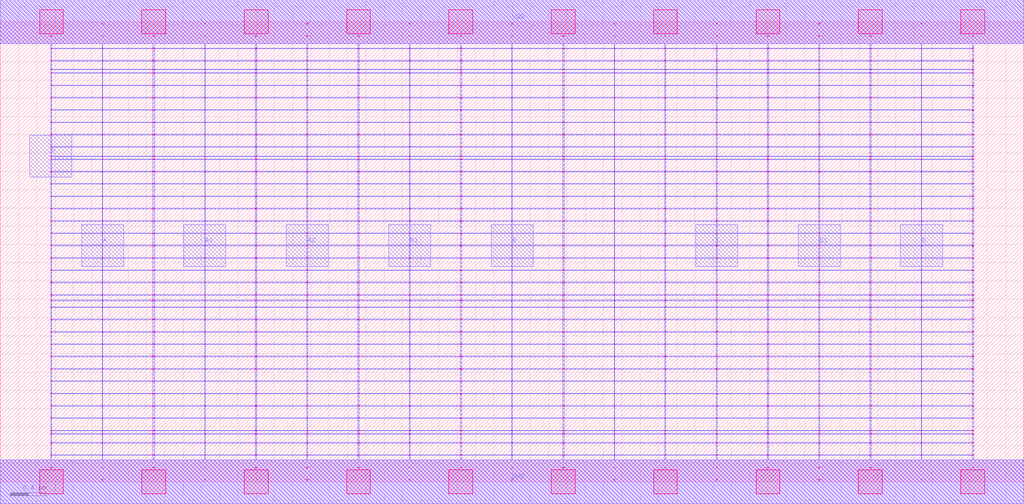
<source format=lef>
MACRO AAOAAOI3212_DEBUG
 CLASS CORE ;
 FOREIGN AAOAAOI3212_DEBUG 0 0 ;
 SIZE 11.200000000000001 BY 5.04 ;
 ORIGIN 0 0 ;
 SYMMETRY X Y R90 ;
 SITE unit ;
  PIN VDD
   DIRECTION INOUT ;
   USE SIGNAL ;
   SHAPE ABUTMENT ;
    PORT
     CLASS CORE ;
       LAYER met1 ;
        RECT 0.00000000 4.80000000 11.20000000 5.28000000 ;
       LAYER met2 ;
        RECT 0.00000000 4.80000000 11.20000000 5.28000000 ;
    END
  END VDD

  PIN GND
   DIRECTION INOUT ;
   USE SIGNAL ;
   SHAPE ABUTMENT ;
    PORT
     CLASS CORE ;
       LAYER met1 ;
        RECT 0.00000000 -0.24000000 11.20000000 0.24000000 ;
       LAYER met2 ;
        RECT 0.00000000 -0.24000000 11.20000000 0.24000000 ;
    END
  END GND

  PIN Y
   DIRECTION INOUT ;
   USE SIGNAL ;
   SHAPE ABUTMENT ;
    PORT
     CLASS CORE ;
       LAYER met2 ;
        RECT 0.32500000 3.33500000 0.78500000 3.79500000 ;
    END
  END Y

  PIN B1
   DIRECTION INOUT ;
   USE SIGNAL ;
   SHAPE ABUTMENT ;
    PORT
     CLASS CORE ;
       LAYER met2 ;
        RECT 4.25000000 2.35700000 4.71000000 2.81700000 ;
    END
  END B1

  PIN A1
   DIRECTION INOUT ;
   USE SIGNAL ;
   SHAPE ABUTMENT ;
    PORT
     CLASS CORE ;
       LAYER met2 ;
        RECT 2.01000000 2.35700000 2.47000000 2.81700000 ;
    END
  END A1

  PIN A
   DIRECTION INOUT ;
   USE SIGNAL ;
   SHAPE ABUTMENT ;
    PORT
     CLASS CORE ;
       LAYER met2 ;
        RECT 0.89000000 2.35700000 1.35000000 2.81700000 ;
    END
  END A

  PIN C
   DIRECTION INOUT ;
   USE SIGNAL ;
   SHAPE ABUTMENT ;
    PORT
     CLASS CORE ;
       LAYER met2 ;
        RECT 7.61000000 2.35700000 8.07000000 2.81700000 ;
    END
  END C

  PIN D
   DIRECTION INOUT ;
   USE SIGNAL ;
   SHAPE ABUTMENT ;
    PORT
     CLASS CORE ;
       LAYER met2 ;
        RECT 9.85000000 2.35700000 10.31000000 2.81700000 ;
    END
  END D

  PIN A2
   DIRECTION INOUT ;
   USE SIGNAL ;
   SHAPE ABUTMENT ;
    PORT
     CLASS CORE ;
       LAYER met2 ;
        RECT 3.13000000 2.35700000 3.59000000 2.81700000 ;
    END
  END A2

  PIN B
   DIRECTION INOUT ;
   USE SIGNAL ;
   SHAPE ABUTMENT ;
    PORT
     CLASS CORE ;
       LAYER met2 ;
        RECT 5.37000000 2.35700000 5.83000000 2.81700000 ;
    END
  END B

  PIN D1
   DIRECTION INOUT ;
   USE SIGNAL ;
   SHAPE ABUTMENT ;
    PORT
     CLASS CORE ;
       LAYER met2 ;
        RECT 8.73000000 2.35700000 9.19000000 2.81700000 ;
    END
  END D1

 OBS
    LAYER polycont ;
     RECT 5.59600000 2.58300000 5.60400000 2.59100000 ;
     RECT 5.59600000 2.71800000 5.60400000 2.72600000 ;
     RECT 5.59600000 2.85300000 5.60400000 2.86100000 ;
     RECT 5.59600000 2.98800000 5.60400000 2.99600000 ;
     RECT 7.83600000 2.58300000 7.84400000 2.59100000 ;
     RECT 8.39100000 2.58300000 8.40900000 2.59100000 ;
     RECT 8.95600000 2.58300000 8.96400000 2.59100000 ;
     RECT 9.51100000 2.58300000 9.52900000 2.59100000 ;
     RECT 10.07600000 2.58300000 10.08400000 2.59100000 ;
     RECT 10.63600000 2.58300000 10.64900000 2.59100000 ;
     RECT 6.15600000 2.58300000 6.16900000 2.59100000 ;
     RECT 6.15600000 2.71800000 6.16900000 2.72600000 ;
     RECT 6.71600000 2.71800000 6.72400000 2.72600000 ;
     RECT 7.27100000 2.71800000 7.28400000 2.72600000 ;
     RECT 7.83600000 2.71800000 7.84400000 2.72600000 ;
     RECT 8.39100000 2.71800000 8.40900000 2.72600000 ;
     RECT 8.95600000 2.71800000 8.96400000 2.72600000 ;
     RECT 9.51100000 2.71800000 9.52900000 2.72600000 ;
     RECT 10.07600000 2.71800000 10.08400000 2.72600000 ;
     RECT 10.63600000 2.71800000 10.64900000 2.72600000 ;
     RECT 6.71600000 2.58300000 6.72400000 2.59100000 ;
     RECT 6.15600000 2.85300000 6.16900000 2.86100000 ;
     RECT 6.71600000 2.85300000 6.72400000 2.86100000 ;
     RECT 7.27100000 2.85300000 7.28400000 2.86100000 ;
     RECT 7.83600000 2.85300000 7.84400000 2.86100000 ;
     RECT 8.39100000 2.85300000 8.40900000 2.86100000 ;
     RECT 8.95600000 2.85300000 8.96400000 2.86100000 ;
     RECT 9.51100000 2.85300000 9.52900000 2.86100000 ;
     RECT 10.07600000 2.85300000 10.08400000 2.86100000 ;
     RECT 10.63600000 2.85300000 10.64900000 2.86100000 ;
     RECT 7.27100000 2.58300000 7.28400000 2.59100000 ;
     RECT 6.15600000 2.98800000 6.16900000 2.99600000 ;
     RECT 6.71600000 2.98800000 6.72400000 2.99600000 ;
     RECT 7.27100000 2.98800000 7.28400000 2.99600000 ;
     RECT 7.83600000 2.98800000 7.84400000 2.99600000 ;
     RECT 8.39100000 2.98800000 8.40900000 2.99600000 ;
     RECT 8.95600000 2.98800000 8.96400000 2.99600000 ;
     RECT 9.51100000 2.98800000 9.52900000 2.99600000 ;
     RECT 10.07600000 2.98800000 10.08400000 2.99600000 ;
     RECT 10.63600000 2.98800000 10.64900000 2.99600000 ;
     RECT 6.71600000 3.12300000 6.72400000 3.13100000 ;
     RECT 6.71600000 3.25800000 6.72400000 3.26600000 ;
     RECT 6.71600000 3.39300000 6.72400000 3.40100000 ;
     RECT 6.71600000 3.52800000 6.72400000 3.53600000 ;
     RECT 6.71600000 3.56100000 6.72400000 3.56900000 ;
     RECT 6.71600000 3.66300000 6.72400000 3.67100000 ;
     RECT 6.71600000 3.79800000 6.72400000 3.80600000 ;
     RECT 6.71600000 3.93300000 6.72400000 3.94100000 ;
     RECT 6.71600000 4.06800000 6.72400000 4.07600000 ;
     RECT 6.71600000 4.20300000 6.72400000 4.21100000 ;
     RECT 6.71600000 4.33800000 6.72400000 4.34600000 ;
     RECT 6.71600000 4.47300000 6.72400000 4.48100000 ;
     RECT 6.71600000 4.51100000 6.72400000 4.51900000 ;
     RECT 6.71600000 4.60800000 6.72400000 4.61600000 ;
     RECT 6.71600000 4.74300000 6.72400000 4.75100000 ;
     RECT 6.71600000 4.87800000 6.72400000 4.88600000 ;
     RECT 1.67100000 2.58300000 1.68900000 2.59100000 ;
     RECT 0.55100000 2.98800000 0.56400000 2.99600000 ;
     RECT 1.11600000 2.98800000 1.12400000 2.99600000 ;
     RECT 1.67100000 2.98800000 1.68900000 2.99600000 ;
     RECT 2.23600000 2.98800000 2.24400000 2.99600000 ;
     RECT 2.79100000 2.98800000 2.80900000 2.99600000 ;
     RECT 3.35600000 2.98800000 3.36400000 2.99600000 ;
     RECT 3.91100000 2.98800000 3.92900000 2.99600000 ;
     RECT 4.47600000 2.98800000 4.48400000 2.99600000 ;
     RECT 5.03100000 2.98800000 5.04900000 2.99600000 ;
     RECT 2.23600000 2.58300000 2.24400000 2.59100000 ;
     RECT 2.79100000 2.58300000 2.80900000 2.59100000 ;
     RECT 3.35600000 2.58300000 3.36400000 2.59100000 ;
     RECT 3.91100000 2.58300000 3.92900000 2.59100000 ;
     RECT 4.47600000 2.58300000 4.48400000 2.59100000 ;
     RECT 5.03100000 2.58300000 5.04900000 2.59100000 ;
     RECT 0.55100000 2.58300000 0.56400000 2.59100000 ;
     RECT 0.55100000 2.71800000 0.56400000 2.72600000 ;
     RECT 0.55100000 2.85300000 0.56400000 2.86100000 ;
     RECT 1.11600000 2.85300000 1.12400000 2.86100000 ;
     RECT 1.67100000 2.85300000 1.68900000 2.86100000 ;
     RECT 2.23600000 2.85300000 2.24400000 2.86100000 ;
     RECT 2.79100000 2.85300000 2.80900000 2.86100000 ;
     RECT 3.35600000 2.85300000 3.36400000 2.86100000 ;
     RECT 3.91100000 2.85300000 3.92900000 2.86100000 ;
     RECT 4.47600000 2.85300000 4.48400000 2.86100000 ;
     RECT 5.03100000 2.85300000 5.04900000 2.86100000 ;
     RECT 1.11600000 2.71800000 1.12400000 2.72600000 ;
     RECT 1.67100000 2.71800000 1.68900000 2.72600000 ;
     RECT 2.23600000 2.71800000 2.24400000 2.72600000 ;
     RECT 2.79100000 2.71800000 2.80900000 2.72600000 ;
     RECT 3.35600000 2.71800000 3.36400000 2.72600000 ;
     RECT 3.91100000 2.71800000 3.92900000 2.72600000 ;
     RECT 4.47600000 2.71800000 4.48400000 2.72600000 ;
     RECT 5.03100000 2.71800000 5.04900000 2.72600000 ;
     RECT 1.11600000 2.58300000 1.12400000 2.59100000 ;
     RECT 6.71600000 1.63800000 6.72400000 1.64600000 ;
     RECT 6.71600000 1.77300000 6.72400000 1.78100000 ;
     RECT 6.71600000 1.90800000 6.72400000 1.91600000 ;
     RECT 6.71600000 1.98100000 6.72400000 1.98900000 ;
     RECT 6.71600000 2.04300000 6.72400000 2.05100000 ;
     RECT 6.71600000 2.17800000 6.72400000 2.18600000 ;
     RECT 6.71600000 2.31300000 6.72400000 2.32100000 ;
     RECT 6.71600000 2.44800000 6.72400000 2.45600000 ;
     RECT 6.71600000 0.15300000 6.72400000 0.16100000 ;
     RECT 6.71600000 0.28800000 6.72400000 0.29600000 ;
     RECT 6.71600000 0.42300000 6.72400000 0.43100000 ;
     RECT 6.71600000 0.52100000 6.72400000 0.52900000 ;
     RECT 6.71600000 0.55800000 6.72400000 0.56600000 ;
     RECT 6.71600000 0.69300000 6.72400000 0.70100000 ;
     RECT 6.71600000 0.82800000 6.72400000 0.83600000 ;
     RECT 6.71600000 0.96300000 6.72400000 0.97100000 ;
     RECT 6.71600000 1.09800000 6.72400000 1.10600000 ;
     RECT 6.71600000 1.23300000 6.72400000 1.24100000 ;
     RECT 6.71600000 1.36800000 6.72400000 1.37600000 ;
     RECT 6.71600000 1.50300000 6.72400000 1.51100000 ;

    LAYER pdiffc ;
     RECT 0.55100000 3.39300000 0.55900000 3.40100000 ;
     RECT 6.16100000 3.39300000 6.16900000 3.40100000 ;
     RECT 7.27100000 3.39300000 7.27900000 3.40100000 ;
     RECT 10.64100000 3.39300000 10.64900000 3.40100000 ;
     RECT 0.55100000 3.52800000 0.55900000 3.53600000 ;
     RECT 6.16100000 3.52800000 6.16900000 3.53600000 ;
     RECT 7.27100000 3.52800000 7.27900000 3.53600000 ;
     RECT 10.64100000 3.52800000 10.64900000 3.53600000 ;
     RECT 0.55100000 3.56100000 0.55900000 3.56900000 ;
     RECT 6.16100000 3.56100000 6.16900000 3.56900000 ;
     RECT 7.27100000 3.56100000 7.27900000 3.56900000 ;
     RECT 10.64100000 3.56100000 10.64900000 3.56900000 ;
     RECT 0.55100000 3.66300000 0.55900000 3.67100000 ;
     RECT 6.16100000 3.66300000 6.16900000 3.67100000 ;
     RECT 7.27100000 3.66300000 7.27900000 3.67100000 ;
     RECT 10.64100000 3.66300000 10.64900000 3.67100000 ;
     RECT 0.55100000 3.79800000 0.55900000 3.80600000 ;
     RECT 6.16100000 3.79800000 6.16900000 3.80600000 ;
     RECT 7.27100000 3.79800000 7.27900000 3.80600000 ;
     RECT 10.64100000 3.79800000 10.64900000 3.80600000 ;
     RECT 0.55100000 3.93300000 0.55900000 3.94100000 ;
     RECT 6.16100000 3.93300000 6.16900000 3.94100000 ;
     RECT 7.27100000 3.93300000 7.27900000 3.94100000 ;
     RECT 10.64100000 3.93300000 10.64900000 3.94100000 ;
     RECT 0.55100000 4.06800000 0.55900000 4.07600000 ;
     RECT 6.16100000 4.06800000 6.16900000 4.07600000 ;
     RECT 7.27100000 4.06800000 7.27900000 4.07600000 ;
     RECT 10.64100000 4.06800000 10.64900000 4.07600000 ;
     RECT 0.55100000 4.20300000 0.55900000 4.21100000 ;
     RECT 6.16100000 4.20300000 6.16900000 4.21100000 ;
     RECT 7.27100000 4.20300000 7.27900000 4.21100000 ;
     RECT 10.64100000 4.20300000 10.64900000 4.21100000 ;
     RECT 0.55100000 4.33800000 0.55900000 4.34600000 ;
     RECT 6.16100000 4.33800000 6.16900000 4.34600000 ;
     RECT 7.27100000 4.33800000 7.27900000 4.34600000 ;
     RECT 10.64100000 4.33800000 10.64900000 4.34600000 ;
     RECT 0.55100000 4.47300000 0.55900000 4.48100000 ;
     RECT 6.16100000 4.47300000 6.16900000 4.48100000 ;
     RECT 7.27100000 4.47300000 7.27900000 4.48100000 ;
     RECT 10.64100000 4.47300000 10.64900000 4.48100000 ;
     RECT 0.55100000 4.51100000 0.55900000 4.51900000 ;
     RECT 6.16100000 4.51100000 6.16900000 4.51900000 ;
     RECT 7.27100000 4.51100000 7.27900000 4.51900000 ;
     RECT 10.64100000 4.51100000 10.64900000 4.51900000 ;
     RECT 0.55100000 4.60800000 0.55900000 4.61600000 ;
     RECT 6.16100000 4.60800000 6.16900000 4.61600000 ;
     RECT 7.27100000 4.60800000 7.27900000 4.61600000 ;
     RECT 10.64100000 4.60800000 10.64900000 4.61600000 ;

    LAYER ndiffc ;
     RECT 6.15600000 0.42300000 6.16900000 0.43100000 ;
     RECT 7.27100000 0.42300000 7.28400000 0.43100000 ;
     RECT 8.39100000 0.42300000 8.40900000 0.43100000 ;
     RECT 9.51100000 0.42300000 9.52900000 0.43100000 ;
     RECT 10.63600000 0.42300000 10.64900000 0.43100000 ;
     RECT 6.15600000 0.52100000 6.16900000 0.52900000 ;
     RECT 7.27100000 0.52100000 7.28400000 0.52900000 ;
     RECT 8.39100000 0.52100000 8.40900000 0.52900000 ;
     RECT 9.51100000 0.52100000 9.52900000 0.52900000 ;
     RECT 10.63600000 0.52100000 10.64900000 0.52900000 ;
     RECT 6.15600000 0.55800000 6.16900000 0.56600000 ;
     RECT 7.27100000 0.55800000 7.28400000 0.56600000 ;
     RECT 8.39100000 0.55800000 8.40900000 0.56600000 ;
     RECT 9.51100000 0.55800000 9.52900000 0.56600000 ;
     RECT 10.63600000 0.55800000 10.64900000 0.56600000 ;
     RECT 6.15600000 0.69300000 6.16900000 0.70100000 ;
     RECT 7.27100000 0.69300000 7.28400000 0.70100000 ;
     RECT 8.39100000 0.69300000 8.40900000 0.70100000 ;
     RECT 9.51100000 0.69300000 9.52900000 0.70100000 ;
     RECT 10.63600000 0.69300000 10.64900000 0.70100000 ;
     RECT 6.15600000 0.82800000 6.16900000 0.83600000 ;
     RECT 7.27100000 0.82800000 7.28400000 0.83600000 ;
     RECT 8.39100000 0.82800000 8.40900000 0.83600000 ;
     RECT 9.51100000 0.82800000 9.52900000 0.83600000 ;
     RECT 10.63600000 0.82800000 10.64900000 0.83600000 ;
     RECT 6.15600000 0.96300000 6.16900000 0.97100000 ;
     RECT 7.27100000 0.96300000 7.28400000 0.97100000 ;
     RECT 8.39100000 0.96300000 8.40900000 0.97100000 ;
     RECT 9.51100000 0.96300000 9.52900000 0.97100000 ;
     RECT 10.63600000 0.96300000 10.64900000 0.97100000 ;
     RECT 6.15600000 1.09800000 6.16900000 1.10600000 ;
     RECT 7.27100000 1.09800000 7.28400000 1.10600000 ;
     RECT 8.39100000 1.09800000 8.40900000 1.10600000 ;
     RECT 9.51100000 1.09800000 9.52900000 1.10600000 ;
     RECT 10.63600000 1.09800000 10.64900000 1.10600000 ;
     RECT 6.15600000 1.23300000 6.16900000 1.24100000 ;
     RECT 7.27100000 1.23300000 7.28400000 1.24100000 ;
     RECT 8.39100000 1.23300000 8.40900000 1.24100000 ;
     RECT 9.51100000 1.23300000 9.52900000 1.24100000 ;
     RECT 10.63600000 1.23300000 10.64900000 1.24100000 ;
     RECT 6.15600000 1.36800000 6.16900000 1.37600000 ;
     RECT 7.27100000 1.36800000 7.28400000 1.37600000 ;
     RECT 8.39100000 1.36800000 8.40900000 1.37600000 ;
     RECT 9.51100000 1.36800000 9.52900000 1.37600000 ;
     RECT 10.63600000 1.36800000 10.64900000 1.37600000 ;
     RECT 6.15600000 1.50300000 6.16900000 1.51100000 ;
     RECT 7.27100000 1.50300000 7.28400000 1.51100000 ;
     RECT 8.39100000 1.50300000 8.40900000 1.51100000 ;
     RECT 9.51100000 1.50300000 9.52900000 1.51100000 ;
     RECT 10.63600000 1.50300000 10.64900000 1.51100000 ;
     RECT 6.15600000 1.63800000 6.16900000 1.64600000 ;
     RECT 7.27100000 1.63800000 7.28400000 1.64600000 ;
     RECT 8.39100000 1.63800000 8.40900000 1.64600000 ;
     RECT 9.51100000 1.63800000 9.52900000 1.64600000 ;
     RECT 10.63600000 1.63800000 10.64900000 1.64600000 ;
     RECT 6.15600000 1.77300000 6.16900000 1.78100000 ;
     RECT 7.27100000 1.77300000 7.28400000 1.78100000 ;
     RECT 8.39100000 1.77300000 8.40900000 1.78100000 ;
     RECT 9.51100000 1.77300000 9.52900000 1.78100000 ;
     RECT 10.63600000 1.77300000 10.64900000 1.78100000 ;
     RECT 6.15600000 1.90800000 6.16900000 1.91600000 ;
     RECT 7.27100000 1.90800000 7.28400000 1.91600000 ;
     RECT 8.39100000 1.90800000 8.40900000 1.91600000 ;
     RECT 9.51100000 1.90800000 9.52900000 1.91600000 ;
     RECT 10.63600000 1.90800000 10.64900000 1.91600000 ;
     RECT 6.15600000 1.98100000 6.16900000 1.98900000 ;
     RECT 7.27100000 1.98100000 7.28400000 1.98900000 ;
     RECT 8.39100000 1.98100000 8.40900000 1.98900000 ;
     RECT 9.51100000 1.98100000 9.52900000 1.98900000 ;
     RECT 10.63600000 1.98100000 10.64900000 1.98900000 ;
     RECT 6.15600000 2.04300000 6.16900000 2.05100000 ;
     RECT 7.27100000 2.04300000 7.28400000 2.05100000 ;
     RECT 8.39100000 2.04300000 8.40900000 2.05100000 ;
     RECT 9.51100000 2.04300000 9.52900000 2.05100000 ;
     RECT 10.63600000 2.04300000 10.64900000 2.05100000 ;
     RECT 0.55100000 0.42300000 0.56400000 0.43100000 ;
     RECT 1.67100000 0.42300000 1.68900000 0.43100000 ;
     RECT 2.79100000 0.42300000 2.80900000 0.43100000 ;
     RECT 3.91100000 0.42300000 3.92900000 0.43100000 ;
     RECT 5.03100000 0.42300000 5.04900000 0.43100000 ;
     RECT 0.55100000 1.36800000 0.56400000 1.37600000 ;
     RECT 1.67100000 1.36800000 1.68900000 1.37600000 ;
     RECT 2.79100000 1.36800000 2.80900000 1.37600000 ;
     RECT 3.91100000 1.36800000 3.92900000 1.37600000 ;
     RECT 5.03100000 1.36800000 5.04900000 1.37600000 ;
     RECT 0.55100000 0.82800000 0.56400000 0.83600000 ;
     RECT 1.67100000 0.82800000 1.68900000 0.83600000 ;
     RECT 2.79100000 0.82800000 2.80900000 0.83600000 ;
     RECT 3.91100000 0.82800000 3.92900000 0.83600000 ;
     RECT 5.03100000 0.82800000 5.04900000 0.83600000 ;
     RECT 0.55100000 1.50300000 0.56400000 1.51100000 ;
     RECT 1.67100000 1.50300000 1.68900000 1.51100000 ;
     RECT 2.79100000 1.50300000 2.80900000 1.51100000 ;
     RECT 3.91100000 1.50300000 3.92900000 1.51100000 ;
     RECT 5.03100000 1.50300000 5.04900000 1.51100000 ;
     RECT 0.55100000 0.55800000 0.56400000 0.56600000 ;
     RECT 1.67100000 0.55800000 1.68900000 0.56600000 ;
     RECT 2.79100000 0.55800000 2.80900000 0.56600000 ;
     RECT 3.91100000 0.55800000 3.92900000 0.56600000 ;
     RECT 5.03100000 0.55800000 5.04900000 0.56600000 ;
     RECT 0.55100000 1.63800000 0.56400000 1.64600000 ;
     RECT 1.67100000 1.63800000 1.68900000 1.64600000 ;
     RECT 2.79100000 1.63800000 2.80900000 1.64600000 ;
     RECT 3.91100000 1.63800000 3.92900000 1.64600000 ;
     RECT 5.03100000 1.63800000 5.04900000 1.64600000 ;
     RECT 0.55100000 0.96300000 0.56400000 0.97100000 ;
     RECT 1.67100000 0.96300000 1.68900000 0.97100000 ;
     RECT 2.79100000 0.96300000 2.80900000 0.97100000 ;
     RECT 3.91100000 0.96300000 3.92900000 0.97100000 ;
     RECT 5.03100000 0.96300000 5.04900000 0.97100000 ;
     RECT 0.55100000 1.77300000 0.56400000 1.78100000 ;
     RECT 1.67100000 1.77300000 1.68900000 1.78100000 ;
     RECT 2.79100000 1.77300000 2.80900000 1.78100000 ;
     RECT 3.91100000 1.77300000 3.92900000 1.78100000 ;
     RECT 5.03100000 1.77300000 5.04900000 1.78100000 ;
     RECT 0.55100000 0.52100000 0.56400000 0.52900000 ;
     RECT 1.67100000 0.52100000 1.68900000 0.52900000 ;
     RECT 2.79100000 0.52100000 2.80900000 0.52900000 ;
     RECT 3.91100000 0.52100000 3.92900000 0.52900000 ;
     RECT 5.03100000 0.52100000 5.04900000 0.52900000 ;
     RECT 0.55100000 1.90800000 0.56400000 1.91600000 ;
     RECT 1.67100000 1.90800000 1.68900000 1.91600000 ;
     RECT 2.79100000 1.90800000 2.80900000 1.91600000 ;
     RECT 3.91100000 1.90800000 3.92900000 1.91600000 ;
     RECT 5.03100000 1.90800000 5.04900000 1.91600000 ;
     RECT 0.55100000 1.09800000 0.56400000 1.10600000 ;
     RECT 1.67100000 1.09800000 1.68900000 1.10600000 ;
     RECT 2.79100000 1.09800000 2.80900000 1.10600000 ;
     RECT 3.91100000 1.09800000 3.92900000 1.10600000 ;
     RECT 5.03100000 1.09800000 5.04900000 1.10600000 ;
     RECT 0.55100000 1.98100000 0.56400000 1.98900000 ;
     RECT 1.67100000 1.98100000 1.68900000 1.98900000 ;
     RECT 2.79100000 1.98100000 2.80900000 1.98900000 ;
     RECT 3.91100000 1.98100000 3.92900000 1.98900000 ;
     RECT 5.03100000 1.98100000 5.04900000 1.98900000 ;
     RECT 0.55100000 0.69300000 0.56400000 0.70100000 ;
     RECT 1.67100000 0.69300000 1.68900000 0.70100000 ;
     RECT 2.79100000 0.69300000 2.80900000 0.70100000 ;
     RECT 3.91100000 0.69300000 3.92900000 0.70100000 ;
     RECT 5.03100000 0.69300000 5.04900000 0.70100000 ;
     RECT 0.55100000 2.04300000 0.56400000 2.05100000 ;
     RECT 1.67100000 2.04300000 1.68900000 2.05100000 ;
     RECT 2.79100000 2.04300000 2.80900000 2.05100000 ;
     RECT 3.91100000 2.04300000 3.92900000 2.05100000 ;
     RECT 5.03100000 2.04300000 5.04900000 2.05100000 ;
     RECT 0.55100000 1.23300000 0.56400000 1.24100000 ;
     RECT 1.67100000 1.23300000 1.68900000 1.24100000 ;
     RECT 2.79100000 1.23300000 2.80900000 1.24100000 ;
     RECT 3.91100000 1.23300000 3.92900000 1.24100000 ;
     RECT 5.03100000 1.23300000 5.04900000 1.24100000 ;

    LAYER met1 ;
     RECT 0.00000000 -0.24000000 11.20000000 0.24000000 ;
     RECT 5.59600000 0.24000000 5.60400000 0.28800000 ;
     RECT 0.55100000 0.28800000 10.64900000 0.29600000 ;
     RECT 5.59600000 0.29600000 5.60400000 0.42300000 ;
     RECT 0.55100000 0.42300000 10.64900000 0.43100000 ;
     RECT 5.59600000 0.43100000 5.60400000 0.52100000 ;
     RECT 0.55100000 0.52100000 10.64900000 0.52900000 ;
     RECT 5.59600000 0.52900000 5.60400000 0.55800000 ;
     RECT 0.55100000 0.55800000 10.64900000 0.56600000 ;
     RECT 5.59600000 0.56600000 5.60400000 0.69300000 ;
     RECT 0.55100000 0.69300000 10.64900000 0.70100000 ;
     RECT 5.59600000 0.70100000 5.60400000 0.82800000 ;
     RECT 0.55100000 0.82800000 10.64900000 0.83600000 ;
     RECT 5.59600000 0.83600000 5.60400000 0.96300000 ;
     RECT 0.55100000 0.96300000 10.64900000 0.97100000 ;
     RECT 5.59600000 0.97100000 5.60400000 1.09800000 ;
     RECT 0.55100000 1.09800000 10.64900000 1.10600000 ;
     RECT 5.59600000 1.10600000 5.60400000 1.23300000 ;
     RECT 0.55100000 1.23300000 10.64900000 1.24100000 ;
     RECT 5.59600000 1.24100000 5.60400000 1.36800000 ;
     RECT 0.55100000 1.36800000 10.64900000 1.37600000 ;
     RECT 5.59600000 1.37600000 5.60400000 1.50300000 ;
     RECT 0.55100000 1.50300000 10.64900000 1.51100000 ;
     RECT 5.59600000 1.51100000 5.60400000 1.63800000 ;
     RECT 0.55100000 1.63800000 10.64900000 1.64600000 ;
     RECT 5.59600000 1.64600000 5.60400000 1.77300000 ;
     RECT 0.55100000 1.77300000 10.64900000 1.78100000 ;
     RECT 5.59600000 1.78100000 5.60400000 1.90800000 ;
     RECT 0.55100000 1.90800000 10.64900000 1.91600000 ;
     RECT 5.59600000 1.91600000 5.60400000 1.98100000 ;
     RECT 0.55100000 1.98100000 10.64900000 1.98900000 ;
     RECT 5.59600000 1.98900000 5.60400000 2.04300000 ;
     RECT 0.55100000 2.04300000 10.64900000 2.05100000 ;
     RECT 5.59600000 2.05100000 5.60400000 2.17800000 ;
     RECT 0.55100000 2.17800000 10.64900000 2.18600000 ;
     RECT 5.59600000 2.18600000 5.60400000 2.31300000 ;
     RECT 0.55100000 2.31300000 10.64900000 2.32100000 ;
     RECT 5.59600000 2.32100000 5.60400000 2.44800000 ;
     RECT 0.55100000 2.44800000 10.64900000 2.45600000 ;
     RECT 0.55100000 2.45600000 0.56400000 2.58300000 ;
     RECT 1.11600000 2.45600000 1.12400000 2.58300000 ;
     RECT 1.67100000 2.45600000 1.68900000 2.58300000 ;
     RECT 2.23600000 2.45600000 2.24400000 2.58300000 ;
     RECT 2.79100000 2.45600000 2.80900000 2.58300000 ;
     RECT 3.35600000 2.45600000 3.36400000 2.58300000 ;
     RECT 3.91100000 2.45600000 3.92900000 2.58300000 ;
     RECT 4.47600000 2.45600000 4.48400000 2.58300000 ;
     RECT 5.03100000 2.45600000 5.04900000 2.58300000 ;
     RECT 5.59600000 2.45600000 5.60400000 2.58300000 ;
     RECT 6.15600000 2.45600000 6.16900000 2.58300000 ;
     RECT 6.71600000 2.45600000 6.72400000 2.58300000 ;
     RECT 7.27100000 2.45600000 7.28400000 2.58300000 ;
     RECT 7.83600000 2.45600000 7.84400000 2.58300000 ;
     RECT 8.39100000 2.45600000 8.40900000 2.58300000 ;
     RECT 8.95600000 2.45600000 8.96400000 2.58300000 ;
     RECT 9.51100000 2.45600000 9.52900000 2.58300000 ;
     RECT 10.07600000 2.45600000 10.08400000 2.58300000 ;
     RECT 10.63600000 2.45600000 10.64900000 2.58300000 ;
     RECT 0.55100000 2.58300000 10.64900000 2.59100000 ;
     RECT 5.59600000 2.59100000 5.60400000 2.71800000 ;
     RECT 0.55100000 2.71800000 10.64900000 2.72600000 ;
     RECT 5.59600000 2.72600000 5.60400000 2.85300000 ;
     RECT 0.55100000 2.85300000 10.64900000 2.86100000 ;
     RECT 5.59600000 2.86100000 5.60400000 2.98800000 ;
     RECT 0.55100000 2.98800000 10.64900000 2.99600000 ;
     RECT 5.59600000 2.99600000 5.60400000 3.12300000 ;
     RECT 0.55100000 3.12300000 10.64900000 3.13100000 ;
     RECT 5.59600000 3.13100000 5.60400000 3.25800000 ;
     RECT 0.55100000 3.25800000 10.64900000 3.26600000 ;
     RECT 5.59600000 3.26600000 5.60400000 3.39300000 ;
     RECT 0.55100000 3.39300000 10.64900000 3.40100000 ;
     RECT 5.59600000 3.40100000 5.60400000 3.52800000 ;
     RECT 0.55100000 3.52800000 10.64900000 3.53600000 ;
     RECT 5.59600000 3.53600000 5.60400000 3.56100000 ;
     RECT 0.55100000 3.56100000 10.64900000 3.56900000 ;
     RECT 5.59600000 3.56900000 5.60400000 3.66300000 ;
     RECT 0.55100000 3.66300000 10.64900000 3.67100000 ;
     RECT 5.59600000 3.67100000 5.60400000 3.79800000 ;
     RECT 0.55100000 3.79800000 10.64900000 3.80600000 ;
     RECT 5.59600000 3.80600000 5.60400000 3.93300000 ;
     RECT 0.55100000 3.93300000 10.64900000 3.94100000 ;
     RECT 5.59600000 3.94100000 5.60400000 4.06800000 ;
     RECT 0.55100000 4.06800000 10.64900000 4.07600000 ;
     RECT 5.59600000 4.07600000 5.60400000 4.20300000 ;
     RECT 0.55100000 4.20300000 10.64900000 4.21100000 ;
     RECT 5.59600000 4.21100000 5.60400000 4.33800000 ;
     RECT 0.55100000 4.33800000 10.64900000 4.34600000 ;
     RECT 5.59600000 4.34600000 5.60400000 4.47300000 ;
     RECT 0.55100000 4.47300000 10.64900000 4.48100000 ;
     RECT 5.59600000 4.48100000 5.60400000 4.51100000 ;
     RECT 0.55100000 4.51100000 10.64900000 4.51900000 ;
     RECT 5.59600000 4.51900000 5.60400000 4.60800000 ;
     RECT 0.55100000 4.60800000 10.64900000 4.61600000 ;
     RECT 5.59600000 4.61600000 5.60400000 4.74300000 ;
     RECT 0.55100000 4.74300000 10.64900000 4.75100000 ;
     RECT 5.59600000 4.75100000 5.60400000 4.80000000 ;
     RECT 0.00000000 4.80000000 11.20000000 5.28000000 ;
     RECT 8.39100000 2.99600000 8.40900000 3.12300000 ;
     RECT 8.39100000 3.13100000 8.40900000 3.25800000 ;
     RECT 8.39100000 3.26600000 8.40900000 3.39300000 ;
     RECT 8.39100000 3.40100000 8.40900000 3.52800000 ;
     RECT 8.39100000 3.53600000 8.40900000 3.56100000 ;
     RECT 8.39100000 2.72600000 8.40900000 2.85300000 ;
     RECT 8.39100000 3.56900000 8.40900000 3.66300000 ;
     RECT 8.39100000 3.67100000 8.40900000 3.79800000 ;
     RECT 6.15600000 3.80600000 6.16900000 3.93300000 ;
     RECT 6.71600000 3.80600000 6.72400000 3.93300000 ;
     RECT 7.27100000 3.80600000 7.28400000 3.93300000 ;
     RECT 7.83600000 3.80600000 7.84400000 3.93300000 ;
     RECT 8.39100000 3.80600000 8.40900000 3.93300000 ;
     RECT 8.95600000 3.80600000 8.96400000 3.93300000 ;
     RECT 9.51100000 3.80600000 9.52900000 3.93300000 ;
     RECT 10.07600000 3.80600000 10.08400000 3.93300000 ;
     RECT 10.63600000 3.80600000 10.64900000 3.93300000 ;
     RECT 8.39100000 3.94100000 8.40900000 4.06800000 ;
     RECT 8.39100000 4.07600000 8.40900000 4.20300000 ;
     RECT 8.39100000 4.21100000 8.40900000 4.33800000 ;
     RECT 8.39100000 2.86100000 8.40900000 2.98800000 ;
     RECT 8.39100000 4.34600000 8.40900000 4.47300000 ;
     RECT 8.39100000 4.48100000 8.40900000 4.51100000 ;
     RECT 8.39100000 2.59100000 8.40900000 2.71800000 ;
     RECT 8.39100000 4.51900000 8.40900000 4.60800000 ;
     RECT 8.39100000 4.61600000 8.40900000 4.74300000 ;
     RECT 8.39100000 4.75100000 8.40900000 4.80000000 ;
     RECT 9.51100000 3.94100000 9.52900000 4.06800000 ;
     RECT 8.95600000 4.21100000 8.96400000 4.33800000 ;
     RECT 9.51100000 4.21100000 9.52900000 4.33800000 ;
     RECT 10.07600000 4.21100000 10.08400000 4.33800000 ;
     RECT 10.63600000 4.21100000 10.64900000 4.33800000 ;
     RECT 10.07600000 3.94100000 10.08400000 4.06800000 ;
     RECT 10.63600000 3.94100000 10.64900000 4.06800000 ;
     RECT 8.95600000 4.34600000 8.96400000 4.47300000 ;
     RECT 9.51100000 4.34600000 9.52900000 4.47300000 ;
     RECT 10.07600000 4.34600000 10.08400000 4.47300000 ;
     RECT 10.63600000 4.34600000 10.64900000 4.47300000 ;
     RECT 8.95600000 3.94100000 8.96400000 4.06800000 ;
     RECT 8.95600000 4.48100000 8.96400000 4.51100000 ;
     RECT 9.51100000 4.48100000 9.52900000 4.51100000 ;
     RECT 10.07600000 4.48100000 10.08400000 4.51100000 ;
     RECT 10.63600000 4.48100000 10.64900000 4.51100000 ;
     RECT 8.95600000 4.07600000 8.96400000 4.20300000 ;
     RECT 9.51100000 4.07600000 9.52900000 4.20300000 ;
     RECT 8.95600000 4.51900000 8.96400000 4.60800000 ;
     RECT 9.51100000 4.51900000 9.52900000 4.60800000 ;
     RECT 10.07600000 4.51900000 10.08400000 4.60800000 ;
     RECT 10.63600000 4.51900000 10.64900000 4.60800000 ;
     RECT 10.07600000 4.07600000 10.08400000 4.20300000 ;
     RECT 8.95600000 4.61600000 8.96400000 4.74300000 ;
     RECT 9.51100000 4.61600000 9.52900000 4.74300000 ;
     RECT 10.07600000 4.61600000 10.08400000 4.74300000 ;
     RECT 10.63600000 4.61600000 10.64900000 4.74300000 ;
     RECT 10.63600000 4.07600000 10.64900000 4.20300000 ;
     RECT 8.95600000 4.75100000 8.96400000 4.80000000 ;
     RECT 9.51100000 4.75100000 9.52900000 4.80000000 ;
     RECT 10.07600000 4.75100000 10.08400000 4.80000000 ;
     RECT 10.63600000 4.75100000 10.64900000 4.80000000 ;
     RECT 6.71600000 4.07600000 6.72400000 4.20300000 ;
     RECT 7.27100000 4.07600000 7.28400000 4.20300000 ;
     RECT 7.83600000 4.07600000 7.84400000 4.20300000 ;
     RECT 6.71600000 3.94100000 6.72400000 4.06800000 ;
     RECT 7.27100000 3.94100000 7.28400000 4.06800000 ;
     RECT 6.15600000 4.51900000 6.16900000 4.60800000 ;
     RECT 6.71600000 4.51900000 6.72400000 4.60800000 ;
     RECT 7.27100000 4.51900000 7.28400000 4.60800000 ;
     RECT 7.83600000 4.51900000 7.84400000 4.60800000 ;
     RECT 7.83600000 3.94100000 7.84400000 4.06800000 ;
     RECT 6.15600000 4.34600000 6.16900000 4.47300000 ;
     RECT 6.71600000 4.34600000 6.72400000 4.47300000 ;
     RECT 7.27100000 4.34600000 7.28400000 4.47300000 ;
     RECT 7.83600000 4.34600000 7.84400000 4.47300000 ;
     RECT 6.15600000 4.61600000 6.16900000 4.74300000 ;
     RECT 6.71600000 4.61600000 6.72400000 4.74300000 ;
     RECT 7.27100000 4.61600000 7.28400000 4.74300000 ;
     RECT 7.83600000 4.61600000 7.84400000 4.74300000 ;
     RECT 6.15600000 3.94100000 6.16900000 4.06800000 ;
     RECT 6.15600000 4.07600000 6.16900000 4.20300000 ;
     RECT 6.15600000 4.21100000 6.16900000 4.33800000 ;
     RECT 6.71600000 4.21100000 6.72400000 4.33800000 ;
     RECT 7.27100000 4.21100000 7.28400000 4.33800000 ;
     RECT 6.15600000 4.75100000 6.16900000 4.80000000 ;
     RECT 6.71600000 4.75100000 6.72400000 4.80000000 ;
     RECT 7.27100000 4.75100000 7.28400000 4.80000000 ;
     RECT 7.83600000 4.75100000 7.84400000 4.80000000 ;
     RECT 6.15600000 4.48100000 6.16900000 4.51100000 ;
     RECT 6.71600000 4.48100000 6.72400000 4.51100000 ;
     RECT 7.27100000 4.48100000 7.28400000 4.51100000 ;
     RECT 7.83600000 4.48100000 7.84400000 4.51100000 ;
     RECT 7.83600000 4.21100000 7.84400000 4.33800000 ;
     RECT 7.27100000 3.53600000 7.28400000 3.56100000 ;
     RECT 7.83600000 3.53600000 7.84400000 3.56100000 ;
     RECT 7.83600000 3.13100000 7.84400000 3.25800000 ;
     RECT 6.15600000 2.86100000 6.16900000 2.98800000 ;
     RECT 6.71600000 2.86100000 6.72400000 2.98800000 ;
     RECT 7.83600000 2.72600000 7.84400000 2.85300000 ;
     RECT 6.15600000 3.13100000 6.16900000 3.25800000 ;
     RECT 6.15600000 3.56900000 6.16900000 3.66300000 ;
     RECT 6.71600000 3.56900000 6.72400000 3.66300000 ;
     RECT 7.27100000 3.56900000 7.28400000 3.66300000 ;
     RECT 7.83600000 3.56900000 7.84400000 3.66300000 ;
     RECT 6.15600000 2.59100000 6.16900000 2.71800000 ;
     RECT 6.15600000 3.67100000 6.16900000 3.79800000 ;
     RECT 6.71600000 3.67100000 6.72400000 3.79800000 ;
     RECT 7.27100000 2.86100000 7.28400000 2.98800000 ;
     RECT 7.83600000 2.86100000 7.84400000 2.98800000 ;
     RECT 7.27100000 3.67100000 7.28400000 3.79800000 ;
     RECT 7.83600000 3.67100000 7.84400000 3.79800000 ;
     RECT 6.15600000 2.99600000 6.16900000 3.12300000 ;
     RECT 6.15600000 3.26600000 6.16900000 3.39300000 ;
     RECT 6.71600000 3.26600000 6.72400000 3.39300000 ;
     RECT 7.27100000 3.26600000 7.28400000 3.39300000 ;
     RECT 7.83600000 3.26600000 7.84400000 3.39300000 ;
     RECT 6.71600000 3.13100000 6.72400000 3.25800000 ;
     RECT 6.71600000 2.59100000 6.72400000 2.71800000 ;
     RECT 6.15600000 2.72600000 6.16900000 2.85300000 ;
     RECT 6.15600000 3.40100000 6.16900000 3.52800000 ;
     RECT 6.71600000 3.40100000 6.72400000 3.52800000 ;
     RECT 6.71600000 2.99600000 6.72400000 3.12300000 ;
     RECT 7.27100000 2.99600000 7.28400000 3.12300000 ;
     RECT 7.27100000 3.40100000 7.28400000 3.52800000 ;
     RECT 7.27100000 2.59100000 7.28400000 2.71800000 ;
     RECT 7.83600000 2.59100000 7.84400000 2.71800000 ;
     RECT 7.83600000 3.40100000 7.84400000 3.52800000 ;
     RECT 7.27100000 3.13100000 7.28400000 3.25800000 ;
     RECT 6.71600000 2.72600000 6.72400000 2.85300000 ;
     RECT 7.27100000 2.72600000 7.28400000 2.85300000 ;
     RECT 6.15600000 3.53600000 6.16900000 3.56100000 ;
     RECT 6.71600000 3.53600000 6.72400000 3.56100000 ;
     RECT 7.83600000 2.99600000 7.84400000 3.12300000 ;
     RECT 10.07600000 3.56900000 10.08400000 3.66300000 ;
     RECT 10.63600000 3.56900000 10.64900000 3.66300000 ;
     RECT 8.95600000 2.72600000 8.96400000 2.85300000 ;
     RECT 9.51100000 2.72600000 9.52900000 2.85300000 ;
     RECT 8.95600000 2.99600000 8.96400000 3.12300000 ;
     RECT 8.95600000 3.40100000 8.96400000 3.52800000 ;
     RECT 10.63600000 2.86100000 10.64900000 2.98800000 ;
     RECT 9.51100000 3.40100000 9.52900000 3.52800000 ;
     RECT 10.07600000 3.40100000 10.08400000 3.52800000 ;
     RECT 10.63600000 3.40100000 10.64900000 3.52800000 ;
     RECT 8.95600000 3.67100000 8.96400000 3.79800000 ;
     RECT 9.51100000 3.67100000 9.52900000 3.79800000 ;
     RECT 10.07600000 3.67100000 10.08400000 3.79800000 ;
     RECT 10.63600000 3.67100000 10.64900000 3.79800000 ;
     RECT 10.07600000 2.72600000 10.08400000 2.85300000 ;
     RECT 10.63600000 2.72600000 10.64900000 2.85300000 ;
     RECT 9.51100000 2.99600000 9.52900000 3.12300000 ;
     RECT 8.95600000 2.59100000 8.96400000 2.71800000 ;
     RECT 10.07600000 2.99600000 10.08400000 3.12300000 ;
     RECT 10.63600000 2.99600000 10.64900000 3.12300000 ;
     RECT 9.51100000 2.59100000 9.52900000 2.71800000 ;
     RECT 8.95600000 3.26600000 8.96400000 3.39300000 ;
     RECT 9.51100000 3.26600000 9.52900000 3.39300000 ;
     RECT 10.07600000 3.26600000 10.08400000 3.39300000 ;
     RECT 8.95600000 3.53600000 8.96400000 3.56100000 ;
     RECT 8.95600000 2.86100000 8.96400000 2.98800000 ;
     RECT 9.51100000 3.53600000 9.52900000 3.56100000 ;
     RECT 10.07600000 3.53600000 10.08400000 3.56100000 ;
     RECT 10.63600000 3.53600000 10.64900000 3.56100000 ;
     RECT 10.63600000 3.26600000 10.64900000 3.39300000 ;
     RECT 8.95600000 3.13100000 8.96400000 3.25800000 ;
     RECT 9.51100000 3.13100000 9.52900000 3.25800000 ;
     RECT 10.07600000 3.13100000 10.08400000 3.25800000 ;
     RECT 10.63600000 3.13100000 10.64900000 3.25800000 ;
     RECT 10.63600000 2.59100000 10.64900000 2.71800000 ;
     RECT 9.51100000 2.86100000 9.52900000 2.98800000 ;
     RECT 10.07600000 2.86100000 10.08400000 2.98800000 ;
     RECT 10.07600000 2.59100000 10.08400000 2.71800000 ;
     RECT 8.95600000 3.56900000 8.96400000 3.66300000 ;
     RECT 9.51100000 3.56900000 9.52900000 3.66300000 ;
     RECT 2.79100000 2.59100000 2.80900000 2.71800000 ;
     RECT 2.79100000 2.99600000 2.80900000 3.12300000 ;
     RECT 2.79100000 3.94100000 2.80900000 4.06800000 ;
     RECT 2.79100000 3.40100000 2.80900000 3.52800000 ;
     RECT 2.79100000 4.07600000 2.80900000 4.20300000 ;
     RECT 2.79100000 4.21100000 2.80900000 4.33800000 ;
     RECT 2.79100000 3.53600000 2.80900000 3.56100000 ;
     RECT 2.79100000 4.34600000 2.80900000 4.47300000 ;
     RECT 2.79100000 3.13100000 2.80900000 3.25800000 ;
     RECT 2.79100000 3.56900000 2.80900000 3.66300000 ;
     RECT 2.79100000 4.48100000 2.80900000 4.51100000 ;
     RECT 2.79100000 2.86100000 2.80900000 2.98800000 ;
     RECT 2.79100000 4.51900000 2.80900000 4.60800000 ;
     RECT 2.79100000 2.72600000 2.80900000 2.85300000 ;
     RECT 2.79100000 3.67100000 2.80900000 3.79800000 ;
     RECT 2.79100000 4.61600000 2.80900000 4.74300000 ;
     RECT 2.79100000 3.26600000 2.80900000 3.39300000 ;
     RECT 2.79100000 4.75100000 2.80900000 4.80000000 ;
     RECT 0.55100000 3.80600000 0.56400000 3.93300000 ;
     RECT 1.11600000 3.80600000 1.12400000 3.93300000 ;
     RECT 1.67100000 3.80600000 1.68900000 3.93300000 ;
     RECT 2.23600000 3.80600000 2.24400000 3.93300000 ;
     RECT 2.79100000 3.80600000 2.80900000 3.93300000 ;
     RECT 3.35600000 3.80600000 3.36400000 3.93300000 ;
     RECT 3.91100000 3.80600000 3.92900000 3.93300000 ;
     RECT 4.47600000 3.80600000 4.48400000 3.93300000 ;
     RECT 5.03100000 3.80600000 5.04900000 3.93300000 ;
     RECT 3.35600000 4.48100000 3.36400000 4.51100000 ;
     RECT 3.91100000 4.48100000 3.92900000 4.51100000 ;
     RECT 4.47600000 4.48100000 4.48400000 4.51100000 ;
     RECT 5.03100000 4.48100000 5.04900000 4.51100000 ;
     RECT 4.47600000 4.07600000 4.48400000 4.20300000 ;
     RECT 5.03100000 4.07600000 5.04900000 4.20300000 ;
     RECT 3.35600000 4.51900000 3.36400000 4.60800000 ;
     RECT 3.91100000 4.51900000 3.92900000 4.60800000 ;
     RECT 4.47600000 4.51900000 4.48400000 4.60800000 ;
     RECT 5.03100000 4.51900000 5.04900000 4.60800000 ;
     RECT 4.47600000 3.94100000 4.48400000 4.06800000 ;
     RECT 3.35600000 4.21100000 3.36400000 4.33800000 ;
     RECT 3.91100000 4.21100000 3.92900000 4.33800000 ;
     RECT 3.35600000 4.61600000 3.36400000 4.74300000 ;
     RECT 3.91100000 4.61600000 3.92900000 4.74300000 ;
     RECT 4.47600000 4.61600000 4.48400000 4.74300000 ;
     RECT 5.03100000 4.61600000 5.04900000 4.74300000 ;
     RECT 4.47600000 4.21100000 4.48400000 4.33800000 ;
     RECT 5.03100000 4.21100000 5.04900000 4.33800000 ;
     RECT 3.35600000 4.75100000 3.36400000 4.80000000 ;
     RECT 3.91100000 4.75100000 3.92900000 4.80000000 ;
     RECT 4.47600000 4.75100000 4.48400000 4.80000000 ;
     RECT 5.03100000 4.75100000 5.04900000 4.80000000 ;
     RECT 5.03100000 3.94100000 5.04900000 4.06800000 ;
     RECT 3.35600000 3.94100000 3.36400000 4.06800000 ;
     RECT 3.35600000 4.34600000 3.36400000 4.47300000 ;
     RECT 3.91100000 4.34600000 3.92900000 4.47300000 ;
     RECT 4.47600000 4.34600000 4.48400000 4.47300000 ;
     RECT 5.03100000 4.34600000 5.04900000 4.47300000 ;
     RECT 3.91100000 3.94100000 3.92900000 4.06800000 ;
     RECT 3.35600000 4.07600000 3.36400000 4.20300000 ;
     RECT 3.91100000 4.07600000 3.92900000 4.20300000 ;
     RECT 1.11600000 3.94100000 1.12400000 4.06800000 ;
     RECT 0.55100000 4.07600000 0.56400000 4.20300000 ;
     RECT 0.55100000 4.21100000 0.56400000 4.33800000 ;
     RECT 1.11600000 4.21100000 1.12400000 4.33800000 ;
     RECT 0.55100000 4.61600000 0.56400000 4.74300000 ;
     RECT 1.11600000 4.61600000 1.12400000 4.74300000 ;
     RECT 1.67100000 4.61600000 1.68900000 4.74300000 ;
     RECT 2.23600000 4.61600000 2.24400000 4.74300000 ;
     RECT 1.67100000 4.21100000 1.68900000 4.33800000 ;
     RECT 2.23600000 4.21100000 2.24400000 4.33800000 ;
     RECT 1.11600000 4.07600000 1.12400000 4.20300000 ;
     RECT 0.55100000 4.48100000 0.56400000 4.51100000 ;
     RECT 1.11600000 4.48100000 1.12400000 4.51100000 ;
     RECT 1.67100000 4.48100000 1.68900000 4.51100000 ;
     RECT 0.55100000 4.75100000 0.56400000 4.80000000 ;
     RECT 1.11600000 4.75100000 1.12400000 4.80000000 ;
     RECT 1.67100000 4.75100000 1.68900000 4.80000000 ;
     RECT 2.23600000 4.75100000 2.24400000 4.80000000 ;
     RECT 2.23600000 4.48100000 2.24400000 4.51100000 ;
     RECT 1.67100000 4.07600000 1.68900000 4.20300000 ;
     RECT 2.23600000 4.07600000 2.24400000 4.20300000 ;
     RECT 1.67100000 3.94100000 1.68900000 4.06800000 ;
     RECT 2.23600000 3.94100000 2.24400000 4.06800000 ;
     RECT 0.55100000 3.94100000 0.56400000 4.06800000 ;
     RECT 0.55100000 4.34600000 0.56400000 4.47300000 ;
     RECT 0.55100000 4.51900000 0.56400000 4.60800000 ;
     RECT 1.11600000 4.51900000 1.12400000 4.60800000 ;
     RECT 1.67100000 4.51900000 1.68900000 4.60800000 ;
     RECT 2.23600000 4.51900000 2.24400000 4.60800000 ;
     RECT 1.11600000 4.34600000 1.12400000 4.47300000 ;
     RECT 1.67100000 4.34600000 1.68900000 4.47300000 ;
     RECT 2.23600000 4.34600000 2.24400000 4.47300000 ;
     RECT 0.55100000 3.53600000 0.56400000 3.56100000 ;
     RECT 2.23600000 2.72600000 2.24400000 2.85300000 ;
     RECT 1.11600000 3.53600000 1.12400000 3.56100000 ;
     RECT 0.55100000 3.67100000 0.56400000 3.79800000 ;
     RECT 1.11600000 3.67100000 1.12400000 3.79800000 ;
     RECT 1.67100000 3.67100000 1.68900000 3.79800000 ;
     RECT 2.23600000 3.67100000 2.24400000 3.79800000 ;
     RECT 1.67100000 3.53600000 1.68900000 3.56100000 ;
     RECT 1.11600000 2.99600000 1.12400000 3.12300000 ;
     RECT 1.67100000 3.13100000 1.68900000 3.25800000 ;
     RECT 2.23600000 3.13100000 2.24400000 3.25800000 ;
     RECT 1.67100000 2.99600000 1.68900000 3.12300000 ;
     RECT 0.55100000 3.56900000 0.56400000 3.66300000 ;
     RECT 1.11600000 3.56900000 1.12400000 3.66300000 ;
     RECT 1.67100000 3.56900000 1.68900000 3.66300000 ;
     RECT 2.23600000 3.56900000 2.24400000 3.66300000 ;
     RECT 2.23600000 2.99600000 2.24400000 3.12300000 ;
     RECT 0.55100000 3.26600000 0.56400000 3.39300000 ;
     RECT 1.11600000 3.26600000 1.12400000 3.39300000 ;
     RECT 1.67100000 3.26600000 1.68900000 3.39300000 ;
     RECT 2.23600000 3.26600000 2.24400000 3.39300000 ;
     RECT 2.23600000 2.59100000 2.24400000 2.71800000 ;
     RECT 0.55100000 3.40100000 0.56400000 3.52800000 ;
     RECT 1.67100000 2.59100000 1.68900000 2.71800000 ;
     RECT 0.55100000 2.99600000 0.56400000 3.12300000 ;
     RECT 1.11600000 3.40100000 1.12400000 3.52800000 ;
     RECT 1.67100000 3.40100000 1.68900000 3.52800000 ;
     RECT 2.23600000 3.53600000 2.24400000 3.56100000 ;
     RECT 2.23600000 3.40100000 2.24400000 3.52800000 ;
     RECT 1.11600000 2.86100000 1.12400000 2.98800000 ;
     RECT 1.67100000 2.86100000 1.68900000 2.98800000 ;
     RECT 1.67100000 2.72600000 1.68900000 2.85300000 ;
     RECT 2.23600000 2.86100000 2.24400000 2.98800000 ;
     RECT 0.55100000 3.13100000 0.56400000 3.25800000 ;
     RECT 1.11600000 3.13100000 1.12400000 3.25800000 ;
     RECT 0.55100000 2.59100000 0.56400000 2.71800000 ;
     RECT 1.11600000 2.59100000 1.12400000 2.71800000 ;
     RECT 0.55100000 2.72600000 0.56400000 2.85300000 ;
     RECT 1.11600000 2.72600000 1.12400000 2.85300000 ;
     RECT 0.55100000 2.86100000 0.56400000 2.98800000 ;
     RECT 4.47600000 3.53600000 4.48400000 3.56100000 ;
     RECT 3.35600000 3.56900000 3.36400000 3.66300000 ;
     RECT 3.91100000 3.56900000 3.92900000 3.66300000 ;
     RECT 4.47600000 3.56900000 4.48400000 3.66300000 ;
     RECT 5.03100000 3.56900000 5.04900000 3.66300000 ;
     RECT 5.03100000 3.13100000 5.04900000 3.25800000 ;
     RECT 5.03100000 3.53600000 5.04900000 3.56100000 ;
     RECT 3.35600000 2.86100000 3.36400000 2.98800000 ;
     RECT 3.91100000 2.86100000 3.92900000 2.98800000 ;
     RECT 4.47600000 3.67100000 4.48400000 3.79800000 ;
     RECT 5.03100000 3.67100000 5.04900000 3.79800000 ;
     RECT 4.47600000 2.72600000 4.48400000 2.85300000 ;
     RECT 4.47600000 2.86100000 4.48400000 2.98800000 ;
     RECT 5.03100000 2.86100000 5.04900000 2.98800000 ;
     RECT 4.47600000 2.99600000 4.48400000 3.12300000 ;
     RECT 3.35600000 3.13100000 3.36400000 3.25800000 ;
     RECT 3.91100000 3.13100000 3.92900000 3.25800000 ;
     RECT 3.35600000 3.26600000 3.36400000 3.39300000 ;
     RECT 3.91100000 3.26600000 3.92900000 3.39300000 ;
     RECT 4.47600000 3.26600000 4.48400000 3.39300000 ;
     RECT 4.47600000 3.13100000 4.48400000 3.25800000 ;
     RECT 5.03100000 2.99600000 5.04900000 3.12300000 ;
     RECT 3.91100000 2.59100000 3.92900000 2.71800000 ;
     RECT 4.47600000 2.59100000 4.48400000 2.71800000 ;
     RECT 5.03100000 2.59100000 5.04900000 2.71800000 ;
     RECT 3.35600000 2.59100000 3.36400000 2.71800000 ;
     RECT 3.35600000 2.99600000 3.36400000 3.12300000 ;
     RECT 3.35600000 3.40100000 3.36400000 3.52800000 ;
     RECT 3.91100000 3.40100000 3.92900000 3.52800000 ;
     RECT 5.03100000 3.26600000 5.04900000 3.39300000 ;
     RECT 5.03100000 2.72600000 5.04900000 2.85300000 ;
     RECT 3.35600000 2.72600000 3.36400000 2.85300000 ;
     RECT 3.91100000 2.72600000 3.92900000 2.85300000 ;
     RECT 4.47600000 3.40100000 4.48400000 3.52800000 ;
     RECT 5.03100000 3.40100000 5.04900000 3.52800000 ;
     RECT 3.91100000 2.99600000 3.92900000 3.12300000 ;
     RECT 3.35600000 3.53600000 3.36400000 3.56100000 ;
     RECT 3.91100000 3.53600000 3.92900000 3.56100000 ;
     RECT 3.35600000 3.67100000 3.36400000 3.79800000 ;
     RECT 3.91100000 3.67100000 3.92900000 3.79800000 ;
     RECT 5.03100000 1.10600000 5.04900000 1.23300000 ;
     RECT 2.79100000 1.24100000 2.80900000 1.36800000 ;
     RECT 2.79100000 1.37600000 2.80900000 1.50300000 ;
     RECT 2.79100000 1.51100000 2.80900000 1.63800000 ;
     RECT 2.79100000 1.64600000 2.80900000 1.77300000 ;
     RECT 2.79100000 1.78100000 2.80900000 1.90800000 ;
     RECT 2.79100000 0.43100000 2.80900000 0.52100000 ;
     RECT 2.79100000 1.91600000 2.80900000 1.98100000 ;
     RECT 2.79100000 1.98900000 2.80900000 2.04300000 ;
     RECT 2.79100000 0.24000000 2.80900000 0.28800000 ;
     RECT 2.79100000 2.05100000 2.80900000 2.17800000 ;
     RECT 2.79100000 2.18600000 2.80900000 2.31300000 ;
     RECT 2.79100000 2.32100000 2.80900000 2.44800000 ;
     RECT 2.79100000 0.52900000 2.80900000 0.55800000 ;
     RECT 2.79100000 0.56600000 2.80900000 0.69300000 ;
     RECT 2.79100000 0.70100000 2.80900000 0.82800000 ;
     RECT 2.79100000 0.83600000 2.80900000 0.96300000 ;
     RECT 2.79100000 0.97100000 2.80900000 1.09800000 ;
     RECT 2.79100000 0.29600000 2.80900000 0.42300000 ;
     RECT 0.55100000 1.10600000 0.56400000 1.23300000 ;
     RECT 1.11600000 1.10600000 1.12400000 1.23300000 ;
     RECT 1.67100000 1.10600000 1.68900000 1.23300000 ;
     RECT 2.23600000 1.10600000 2.24400000 1.23300000 ;
     RECT 2.79100000 1.10600000 2.80900000 1.23300000 ;
     RECT 3.35600000 1.10600000 3.36400000 1.23300000 ;
     RECT 3.91100000 1.10600000 3.92900000 1.23300000 ;
     RECT 4.47600000 1.10600000 4.48400000 1.23300000 ;
     RECT 3.35600000 1.37600000 3.36400000 1.50300000 ;
     RECT 3.35600000 1.91600000 3.36400000 1.98100000 ;
     RECT 3.91100000 1.91600000 3.92900000 1.98100000 ;
     RECT 4.47600000 1.91600000 4.48400000 1.98100000 ;
     RECT 5.03100000 1.91600000 5.04900000 1.98100000 ;
     RECT 3.91100000 1.37600000 3.92900000 1.50300000 ;
     RECT 3.35600000 1.98900000 3.36400000 2.04300000 ;
     RECT 3.91100000 1.98900000 3.92900000 2.04300000 ;
     RECT 4.47600000 1.98900000 4.48400000 2.04300000 ;
     RECT 5.03100000 1.98900000 5.04900000 2.04300000 ;
     RECT 4.47600000 1.37600000 4.48400000 1.50300000 ;
     RECT 5.03100000 1.37600000 5.04900000 1.50300000 ;
     RECT 3.35600000 2.05100000 3.36400000 2.17800000 ;
     RECT 3.91100000 2.05100000 3.92900000 2.17800000 ;
     RECT 4.47600000 2.05100000 4.48400000 2.17800000 ;
     RECT 5.03100000 2.05100000 5.04900000 2.17800000 ;
     RECT 3.91100000 1.24100000 3.92900000 1.36800000 ;
     RECT 3.35600000 2.18600000 3.36400000 2.31300000 ;
     RECT 3.91100000 2.18600000 3.92900000 2.31300000 ;
     RECT 4.47600000 2.18600000 4.48400000 2.31300000 ;
     RECT 5.03100000 2.18600000 5.04900000 2.31300000 ;
     RECT 3.35600000 1.51100000 3.36400000 1.63800000 ;
     RECT 3.35600000 2.32100000 3.36400000 2.44800000 ;
     RECT 3.91100000 2.32100000 3.92900000 2.44800000 ;
     RECT 4.47600000 2.32100000 4.48400000 2.44800000 ;
     RECT 5.03100000 2.32100000 5.04900000 2.44800000 ;
     RECT 3.91100000 1.51100000 3.92900000 1.63800000 ;
     RECT 4.47600000 1.51100000 4.48400000 1.63800000 ;
     RECT 5.03100000 1.51100000 5.04900000 1.63800000 ;
     RECT 4.47600000 1.24100000 4.48400000 1.36800000 ;
     RECT 3.35600000 1.64600000 3.36400000 1.77300000 ;
     RECT 3.91100000 1.64600000 3.92900000 1.77300000 ;
     RECT 4.47600000 1.64600000 4.48400000 1.77300000 ;
     RECT 5.03100000 1.64600000 5.04900000 1.77300000 ;
     RECT 5.03100000 1.24100000 5.04900000 1.36800000 ;
     RECT 3.35600000 1.78100000 3.36400000 1.90800000 ;
     RECT 3.91100000 1.78100000 3.92900000 1.90800000 ;
     RECT 4.47600000 1.78100000 4.48400000 1.90800000 ;
     RECT 5.03100000 1.78100000 5.04900000 1.90800000 ;
     RECT 3.35600000 1.24100000 3.36400000 1.36800000 ;
     RECT 1.11600000 2.05100000 1.12400000 2.17800000 ;
     RECT 1.67100000 2.05100000 1.68900000 2.17800000 ;
     RECT 2.23600000 2.05100000 2.24400000 2.17800000 ;
     RECT 1.11600000 1.78100000 1.12400000 1.90800000 ;
     RECT 1.67100000 1.78100000 1.68900000 1.90800000 ;
     RECT 2.23600000 1.78100000 2.24400000 1.90800000 ;
     RECT 1.67100000 1.51100000 1.68900000 1.63800000 ;
     RECT 2.23600000 1.51100000 2.24400000 1.63800000 ;
     RECT 0.55100000 2.18600000 0.56400000 2.31300000 ;
     RECT 1.11600000 2.18600000 1.12400000 2.31300000 ;
     RECT 1.67100000 2.18600000 1.68900000 2.31300000 ;
     RECT 2.23600000 2.18600000 2.24400000 2.31300000 ;
     RECT 1.11600000 1.37600000 1.12400000 1.50300000 ;
     RECT 1.67100000 1.37600000 1.68900000 1.50300000 ;
     RECT 2.23600000 1.37600000 2.24400000 1.50300000 ;
     RECT 1.11600000 1.24100000 1.12400000 1.36800000 ;
     RECT 0.55100000 1.91600000 0.56400000 1.98100000 ;
     RECT 0.55100000 2.32100000 0.56400000 2.44800000 ;
     RECT 1.11600000 2.32100000 1.12400000 2.44800000 ;
     RECT 1.67100000 2.32100000 1.68900000 2.44800000 ;
     RECT 2.23600000 2.32100000 2.24400000 2.44800000 ;
     RECT 1.11600000 1.91600000 1.12400000 1.98100000 ;
     RECT 1.67100000 1.91600000 1.68900000 1.98100000 ;
     RECT 2.23600000 1.91600000 2.24400000 1.98100000 ;
     RECT 1.67100000 1.24100000 1.68900000 1.36800000 ;
     RECT 0.55100000 1.64600000 0.56400000 1.77300000 ;
     RECT 1.11600000 1.64600000 1.12400000 1.77300000 ;
     RECT 1.67100000 1.64600000 1.68900000 1.77300000 ;
     RECT 2.23600000 1.64600000 2.24400000 1.77300000 ;
     RECT 0.55100000 1.98900000 0.56400000 2.04300000 ;
     RECT 1.11600000 1.98900000 1.12400000 2.04300000 ;
     RECT 1.67100000 1.98900000 1.68900000 2.04300000 ;
     RECT 2.23600000 1.98900000 2.24400000 2.04300000 ;
     RECT 2.23600000 1.24100000 2.24400000 1.36800000 ;
     RECT 0.55100000 1.24100000 0.56400000 1.36800000 ;
     RECT 0.55100000 1.37600000 0.56400000 1.50300000 ;
     RECT 0.55100000 1.51100000 0.56400000 1.63800000 ;
     RECT 1.11600000 1.51100000 1.12400000 1.63800000 ;
     RECT 0.55100000 1.78100000 0.56400000 1.90800000 ;
     RECT 0.55100000 2.05100000 0.56400000 2.17800000 ;
     RECT 2.23600000 0.56600000 2.24400000 0.69300000 ;
     RECT 2.23600000 0.43100000 2.24400000 0.52100000 ;
     RECT 0.55100000 0.24000000 0.56400000 0.28800000 ;
     RECT 0.55100000 0.70100000 0.56400000 0.82800000 ;
     RECT 1.11600000 0.70100000 1.12400000 0.82800000 ;
     RECT 1.67100000 0.70100000 1.68900000 0.82800000 ;
     RECT 2.23600000 0.70100000 2.24400000 0.82800000 ;
     RECT 1.67100000 0.24000000 1.68900000 0.28800000 ;
     RECT 1.11600000 0.24000000 1.12400000 0.28800000 ;
     RECT 0.55100000 0.29600000 0.56400000 0.42300000 ;
     RECT 0.55100000 0.83600000 0.56400000 0.96300000 ;
     RECT 1.11600000 0.83600000 1.12400000 0.96300000 ;
     RECT 1.67100000 0.83600000 1.68900000 0.96300000 ;
     RECT 2.23600000 0.83600000 2.24400000 0.96300000 ;
     RECT 0.55100000 0.43100000 0.56400000 0.52100000 ;
     RECT 1.11600000 0.29600000 1.12400000 0.42300000 ;
     RECT 1.67100000 0.29600000 1.68900000 0.42300000 ;
     RECT 0.55100000 0.97100000 0.56400000 1.09800000 ;
     RECT 1.11600000 0.97100000 1.12400000 1.09800000 ;
     RECT 1.67100000 0.97100000 1.68900000 1.09800000 ;
     RECT 2.23600000 0.97100000 2.24400000 1.09800000 ;
     RECT 0.55100000 0.52900000 0.56400000 0.55800000 ;
     RECT 2.23600000 0.29600000 2.24400000 0.42300000 ;
     RECT 1.11600000 0.43100000 1.12400000 0.52100000 ;
     RECT 2.23600000 0.24000000 2.24400000 0.28800000 ;
     RECT 1.11600000 0.52900000 1.12400000 0.55800000 ;
     RECT 1.67100000 0.52900000 1.68900000 0.55800000 ;
     RECT 2.23600000 0.52900000 2.24400000 0.55800000 ;
     RECT 1.67100000 0.43100000 1.68900000 0.52100000 ;
     RECT 0.55100000 0.56600000 0.56400000 0.69300000 ;
     RECT 1.11600000 0.56600000 1.12400000 0.69300000 ;
     RECT 1.67100000 0.56600000 1.68900000 0.69300000 ;
     RECT 4.47600000 0.52900000 4.48400000 0.55800000 ;
     RECT 5.03100000 0.52900000 5.04900000 0.55800000 ;
     RECT 3.91100000 0.24000000 3.92900000 0.28800000 ;
     RECT 4.47600000 0.24000000 4.48400000 0.28800000 ;
     RECT 5.03100000 0.43100000 5.04900000 0.52100000 ;
     RECT 3.91100000 0.29600000 3.92900000 0.42300000 ;
     RECT 3.35600000 0.29600000 3.36400000 0.42300000 ;
     RECT 3.35600000 0.83600000 3.36400000 0.96300000 ;
     RECT 3.91100000 0.83600000 3.92900000 0.96300000 ;
     RECT 4.47600000 0.83600000 4.48400000 0.96300000 ;
     RECT 5.03100000 0.83600000 5.04900000 0.96300000 ;
     RECT 3.35600000 0.24000000 3.36400000 0.28800000 ;
     RECT 4.47600000 0.29600000 4.48400000 0.42300000 ;
     RECT 3.35600000 0.56600000 3.36400000 0.69300000 ;
     RECT 3.91100000 0.56600000 3.92900000 0.69300000 ;
     RECT 4.47600000 0.56600000 4.48400000 0.69300000 ;
     RECT 5.03100000 0.56600000 5.04900000 0.69300000 ;
     RECT 5.03100000 0.24000000 5.04900000 0.28800000 ;
     RECT 3.35600000 0.97100000 3.36400000 1.09800000 ;
     RECT 3.91100000 0.97100000 3.92900000 1.09800000 ;
     RECT 4.47600000 0.97100000 4.48400000 1.09800000 ;
     RECT 5.03100000 0.97100000 5.04900000 1.09800000 ;
     RECT 3.91100000 0.43100000 3.92900000 0.52100000 ;
     RECT 4.47600000 0.43100000 4.48400000 0.52100000 ;
     RECT 3.35600000 0.43100000 3.36400000 0.52100000 ;
     RECT 5.03100000 0.29600000 5.04900000 0.42300000 ;
     RECT 3.35600000 0.52900000 3.36400000 0.55800000 ;
     RECT 3.91100000 0.52900000 3.92900000 0.55800000 ;
     RECT 3.35600000 0.70100000 3.36400000 0.82800000 ;
     RECT 3.91100000 0.70100000 3.92900000 0.82800000 ;
     RECT 4.47600000 0.70100000 4.48400000 0.82800000 ;
     RECT 5.03100000 0.70100000 5.04900000 0.82800000 ;
     RECT 8.39100000 1.78100000 8.40900000 1.90800000 ;
     RECT 8.39100000 0.97100000 8.40900000 1.09800000 ;
     RECT 8.39100000 1.91600000 8.40900000 1.98100000 ;
     RECT 8.39100000 0.56600000 8.40900000 0.69300000 ;
     RECT 6.15600000 1.10600000 6.16900000 1.23300000 ;
     RECT 6.71600000 1.10600000 6.72400000 1.23300000 ;
     RECT 7.27100000 1.10600000 7.28400000 1.23300000 ;
     RECT 7.83600000 1.10600000 7.84400000 1.23300000 ;
     RECT 8.39100000 1.10600000 8.40900000 1.23300000 ;
     RECT 8.39100000 1.98900000 8.40900000 2.04300000 ;
     RECT 8.95600000 1.10600000 8.96400000 1.23300000 ;
     RECT 9.51100000 1.10600000 9.52900000 1.23300000 ;
     RECT 10.07600000 1.10600000 10.08400000 1.23300000 ;
     RECT 10.63600000 1.10600000 10.64900000 1.23300000 ;
     RECT 8.39100000 0.43100000 8.40900000 0.52100000 ;
     RECT 8.39100000 2.05100000 8.40900000 2.17800000 ;
     RECT 8.39100000 0.29600000 8.40900000 0.42300000 ;
     RECT 8.39100000 1.24100000 8.40900000 1.36800000 ;
     RECT 8.39100000 2.18600000 8.40900000 2.31300000 ;
     RECT 8.39100000 0.70100000 8.40900000 0.82800000 ;
     RECT 8.39100000 2.32100000 8.40900000 2.44800000 ;
     RECT 8.39100000 1.37600000 8.40900000 1.50300000 ;
     RECT 8.39100000 0.24000000 8.40900000 0.28800000 ;
     RECT 8.39100000 0.52900000 8.40900000 0.55800000 ;
     RECT 8.39100000 1.51100000 8.40900000 1.63800000 ;
     RECT 8.39100000 0.83600000 8.40900000 0.96300000 ;
     RECT 8.39100000 1.64600000 8.40900000 1.77300000 ;
     RECT 8.95600000 1.91600000 8.96400000 1.98100000 ;
     RECT 8.95600000 2.05100000 8.96400000 2.17800000 ;
     RECT 9.51100000 2.05100000 9.52900000 2.17800000 ;
     RECT 10.07600000 2.05100000 10.08400000 2.17800000 ;
     RECT 10.63600000 2.05100000 10.64900000 2.17800000 ;
     RECT 9.51100000 1.91600000 9.52900000 1.98100000 ;
     RECT 10.07600000 1.91600000 10.08400000 1.98100000 ;
     RECT 8.95600000 1.24100000 8.96400000 1.36800000 ;
     RECT 9.51100000 1.24100000 9.52900000 1.36800000 ;
     RECT 8.95600000 1.98900000 8.96400000 2.04300000 ;
     RECT 8.95600000 2.18600000 8.96400000 2.31300000 ;
     RECT 9.51100000 2.18600000 9.52900000 2.31300000 ;
     RECT 10.07600000 2.18600000 10.08400000 2.31300000 ;
     RECT 10.63600000 2.18600000 10.64900000 2.31300000 ;
     RECT 10.07600000 1.24100000 10.08400000 1.36800000 ;
     RECT 10.63600000 1.24100000 10.64900000 1.36800000 ;
     RECT 9.51100000 1.98900000 9.52900000 2.04300000 ;
     RECT 10.07600000 1.98900000 10.08400000 2.04300000 ;
     RECT 8.95600000 2.32100000 8.96400000 2.44800000 ;
     RECT 9.51100000 2.32100000 9.52900000 2.44800000 ;
     RECT 10.07600000 2.32100000 10.08400000 2.44800000 ;
     RECT 10.63600000 2.32100000 10.64900000 2.44800000 ;
     RECT 10.63600000 1.98900000 10.64900000 2.04300000 ;
     RECT 8.95600000 1.37600000 8.96400000 1.50300000 ;
     RECT 9.51100000 1.37600000 9.52900000 1.50300000 ;
     RECT 10.07600000 1.37600000 10.08400000 1.50300000 ;
     RECT 10.63600000 1.37600000 10.64900000 1.50300000 ;
     RECT 10.63600000 1.91600000 10.64900000 1.98100000 ;
     RECT 10.07600000 1.78100000 10.08400000 1.90800000 ;
     RECT 10.63600000 1.78100000 10.64900000 1.90800000 ;
     RECT 8.95600000 1.51100000 8.96400000 1.63800000 ;
     RECT 9.51100000 1.51100000 9.52900000 1.63800000 ;
     RECT 10.07600000 1.51100000 10.08400000 1.63800000 ;
     RECT 10.63600000 1.51100000 10.64900000 1.63800000 ;
     RECT 8.95600000 1.78100000 8.96400000 1.90800000 ;
     RECT 9.51100000 1.78100000 9.52900000 1.90800000 ;
     RECT 8.95600000 1.64600000 8.96400000 1.77300000 ;
     RECT 9.51100000 1.64600000 9.52900000 1.77300000 ;
     RECT 10.07600000 1.64600000 10.08400000 1.77300000 ;
     RECT 10.63600000 1.64600000 10.64900000 1.77300000 ;
     RECT 7.27100000 1.98900000 7.28400000 2.04300000 ;
     RECT 6.15600000 2.32100000 6.16900000 2.44800000 ;
     RECT 6.71600000 2.32100000 6.72400000 2.44800000 ;
     RECT 7.27100000 2.32100000 7.28400000 2.44800000 ;
     RECT 7.83600000 2.32100000 7.84400000 2.44800000 ;
     RECT 7.83600000 1.98900000 7.84400000 2.04300000 ;
     RECT 6.71600000 1.78100000 6.72400000 1.90800000 ;
     RECT 6.15600000 1.91600000 6.16900000 1.98100000 ;
     RECT 6.71600000 1.91600000 6.72400000 1.98100000 ;
     RECT 7.27100000 1.91600000 7.28400000 1.98100000 ;
     RECT 6.15600000 1.37600000 6.16900000 1.50300000 ;
     RECT 6.71600000 1.37600000 6.72400000 1.50300000 ;
     RECT 7.27100000 1.37600000 7.28400000 1.50300000 ;
     RECT 7.83600000 1.37600000 7.84400000 1.50300000 ;
     RECT 6.15600000 1.24100000 6.16900000 1.36800000 ;
     RECT 6.71600000 1.24100000 6.72400000 1.36800000 ;
     RECT 7.27100000 1.24100000 7.28400000 1.36800000 ;
     RECT 7.83600000 1.24100000 7.84400000 1.36800000 ;
     RECT 7.83600000 1.91600000 7.84400000 1.98100000 ;
     RECT 7.27100000 1.78100000 7.28400000 1.90800000 ;
     RECT 7.83600000 1.78100000 7.84400000 1.90800000 ;
     RECT 6.15600000 1.51100000 6.16900000 1.63800000 ;
     RECT 6.71600000 1.51100000 6.72400000 1.63800000 ;
     RECT 7.27100000 1.51100000 7.28400000 1.63800000 ;
     RECT 7.83600000 1.51100000 7.84400000 1.63800000 ;
     RECT 6.15600000 2.18600000 6.16900000 2.31300000 ;
     RECT 6.71600000 2.18600000 6.72400000 2.31300000 ;
     RECT 7.27100000 2.18600000 7.28400000 2.31300000 ;
     RECT 7.83600000 2.18600000 7.84400000 2.31300000 ;
     RECT 6.15600000 1.78100000 6.16900000 1.90800000 ;
     RECT 6.15600000 1.98900000 6.16900000 2.04300000 ;
     RECT 6.15600000 1.64600000 6.16900000 1.77300000 ;
     RECT 6.71600000 1.64600000 6.72400000 1.77300000 ;
     RECT 7.27100000 1.64600000 7.28400000 1.77300000 ;
     RECT 7.83600000 1.64600000 7.84400000 1.77300000 ;
     RECT 6.71600000 1.98900000 6.72400000 2.04300000 ;
     RECT 6.15600000 2.05100000 6.16900000 2.17800000 ;
     RECT 6.71600000 2.05100000 6.72400000 2.17800000 ;
     RECT 7.27100000 2.05100000 7.28400000 2.17800000 ;
     RECT 7.83600000 2.05100000 7.84400000 2.17800000 ;
     RECT 6.71600000 0.52900000 6.72400000 0.55800000 ;
     RECT 7.27100000 0.52900000 7.28400000 0.55800000 ;
     RECT 7.83600000 0.52900000 7.84400000 0.55800000 ;
     RECT 6.71600000 0.43100000 6.72400000 0.52100000 ;
     RECT 6.15600000 0.83600000 6.16900000 0.96300000 ;
     RECT 7.27100000 0.43100000 7.28400000 0.52100000 ;
     RECT 7.83600000 0.43100000 7.84400000 0.52100000 ;
     RECT 7.83600000 0.29600000 7.84400000 0.42300000 ;
     RECT 6.15600000 0.56600000 6.16900000 0.69300000 ;
     RECT 6.71600000 0.56600000 6.72400000 0.69300000 ;
     RECT 7.27100000 0.29600000 7.28400000 0.42300000 ;
     RECT 7.27100000 0.56600000 7.28400000 0.69300000 ;
     RECT 7.83600000 0.56600000 7.84400000 0.69300000 ;
     RECT 6.71600000 0.97100000 6.72400000 1.09800000 ;
     RECT 6.71600000 0.83600000 6.72400000 0.96300000 ;
     RECT 7.27100000 0.83600000 7.28400000 0.96300000 ;
     RECT 7.83600000 0.83600000 7.84400000 0.96300000 ;
     RECT 6.15600000 0.70100000 6.16900000 0.82800000 ;
     RECT 6.71600000 0.70100000 6.72400000 0.82800000 ;
     RECT 7.27100000 0.70100000 7.28400000 0.82800000 ;
     RECT 7.83600000 0.70100000 7.84400000 0.82800000 ;
     RECT 7.27100000 0.97100000 7.28400000 1.09800000 ;
     RECT 7.83600000 0.97100000 7.84400000 1.09800000 ;
     RECT 7.27100000 0.24000000 7.28400000 0.28800000 ;
     RECT 7.83600000 0.24000000 7.84400000 0.28800000 ;
     RECT 6.15600000 0.97100000 6.16900000 1.09800000 ;
     RECT 6.15600000 0.52900000 6.16900000 0.55800000 ;
     RECT 6.15600000 0.24000000 6.16900000 0.28800000 ;
     RECT 6.71600000 0.24000000 6.72400000 0.28800000 ;
     RECT 6.15600000 0.29600000 6.16900000 0.42300000 ;
     RECT 6.71600000 0.29600000 6.72400000 0.42300000 ;
     RECT 6.15600000 0.43100000 6.16900000 0.52100000 ;
     RECT 10.63600000 0.56600000 10.64900000 0.69300000 ;
     RECT 8.95600000 0.56600000 8.96400000 0.69300000 ;
     RECT 8.95600000 0.43100000 8.96400000 0.52100000 ;
     RECT 8.95600000 0.70100000 8.96400000 0.82800000 ;
     RECT 9.51100000 0.70100000 9.52900000 0.82800000 ;
     RECT 10.07600000 0.70100000 10.08400000 0.82800000 ;
     RECT 9.51100000 0.43100000 9.52900000 0.52100000 ;
     RECT 10.07600000 0.43100000 10.08400000 0.52100000 ;
     RECT 8.95600000 0.83600000 8.96400000 0.96300000 ;
     RECT 9.51100000 0.83600000 9.52900000 0.96300000 ;
     RECT 10.07600000 0.83600000 10.08400000 0.96300000 ;
     RECT 10.63600000 0.83600000 10.64900000 0.96300000 ;
     RECT 9.51100000 0.52900000 9.52900000 0.55800000 ;
     RECT 10.07600000 0.52900000 10.08400000 0.55800000 ;
     RECT 10.63600000 0.52900000 10.64900000 0.55800000 ;
     RECT 10.63600000 0.43100000 10.64900000 0.52100000 ;
     RECT 8.95600000 0.24000000 8.96400000 0.28800000 ;
     RECT 8.95600000 0.29600000 8.96400000 0.42300000 ;
     RECT 9.51100000 0.29600000 9.52900000 0.42300000 ;
     RECT 9.51100000 0.56600000 9.52900000 0.69300000 ;
     RECT 10.07600000 0.56600000 10.08400000 0.69300000 ;
     RECT 9.51100000 0.97100000 9.52900000 1.09800000 ;
     RECT 8.95600000 0.52900000 8.96400000 0.55800000 ;
     RECT 10.07600000 0.97100000 10.08400000 1.09800000 ;
     RECT 9.51100000 0.24000000 9.52900000 0.28800000 ;
     RECT 10.07600000 0.24000000 10.08400000 0.28800000 ;
     RECT 10.63600000 0.24000000 10.64900000 0.28800000 ;
     RECT 10.63600000 0.70100000 10.64900000 0.82800000 ;
     RECT 10.63600000 0.29600000 10.64900000 0.42300000 ;
     RECT 10.07600000 0.29600000 10.08400000 0.42300000 ;
     RECT 10.63600000 0.97100000 10.64900000 1.09800000 ;
     RECT 8.95600000 0.97100000 8.96400000 1.09800000 ;

    LAYER via1 ;
     RECT 5.59600000 0.01800000 5.60400000 0.02600000 ;
     RECT 5.59600000 0.15300000 5.60400000 0.16100000 ;
     RECT 5.59600000 0.28800000 5.60400000 0.29600000 ;
     RECT 5.59600000 0.42300000 5.60400000 0.43100000 ;
     RECT 5.59600000 0.52100000 5.60400000 0.52900000 ;
     RECT 5.59600000 0.55800000 5.60400000 0.56600000 ;
     RECT 5.59600000 0.69300000 5.60400000 0.70100000 ;
     RECT 5.59600000 0.82800000 5.60400000 0.83600000 ;
     RECT 5.59600000 0.96300000 5.60400000 0.97100000 ;
     RECT 5.59600000 1.09800000 5.60400000 1.10600000 ;
     RECT 5.59600000 1.23300000 5.60400000 1.24100000 ;
     RECT 5.59600000 1.36800000 5.60400000 1.37600000 ;
     RECT 5.59600000 1.50300000 5.60400000 1.51100000 ;
     RECT 5.59600000 1.63800000 5.60400000 1.64600000 ;
     RECT 5.59600000 1.77300000 5.60400000 1.78100000 ;
     RECT 5.59600000 1.90800000 5.60400000 1.91600000 ;
     RECT 5.59600000 1.98100000 5.60400000 1.98900000 ;
     RECT 5.59600000 2.04300000 5.60400000 2.05100000 ;
     RECT 5.59600000 2.17800000 5.60400000 2.18600000 ;
     RECT 5.59600000 2.31300000 5.60400000 2.32100000 ;
     RECT 5.59600000 2.44800000 5.60400000 2.45600000 ;
     RECT 5.59600000 2.58300000 5.60400000 2.59100000 ;
     RECT 5.59600000 2.71800000 5.60400000 2.72600000 ;
     RECT 5.59600000 2.85300000 5.60400000 2.86100000 ;
     RECT 5.59600000 2.98800000 5.60400000 2.99600000 ;
     RECT 5.59600000 3.12300000 5.60400000 3.13100000 ;
     RECT 5.59600000 3.25800000 5.60400000 3.26600000 ;
     RECT 5.59600000 3.39300000 5.60400000 3.40100000 ;
     RECT 5.59600000 3.52800000 5.60400000 3.53600000 ;
     RECT 5.59600000 3.56100000 5.60400000 3.56900000 ;
     RECT 5.59600000 3.66300000 5.60400000 3.67100000 ;
     RECT 5.59600000 3.79800000 5.60400000 3.80600000 ;
     RECT 5.59600000 3.93300000 5.60400000 3.94100000 ;
     RECT 5.59600000 4.06800000 5.60400000 4.07600000 ;
     RECT 5.59600000 4.20300000 5.60400000 4.21100000 ;
     RECT 5.59600000 4.33800000 5.60400000 4.34600000 ;
     RECT 5.59600000 4.47300000 5.60400000 4.48100000 ;
     RECT 5.59600000 4.51100000 5.60400000 4.51900000 ;
     RECT 5.59600000 4.60800000 5.60400000 4.61600000 ;
     RECT 5.59600000 4.74300000 5.60400000 4.75100000 ;
     RECT 5.59600000 4.87800000 5.60400000 4.88600000 ;
     RECT 5.59600000 5.01300000 5.60400000 5.02100000 ;
     RECT 8.39100000 3.93300000 8.40900000 3.94100000 ;
     RECT 8.95600000 3.93300000 8.96400000 3.94100000 ;
     RECT 9.51100000 3.93300000 9.52900000 3.94100000 ;
     RECT 10.07600000 3.93300000 10.08400000 3.94100000 ;
     RECT 10.63600000 3.93300000 10.64900000 3.94100000 ;
     RECT 8.39100000 4.06800000 8.40900000 4.07600000 ;
     RECT 8.95600000 4.06800000 8.96400000 4.07600000 ;
     RECT 9.51100000 4.06800000 9.52900000 4.07600000 ;
     RECT 10.07600000 4.06800000 10.08400000 4.07600000 ;
     RECT 10.63600000 4.06800000 10.64900000 4.07600000 ;
     RECT 8.39100000 4.20300000 8.40900000 4.21100000 ;
     RECT 8.95600000 4.20300000 8.96400000 4.21100000 ;
     RECT 9.51100000 4.20300000 9.52900000 4.21100000 ;
     RECT 10.07600000 4.20300000 10.08400000 4.21100000 ;
     RECT 10.63600000 4.20300000 10.64900000 4.21100000 ;
     RECT 8.39100000 4.33800000 8.40900000 4.34600000 ;
     RECT 8.95600000 4.33800000 8.96400000 4.34600000 ;
     RECT 9.51100000 4.33800000 9.52900000 4.34600000 ;
     RECT 10.07600000 4.33800000 10.08400000 4.34600000 ;
     RECT 10.63600000 4.33800000 10.64900000 4.34600000 ;
     RECT 8.39100000 4.47300000 8.40900000 4.48100000 ;
     RECT 8.95600000 4.47300000 8.96400000 4.48100000 ;
     RECT 9.51100000 4.47300000 9.52900000 4.48100000 ;
     RECT 10.07600000 4.47300000 10.08400000 4.48100000 ;
     RECT 10.63600000 4.47300000 10.64900000 4.48100000 ;
     RECT 8.39100000 4.51100000 8.40900000 4.51900000 ;
     RECT 8.95600000 4.51100000 8.96400000 4.51900000 ;
     RECT 9.51100000 4.51100000 9.52900000 4.51900000 ;
     RECT 10.07600000 4.51100000 10.08400000 4.51900000 ;
     RECT 10.63600000 4.51100000 10.64900000 4.51900000 ;
     RECT 8.39100000 4.60800000 8.40900000 4.61600000 ;
     RECT 8.95600000 4.60800000 8.96400000 4.61600000 ;
     RECT 9.51100000 4.60800000 9.52900000 4.61600000 ;
     RECT 10.07600000 4.60800000 10.08400000 4.61600000 ;
     RECT 10.63600000 4.60800000 10.64900000 4.61600000 ;
     RECT 8.39100000 4.74300000 8.40900000 4.75100000 ;
     RECT 8.95600000 4.74300000 8.96400000 4.75100000 ;
     RECT 9.51100000 4.74300000 9.52900000 4.75100000 ;
     RECT 10.07600000 4.74300000 10.08400000 4.75100000 ;
     RECT 10.63600000 4.74300000 10.64900000 4.75100000 ;
     RECT 8.39100000 4.87800000 8.40900000 4.88600000 ;
     RECT 8.95600000 4.87800000 8.96400000 4.88600000 ;
     RECT 9.51100000 4.87800000 9.52900000 4.88600000 ;
     RECT 10.07600000 4.87800000 10.08400000 4.88600000 ;
     RECT 10.63600000 4.87800000 10.64900000 4.88600000 ;
     RECT 8.95600000 5.01300000 8.96400000 5.02100000 ;
     RECT 10.07600000 5.01300000 10.08400000 5.02100000 ;
     RECT 8.27000000 4.91000000 8.53000000 5.17000000 ;
     RECT 9.39000000 4.91000000 9.65000000 5.17000000 ;
     RECT 10.51000000 4.91000000 10.77000000 5.17000000 ;
     RECT 7.27100000 3.93300000 7.28400000 3.94100000 ;
     RECT 6.15600000 4.33800000 6.16900000 4.34600000 ;
     RECT 6.71600000 4.33800000 6.72400000 4.34600000 ;
     RECT 7.27100000 4.33800000 7.28400000 4.34600000 ;
     RECT 6.15600000 4.60800000 6.16900000 4.61600000 ;
     RECT 6.71600000 4.60800000 6.72400000 4.61600000 ;
     RECT 7.27100000 4.60800000 7.28400000 4.61600000 ;
     RECT 7.83600000 4.60800000 7.84400000 4.61600000 ;
     RECT 7.83600000 4.33800000 7.84400000 4.34600000 ;
     RECT 7.83600000 3.93300000 7.84400000 3.94100000 ;
     RECT 6.15600000 3.93300000 6.16900000 3.94100000 ;
     RECT 6.15600000 4.06800000 6.16900000 4.07600000 ;
     RECT 6.15600000 4.20300000 6.16900000 4.21100000 ;
     RECT 6.15600000 4.74300000 6.16900000 4.75100000 ;
     RECT 6.71600000 4.74300000 6.72400000 4.75100000 ;
     RECT 7.27100000 4.74300000 7.28400000 4.75100000 ;
     RECT 7.83600000 4.74300000 7.84400000 4.75100000 ;
     RECT 6.71600000 4.20300000 6.72400000 4.21100000 ;
     RECT 6.15600000 4.47300000 6.16900000 4.48100000 ;
     RECT 6.71600000 4.47300000 6.72400000 4.48100000 ;
     RECT 7.27100000 4.47300000 7.28400000 4.48100000 ;
     RECT 7.83600000 4.47300000 7.84400000 4.48100000 ;
     RECT 6.15600000 4.87800000 6.16900000 4.88600000 ;
     RECT 6.71600000 4.87800000 6.72400000 4.88600000 ;
     RECT 7.27100000 4.87800000 7.28400000 4.88600000 ;
     RECT 7.83600000 4.87800000 7.84400000 4.88600000 ;
     RECT 7.27100000 4.20300000 7.28400000 4.21100000 ;
     RECT 7.83600000 4.20300000 7.84400000 4.21100000 ;
     RECT 6.71600000 4.06800000 6.72400000 4.07600000 ;
     RECT 7.27100000 4.06800000 7.28400000 4.07600000 ;
     RECT 7.83600000 4.06800000 7.84400000 4.07600000 ;
     RECT 6.71600000 5.01300000 6.72400000 5.02100000 ;
     RECT 7.83600000 5.01300000 7.84400000 5.02100000 ;
     RECT 6.15600000 4.51100000 6.16900000 4.51900000 ;
     RECT 6.71600000 4.51100000 6.72400000 4.51900000 ;
     RECT 6.03000000 4.91000000 6.29000000 5.17000000 ;
     RECT 7.15000000 4.91000000 7.41000000 5.17000000 ;
     RECT 7.27100000 4.51100000 7.28400000 4.51900000 ;
     RECT 7.83600000 4.51100000 7.84400000 4.51900000 ;
     RECT 6.71600000 3.93300000 6.72400000 3.94100000 ;
     RECT 7.27100000 2.98800000 7.28400000 2.99600000 ;
     RECT 7.83600000 2.98800000 7.84400000 2.99600000 ;
     RECT 6.71600000 2.71800000 6.72400000 2.72600000 ;
     RECT 7.83600000 2.58300000 7.84400000 2.59100000 ;
     RECT 6.15600000 3.12300000 6.16900000 3.13100000 ;
     RECT 6.71600000 3.12300000 6.72400000 3.13100000 ;
     RECT 7.27100000 3.12300000 7.28400000 3.13100000 ;
     RECT 7.83600000 3.12300000 7.84400000 3.13100000 ;
     RECT 6.15600000 3.25800000 6.16900000 3.26600000 ;
     RECT 6.71600000 3.25800000 6.72400000 3.26600000 ;
     RECT 7.27100000 3.25800000 7.28400000 3.26600000 ;
     RECT 7.83600000 3.25800000 7.84400000 3.26600000 ;
     RECT 7.27100000 2.71800000 7.28400000 2.72600000 ;
     RECT 6.15600000 3.39300000 6.16900000 3.40100000 ;
     RECT 6.71600000 3.39300000 6.72400000 3.40100000 ;
     RECT 7.27100000 3.39300000 7.28400000 3.40100000 ;
     RECT 7.83600000 3.39300000 7.84400000 3.40100000 ;
     RECT 6.15600000 3.52800000 6.16900000 3.53600000 ;
     RECT 6.71600000 3.52800000 6.72400000 3.53600000 ;
     RECT 7.27100000 3.52800000 7.28400000 3.53600000 ;
     RECT 7.83600000 3.52800000 7.84400000 3.53600000 ;
     RECT 6.15600000 3.56100000 6.16900000 3.56900000 ;
     RECT 7.83600000 2.71800000 7.84400000 2.72600000 ;
     RECT 6.71600000 3.56100000 6.72400000 3.56900000 ;
     RECT 7.27100000 3.56100000 7.28400000 3.56900000 ;
     RECT 7.83600000 3.56100000 7.84400000 3.56900000 ;
     RECT 6.15600000 3.66300000 6.16900000 3.67100000 ;
     RECT 6.71600000 3.66300000 6.72400000 3.67100000 ;
     RECT 7.27100000 3.66300000 7.28400000 3.67100000 ;
     RECT 7.83600000 3.66300000 7.84400000 3.67100000 ;
     RECT 6.15600000 2.58300000 6.16900000 2.59100000 ;
     RECT 6.15600000 3.79800000 6.16900000 3.80600000 ;
     RECT 6.71600000 3.79800000 6.72400000 3.80600000 ;
     RECT 7.27100000 3.79800000 7.28400000 3.80600000 ;
     RECT 6.71600000 2.58300000 6.72400000 2.59100000 ;
     RECT 7.83600000 3.79800000 7.84400000 3.80600000 ;
     RECT 6.15600000 2.71800000 6.16900000 2.72600000 ;
     RECT 6.15600000 2.85300000 6.16900000 2.86100000 ;
     RECT 6.71600000 2.85300000 6.72400000 2.86100000 ;
     RECT 7.27100000 2.85300000 7.28400000 2.86100000 ;
     RECT 7.83600000 2.85300000 7.84400000 2.86100000 ;
     RECT 7.27100000 2.58300000 7.28400000 2.59100000 ;
     RECT 6.15600000 2.98800000 6.16900000 2.99600000 ;
     RECT 6.71600000 2.98800000 6.72400000 2.99600000 ;
     RECT 10.63600000 3.25800000 10.64900000 3.26600000 ;
     RECT 8.39100000 3.79800000 8.40900000 3.80600000 ;
     RECT 8.95600000 3.79800000 8.96400000 3.80600000 ;
     RECT 9.51100000 3.79800000 9.52900000 3.80600000 ;
     RECT 10.07600000 3.79800000 10.08400000 3.80600000 ;
     RECT 8.95600000 2.71800000 8.96400000 2.72600000 ;
     RECT 10.63600000 3.79800000 10.64900000 3.80600000 ;
     RECT 8.95600000 2.58300000 8.96400000 2.59100000 ;
     RECT 10.63600000 2.98800000 10.64900000 2.99600000 ;
     RECT 8.39100000 2.85300000 8.40900000 2.86100000 ;
     RECT 8.95600000 2.85300000 8.96400000 2.86100000 ;
     RECT 9.51100000 2.85300000 9.52900000 2.86100000 ;
     RECT 8.39100000 3.39300000 8.40900000 3.40100000 ;
     RECT 8.95600000 3.39300000 8.96400000 3.40100000 ;
     RECT 9.51100000 3.39300000 9.52900000 3.40100000 ;
     RECT 9.51100000 2.71800000 9.52900000 2.72600000 ;
     RECT 10.07600000 3.39300000 10.08400000 3.40100000 ;
     RECT 10.63600000 3.39300000 10.64900000 3.40100000 ;
     RECT 9.51100000 2.58300000 9.52900000 2.59100000 ;
     RECT 10.07600000 2.85300000 10.08400000 2.86100000 ;
     RECT 10.63600000 2.85300000 10.64900000 2.86100000 ;
     RECT 8.39100000 3.12300000 8.40900000 3.13100000 ;
     RECT 8.95600000 3.12300000 8.96400000 3.13100000 ;
     RECT 8.39100000 3.52800000 8.40900000 3.53600000 ;
     RECT 8.95600000 3.52800000 8.96400000 3.53600000 ;
     RECT 10.07600000 2.71800000 10.08400000 2.72600000 ;
     RECT 9.51100000 3.52800000 9.52900000 3.53600000 ;
     RECT 10.07600000 3.52800000 10.08400000 3.53600000 ;
     RECT 10.63600000 3.52800000 10.64900000 3.53600000 ;
     RECT 10.07600000 2.58300000 10.08400000 2.59100000 ;
     RECT 9.51100000 3.12300000 9.52900000 3.13100000 ;
     RECT 10.07600000 3.12300000 10.08400000 3.13100000 ;
     RECT 10.63600000 3.12300000 10.64900000 3.13100000 ;
     RECT 8.39100000 2.58300000 8.40900000 2.59100000 ;
     RECT 8.39100000 3.56100000 8.40900000 3.56900000 ;
     RECT 10.63600000 2.71800000 10.64900000 2.72600000 ;
     RECT 8.95600000 3.56100000 8.96400000 3.56900000 ;
     RECT 9.51100000 3.56100000 9.52900000 3.56900000 ;
     RECT 10.07600000 3.56100000 10.08400000 3.56900000 ;
     RECT 10.63600000 3.56100000 10.64900000 3.56900000 ;
     RECT 10.63600000 2.58300000 10.64900000 2.59100000 ;
     RECT 8.39100000 2.98800000 8.40900000 2.99600000 ;
     RECT 8.95600000 2.98800000 8.96400000 2.99600000 ;
     RECT 9.51100000 2.98800000 9.52900000 2.99600000 ;
     RECT 10.07600000 2.98800000 10.08400000 2.99600000 ;
     RECT 8.39100000 3.66300000 8.40900000 3.67100000 ;
     RECT 8.95600000 3.66300000 8.96400000 3.67100000 ;
     RECT 9.51100000 3.66300000 9.52900000 3.67100000 ;
     RECT 10.07600000 3.66300000 10.08400000 3.67100000 ;
     RECT 10.63600000 3.66300000 10.64900000 3.67100000 ;
     RECT 8.39100000 2.71800000 8.40900000 2.72600000 ;
     RECT 8.39100000 3.25800000 8.40900000 3.26600000 ;
     RECT 8.95600000 3.25800000 8.96400000 3.26600000 ;
     RECT 9.51100000 3.25800000 9.52900000 3.26600000 ;
     RECT 10.07600000 3.25800000 10.08400000 3.26600000 ;
     RECT 3.35600000 3.93300000 3.36400000 3.94100000 ;
     RECT 3.91100000 3.93300000 3.92900000 3.94100000 ;
     RECT 4.47600000 3.93300000 4.48400000 3.94100000 ;
     RECT 5.03100000 3.93300000 5.04900000 3.94100000 ;
     RECT 3.35600000 4.06800000 3.36400000 4.07600000 ;
     RECT 3.91100000 4.06800000 3.92900000 4.07600000 ;
     RECT 4.47600000 4.06800000 4.48400000 4.07600000 ;
     RECT 5.03100000 4.06800000 5.04900000 4.07600000 ;
     RECT 3.35600000 4.20300000 3.36400000 4.21100000 ;
     RECT 3.91100000 4.20300000 3.92900000 4.21100000 ;
     RECT 4.47600000 4.20300000 4.48400000 4.21100000 ;
     RECT 5.03100000 4.20300000 5.04900000 4.21100000 ;
     RECT 3.35600000 4.33800000 3.36400000 4.34600000 ;
     RECT 3.91100000 4.33800000 3.92900000 4.34600000 ;
     RECT 4.47600000 4.33800000 4.48400000 4.34600000 ;
     RECT 5.03100000 4.33800000 5.04900000 4.34600000 ;
     RECT 3.35600000 4.47300000 3.36400000 4.48100000 ;
     RECT 3.91100000 4.47300000 3.92900000 4.48100000 ;
     RECT 4.47600000 4.47300000 4.48400000 4.48100000 ;
     RECT 5.03100000 4.47300000 5.04900000 4.48100000 ;
     RECT 3.35600000 4.51100000 3.36400000 4.51900000 ;
     RECT 3.91100000 4.51100000 3.92900000 4.51900000 ;
     RECT 4.47600000 4.51100000 4.48400000 4.51900000 ;
     RECT 5.03100000 4.51100000 5.04900000 4.51900000 ;
     RECT 3.35600000 4.60800000 3.36400000 4.61600000 ;
     RECT 3.91100000 4.60800000 3.92900000 4.61600000 ;
     RECT 4.47600000 4.60800000 4.48400000 4.61600000 ;
     RECT 5.03100000 4.60800000 5.04900000 4.61600000 ;
     RECT 3.35600000 4.74300000 3.36400000 4.75100000 ;
     RECT 3.91100000 4.74300000 3.92900000 4.75100000 ;
     RECT 4.47600000 4.74300000 4.48400000 4.75100000 ;
     RECT 5.03100000 4.74300000 5.04900000 4.75100000 ;
     RECT 3.35600000 4.87800000 3.36400000 4.88600000 ;
     RECT 3.91100000 4.87800000 3.92900000 4.88600000 ;
     RECT 4.47600000 4.87800000 4.48400000 4.88600000 ;
     RECT 5.03100000 4.87800000 5.04900000 4.88600000 ;
     RECT 3.35600000 5.01300000 3.36400000 5.02100000 ;
     RECT 4.47600000 5.01300000 4.48400000 5.02100000 ;
     RECT 3.79000000 4.91000000 4.05000000 5.17000000 ;
     RECT 4.91000000 4.91000000 5.17000000 5.17000000 ;
     RECT 2.79100000 3.93300000 2.80900000 3.94100000 ;
     RECT 0.55100000 4.20300000 0.56400000 4.21100000 ;
     RECT 1.11600000 4.20300000 1.12400000 4.21100000 ;
     RECT 1.67100000 4.20300000 1.68900000 4.21100000 ;
     RECT 0.55100000 4.51100000 0.56400000 4.51900000 ;
     RECT 1.11600000 4.51100000 1.12400000 4.51900000 ;
     RECT 1.67100000 4.51100000 1.68900000 4.51900000 ;
     RECT 2.23600000 4.51100000 2.24400000 4.51900000 ;
     RECT 2.79100000 4.51100000 2.80900000 4.51900000 ;
     RECT 2.23600000 4.20300000 2.24400000 4.21100000 ;
     RECT 2.79100000 4.20300000 2.80900000 4.21100000 ;
     RECT 0.55100000 4.06800000 0.56400000 4.07600000 ;
     RECT 1.11600000 4.06800000 1.12400000 4.07600000 ;
     RECT 0.55100000 4.60800000 0.56400000 4.61600000 ;
     RECT 1.11600000 4.60800000 1.12400000 4.61600000 ;
     RECT 1.67100000 4.60800000 1.68900000 4.61600000 ;
     RECT 2.23600000 4.60800000 2.24400000 4.61600000 ;
     RECT 2.79100000 4.60800000 2.80900000 4.61600000 ;
     RECT 1.67100000 4.06800000 1.68900000 4.07600000 ;
     RECT 2.23600000 4.06800000 2.24400000 4.07600000 ;
     RECT 0.55100000 4.33800000 0.56400000 4.34600000 ;
     RECT 1.11600000 4.33800000 1.12400000 4.34600000 ;
     RECT 0.55100000 4.74300000 0.56400000 4.75100000 ;
     RECT 1.11600000 4.74300000 1.12400000 4.75100000 ;
     RECT 1.67100000 4.74300000 1.68900000 4.75100000 ;
     RECT 2.23600000 4.74300000 2.24400000 4.75100000 ;
     RECT 2.79100000 4.74300000 2.80900000 4.75100000 ;
     RECT 1.67100000 4.33800000 1.68900000 4.34600000 ;
     RECT 2.23600000 4.33800000 2.24400000 4.34600000 ;
     RECT 2.79100000 4.33800000 2.80900000 4.34600000 ;
     RECT 2.79100000 4.06800000 2.80900000 4.07600000 ;
     RECT 0.55100000 4.87800000 0.56400000 4.88600000 ;
     RECT 1.11600000 4.87800000 1.12400000 4.88600000 ;
     RECT 1.67100000 4.87800000 1.68900000 4.88600000 ;
     RECT 2.23600000 4.87800000 2.24400000 4.88600000 ;
     RECT 2.79100000 4.87800000 2.80900000 4.88600000 ;
     RECT 1.11600000 3.93300000 1.12400000 3.94100000 ;
     RECT 1.67100000 3.93300000 1.68900000 3.94100000 ;
     RECT 2.23600000 3.93300000 2.24400000 3.94100000 ;
     RECT 0.55100000 4.47300000 0.56400000 4.48100000 ;
     RECT 1.11600000 5.01300000 1.12400000 5.02100000 ;
     RECT 2.23600000 5.01300000 2.24400000 5.02100000 ;
     RECT 1.11600000 4.47300000 1.12400000 4.48100000 ;
     RECT 1.67100000 4.47300000 1.68900000 4.48100000 ;
     RECT 0.43000000 4.91000000 0.69000000 5.17000000 ;
     RECT 1.55000000 4.91000000 1.81000000 5.17000000 ;
     RECT 2.67000000 4.91000000 2.93000000 5.17000000 ;
     RECT 2.23600000 4.47300000 2.24400000 4.48100000 ;
     RECT 2.79100000 4.47300000 2.80900000 4.48100000 ;
     RECT 0.55100000 3.93300000 0.56400000 3.94100000 ;
     RECT 0.55100000 2.85300000 0.56400000 2.86100000 ;
     RECT 1.11600000 2.85300000 1.12400000 2.86100000 ;
     RECT 0.55100000 3.12300000 0.56400000 3.13100000 ;
     RECT 1.11600000 3.12300000 1.12400000 3.13100000 ;
     RECT 1.67100000 3.39300000 1.68900000 3.40100000 ;
     RECT 2.23600000 3.39300000 2.24400000 3.40100000 ;
     RECT 2.79100000 3.39300000 2.80900000 3.40100000 ;
     RECT 0.55100000 3.66300000 0.56400000 3.67100000 ;
     RECT 1.11600000 3.66300000 1.12400000 3.67100000 ;
     RECT 1.67100000 3.66300000 1.68900000 3.67100000 ;
     RECT 2.23600000 3.66300000 2.24400000 3.67100000 ;
     RECT 2.79100000 3.66300000 2.80900000 3.67100000 ;
     RECT 2.79100000 2.58300000 2.80900000 2.59100000 ;
     RECT 0.55100000 3.52800000 0.56400000 3.53600000 ;
     RECT 1.11600000 3.52800000 1.12400000 3.53600000 ;
     RECT 1.67100000 3.52800000 1.68900000 3.53600000 ;
     RECT 2.23600000 3.52800000 2.24400000 3.53600000 ;
     RECT 2.79100000 3.52800000 2.80900000 3.53600000 ;
     RECT 1.67100000 3.12300000 1.68900000 3.13100000 ;
     RECT 2.23600000 3.12300000 2.24400000 3.13100000 ;
     RECT 0.55100000 3.56100000 0.56400000 3.56900000 ;
     RECT 1.11600000 2.71800000 1.12400000 2.72600000 ;
     RECT 1.67100000 2.71800000 1.68900000 2.72600000 ;
     RECT 2.23600000 2.71800000 2.24400000 2.72600000 ;
     RECT 0.55100000 3.25800000 0.56400000 3.26600000 ;
     RECT 1.11600000 3.25800000 1.12400000 3.26600000 ;
     RECT 1.67100000 3.25800000 1.68900000 3.26600000 ;
     RECT 2.23600000 3.25800000 2.24400000 3.26600000 ;
     RECT 2.79100000 3.25800000 2.80900000 3.26600000 ;
     RECT 1.11600000 3.56100000 1.12400000 3.56900000 ;
     RECT 1.67100000 3.56100000 1.68900000 3.56900000 ;
     RECT 2.23600000 3.56100000 2.24400000 3.56900000 ;
     RECT 2.79100000 3.56100000 2.80900000 3.56900000 ;
     RECT 2.23600000 2.98800000 2.24400000 2.99600000 ;
     RECT 2.79100000 2.98800000 2.80900000 2.99600000 ;
     RECT 2.23600000 2.58300000 2.24400000 2.59100000 ;
     RECT 1.67100000 2.58300000 1.68900000 2.59100000 ;
     RECT 0.55100000 2.98800000 0.56400000 2.99600000 ;
     RECT 0.55100000 3.79800000 0.56400000 3.80600000 ;
     RECT 1.11600000 3.79800000 1.12400000 3.80600000 ;
     RECT 1.67100000 3.79800000 1.68900000 3.80600000 ;
     RECT 2.23600000 3.79800000 2.24400000 3.80600000 ;
     RECT 2.79100000 3.79800000 2.80900000 3.80600000 ;
     RECT 1.11600000 2.98800000 1.12400000 2.99600000 ;
     RECT 1.67100000 2.98800000 1.68900000 2.99600000 ;
     RECT 0.55100000 3.39300000 0.56400000 3.40100000 ;
     RECT 1.11600000 3.39300000 1.12400000 3.40100000 ;
     RECT 2.79100000 2.71800000 2.80900000 2.72600000 ;
     RECT 2.79100000 3.12300000 2.80900000 3.13100000 ;
     RECT 1.67100000 2.85300000 1.68900000 2.86100000 ;
     RECT 2.23600000 2.85300000 2.24400000 2.86100000 ;
     RECT 2.79100000 2.85300000 2.80900000 2.86100000 ;
     RECT 0.55100000 2.58300000 0.56400000 2.59100000 ;
     RECT 1.11600000 2.58300000 1.12400000 2.59100000 ;
     RECT 0.55100000 2.71800000 0.56400000 2.72600000 ;
     RECT 4.47600000 3.39300000 4.48400000 3.40100000 ;
     RECT 5.03100000 3.39300000 5.04900000 3.40100000 ;
     RECT 3.35600000 3.39300000 3.36400000 3.40100000 ;
     RECT 3.35600000 3.56100000 3.36400000 3.56900000 ;
     RECT 3.91100000 3.56100000 3.92900000 3.56900000 ;
     RECT 4.47600000 3.56100000 4.48400000 3.56900000 ;
     RECT 3.35600000 2.58300000 3.36400000 2.59100000 ;
     RECT 3.91100000 2.58300000 3.92900000 2.59100000 ;
     RECT 3.91100000 3.39300000 3.92900000 3.40100000 ;
     RECT 3.91100000 2.85300000 3.92900000 2.86100000 ;
     RECT 3.35600000 2.98800000 3.36400000 2.99600000 ;
     RECT 3.91100000 2.98800000 3.92900000 2.99600000 ;
     RECT 4.47600000 2.98800000 4.48400000 2.99600000 ;
     RECT 4.47600000 3.52800000 4.48400000 3.53600000 ;
     RECT 5.03100000 3.52800000 5.04900000 3.53600000 ;
     RECT 3.35600000 3.66300000 3.36400000 3.67100000 ;
     RECT 3.91100000 3.66300000 3.92900000 3.67100000 ;
     RECT 4.47600000 3.66300000 4.48400000 3.67100000 ;
     RECT 5.03100000 3.66300000 5.04900000 3.67100000 ;
     RECT 4.47600000 2.58300000 4.48400000 2.59100000 ;
     RECT 3.35600000 3.79800000 3.36400000 3.80600000 ;
     RECT 3.91100000 3.79800000 3.92900000 3.80600000 ;
     RECT 4.47600000 3.79800000 4.48400000 3.80600000 ;
     RECT 5.03100000 3.79800000 5.04900000 3.80600000 ;
     RECT 3.35600000 3.25800000 3.36400000 3.26600000 ;
     RECT 5.03100000 3.56100000 5.04900000 3.56900000 ;
     RECT 5.03100000 2.58300000 5.04900000 2.59100000 ;
     RECT 3.35600000 3.12300000 3.36400000 3.13100000 ;
     RECT 3.91100000 3.12300000 3.92900000 3.13100000 ;
     RECT 3.91100000 3.25800000 3.92900000 3.26600000 ;
     RECT 4.47600000 3.25800000 4.48400000 3.26600000 ;
     RECT 5.03100000 3.25800000 5.04900000 3.26600000 ;
     RECT 4.47600000 3.12300000 4.48400000 3.13100000 ;
     RECT 3.35600000 2.71800000 3.36400000 2.72600000 ;
     RECT 5.03100000 3.12300000 5.04900000 3.13100000 ;
     RECT 5.03100000 2.98800000 5.04900000 2.99600000 ;
     RECT 3.35600000 3.52800000 3.36400000 3.53600000 ;
     RECT 4.47600000 2.85300000 4.48400000 2.86100000 ;
     RECT 5.03100000 2.85300000 5.04900000 2.86100000 ;
     RECT 3.91100000 2.71800000 3.92900000 2.72600000 ;
     RECT 4.47600000 2.71800000 4.48400000 2.72600000 ;
     RECT 5.03100000 2.71800000 5.04900000 2.72600000 ;
     RECT 3.91100000 3.52800000 3.92900000 3.53600000 ;
     RECT 3.35600000 2.85300000 3.36400000 2.86100000 ;
     RECT 3.35600000 1.23300000 3.36400000 1.24100000 ;
     RECT 3.91100000 1.23300000 3.92900000 1.24100000 ;
     RECT 4.47600000 1.23300000 4.48400000 1.24100000 ;
     RECT 5.03100000 1.23300000 5.04900000 1.24100000 ;
     RECT 3.35600000 1.36800000 3.36400000 1.37600000 ;
     RECT 3.91100000 1.36800000 3.92900000 1.37600000 ;
     RECT 4.47600000 1.36800000 4.48400000 1.37600000 ;
     RECT 5.03100000 1.36800000 5.04900000 1.37600000 ;
     RECT 3.35600000 1.50300000 3.36400000 1.51100000 ;
     RECT 3.91100000 1.50300000 3.92900000 1.51100000 ;
     RECT 4.47600000 1.50300000 4.48400000 1.51100000 ;
     RECT 5.03100000 1.50300000 5.04900000 1.51100000 ;
     RECT 3.35600000 1.63800000 3.36400000 1.64600000 ;
     RECT 3.91100000 1.63800000 3.92900000 1.64600000 ;
     RECT 4.47600000 1.63800000 4.48400000 1.64600000 ;
     RECT 5.03100000 1.63800000 5.04900000 1.64600000 ;
     RECT 3.35600000 1.77300000 3.36400000 1.78100000 ;
     RECT 3.91100000 1.77300000 3.92900000 1.78100000 ;
     RECT 4.47600000 1.77300000 4.48400000 1.78100000 ;
     RECT 5.03100000 1.77300000 5.04900000 1.78100000 ;
     RECT 3.35600000 1.90800000 3.36400000 1.91600000 ;
     RECT 3.91100000 1.90800000 3.92900000 1.91600000 ;
     RECT 4.47600000 1.90800000 4.48400000 1.91600000 ;
     RECT 5.03100000 1.90800000 5.04900000 1.91600000 ;
     RECT 3.35600000 1.98100000 3.36400000 1.98900000 ;
     RECT 3.91100000 1.98100000 3.92900000 1.98900000 ;
     RECT 4.47600000 1.98100000 4.48400000 1.98900000 ;
     RECT 5.03100000 1.98100000 5.04900000 1.98900000 ;
     RECT 3.35600000 2.04300000 3.36400000 2.05100000 ;
     RECT 3.91100000 2.04300000 3.92900000 2.05100000 ;
     RECT 4.47600000 2.04300000 4.48400000 2.05100000 ;
     RECT 5.03100000 2.04300000 5.04900000 2.05100000 ;
     RECT 3.35600000 2.17800000 3.36400000 2.18600000 ;
     RECT 3.91100000 2.17800000 3.92900000 2.18600000 ;
     RECT 4.47600000 2.17800000 4.48400000 2.18600000 ;
     RECT 5.03100000 2.17800000 5.04900000 2.18600000 ;
     RECT 3.35600000 2.31300000 3.36400000 2.32100000 ;
     RECT 3.91100000 2.31300000 3.92900000 2.32100000 ;
     RECT 4.47600000 2.31300000 4.48400000 2.32100000 ;
     RECT 5.03100000 2.31300000 5.04900000 2.32100000 ;
     RECT 3.35600000 2.44800000 3.36400000 2.45600000 ;
     RECT 3.91100000 2.44800000 3.92900000 2.45600000 ;
     RECT 4.47600000 2.44800000 4.48400000 2.45600000 ;
     RECT 5.03100000 2.44800000 5.04900000 2.45600000 ;
     RECT 1.11600000 1.50300000 1.12400000 1.51100000 ;
     RECT 0.55100000 1.90800000 0.56400000 1.91600000 ;
     RECT 1.11600000 1.90800000 1.12400000 1.91600000 ;
     RECT 1.67100000 1.90800000 1.68900000 1.91600000 ;
     RECT 2.23600000 1.90800000 2.24400000 1.91600000 ;
     RECT 2.79100000 1.90800000 2.80900000 1.91600000 ;
     RECT 1.67100000 1.50300000 1.68900000 1.51100000 ;
     RECT 2.23600000 1.50300000 2.24400000 1.51100000 ;
     RECT 2.79100000 1.50300000 2.80900000 1.51100000 ;
     RECT 2.23600000 1.23300000 2.24400000 1.24100000 ;
     RECT 0.55100000 1.98100000 0.56400000 1.98900000 ;
     RECT 1.11600000 1.98100000 1.12400000 1.98900000 ;
     RECT 1.67100000 1.98100000 1.68900000 1.98900000 ;
     RECT 2.23600000 1.98100000 2.24400000 1.98900000 ;
     RECT 2.79100000 1.98100000 2.80900000 1.98900000 ;
     RECT 0.55100000 1.36800000 0.56400000 1.37600000 ;
     RECT 1.11600000 1.36800000 1.12400000 1.37600000 ;
     RECT 1.67100000 1.36800000 1.68900000 1.37600000 ;
     RECT 0.55100000 1.63800000 0.56400000 1.64600000 ;
     RECT 0.55100000 2.04300000 0.56400000 2.05100000 ;
     RECT 1.11600000 2.04300000 1.12400000 2.05100000 ;
     RECT 1.67100000 2.04300000 1.68900000 2.05100000 ;
     RECT 2.23600000 2.04300000 2.24400000 2.05100000 ;
     RECT 2.79100000 2.04300000 2.80900000 2.05100000 ;
     RECT 1.11600000 1.63800000 1.12400000 1.64600000 ;
     RECT 1.67100000 1.63800000 1.68900000 1.64600000 ;
     RECT 2.23600000 1.63800000 2.24400000 1.64600000 ;
     RECT 2.79100000 1.63800000 2.80900000 1.64600000 ;
     RECT 0.55100000 2.17800000 0.56400000 2.18600000 ;
     RECT 1.11600000 2.17800000 1.12400000 2.18600000 ;
     RECT 1.67100000 2.17800000 1.68900000 2.18600000 ;
     RECT 2.23600000 2.17800000 2.24400000 2.18600000 ;
     RECT 2.79100000 2.17800000 2.80900000 2.18600000 ;
     RECT 2.23600000 1.36800000 2.24400000 1.37600000 ;
     RECT 2.79100000 1.36800000 2.80900000 1.37600000 ;
     RECT 2.79100000 1.23300000 2.80900000 1.24100000 ;
     RECT 0.55100000 1.23300000 0.56400000 1.24100000 ;
     RECT 0.55100000 2.31300000 0.56400000 2.32100000 ;
     RECT 1.11600000 2.31300000 1.12400000 2.32100000 ;
     RECT 1.67100000 2.31300000 1.68900000 2.32100000 ;
     RECT 2.23600000 2.31300000 2.24400000 2.32100000 ;
     RECT 2.79100000 2.31300000 2.80900000 2.32100000 ;
     RECT 0.55100000 1.77300000 0.56400000 1.78100000 ;
     RECT 1.11600000 1.77300000 1.12400000 1.78100000 ;
     RECT 1.67100000 1.77300000 1.68900000 1.78100000 ;
     RECT 2.23600000 1.77300000 2.24400000 1.78100000 ;
     RECT 0.55100000 2.44800000 0.56400000 2.45600000 ;
     RECT 1.11600000 2.44800000 1.12400000 2.45600000 ;
     RECT 1.67100000 2.44800000 1.68900000 2.45600000 ;
     RECT 2.23600000 2.44800000 2.24400000 2.45600000 ;
     RECT 2.79100000 2.44800000 2.80900000 2.45600000 ;
     RECT 2.79100000 1.77300000 2.80900000 1.78100000 ;
     RECT 1.11600000 1.23300000 1.12400000 1.24100000 ;
     RECT 1.67100000 1.23300000 1.68900000 1.24100000 ;
     RECT 0.55100000 1.50300000 0.56400000 1.51100000 ;
     RECT 0.55100000 1.09800000 0.56400000 1.10600000 ;
     RECT 1.11600000 1.09800000 1.12400000 1.10600000 ;
     RECT 1.67100000 1.09800000 1.68900000 1.10600000 ;
     RECT 2.23600000 1.09800000 2.24400000 1.10600000 ;
     RECT 2.79100000 1.09800000 2.80900000 1.10600000 ;
     RECT 1.67100000 0.52100000 1.68900000 0.52900000 ;
     RECT 2.23600000 0.52100000 2.24400000 0.52900000 ;
     RECT 2.79100000 0.52100000 2.80900000 0.52900000 ;
     RECT 1.11600000 0.01800000 1.12400000 0.02600000 ;
     RECT 2.23600000 0.15300000 2.24400000 0.16100000 ;
     RECT 0.55100000 0.55800000 0.56400000 0.56600000 ;
     RECT 1.11600000 0.55800000 1.12400000 0.56600000 ;
     RECT 1.67100000 0.55800000 1.68900000 0.56600000 ;
     RECT 2.23600000 0.55800000 2.24400000 0.56600000 ;
     RECT 2.79100000 0.55800000 2.80900000 0.56600000 ;
     RECT 0.55100000 0.15300000 0.56400000 0.16100000 ;
     RECT 0.43000000 -0.13000000 0.69000000 0.13000000 ;
     RECT 0.55100000 0.69300000 0.56400000 0.70100000 ;
     RECT 1.11600000 0.69300000 1.12400000 0.70100000 ;
     RECT 2.79100000 0.15300000 2.80900000 0.16100000 ;
     RECT 1.67100000 0.69300000 1.68900000 0.70100000 ;
     RECT 2.23600000 0.69300000 2.24400000 0.70100000 ;
     RECT 2.79100000 0.69300000 2.80900000 0.70100000 ;
     RECT 1.55000000 -0.13000000 1.81000000 0.13000000 ;
     RECT 0.55100000 0.82800000 0.56400000 0.83600000 ;
     RECT 1.11600000 0.82800000 1.12400000 0.83600000 ;
     RECT 1.11600000 0.15300000 1.12400000 0.16100000 ;
     RECT 1.67100000 0.82800000 1.68900000 0.83600000 ;
     RECT 2.23600000 0.01800000 2.24400000 0.02600000 ;
     RECT 2.23600000 0.82800000 2.24400000 0.83600000 ;
     RECT 2.79100000 0.82800000 2.80900000 0.83600000 ;
     RECT 2.67000000 -0.13000000 2.93000000 0.13000000 ;
     RECT 0.55100000 0.96300000 0.56400000 0.97100000 ;
     RECT 1.11600000 0.96300000 1.12400000 0.97100000 ;
     RECT 1.67100000 0.96300000 1.68900000 0.97100000 ;
     RECT 2.23600000 0.96300000 2.24400000 0.97100000 ;
     RECT 2.79100000 0.96300000 2.80900000 0.97100000 ;
     RECT 1.67100000 0.15300000 1.68900000 0.16100000 ;
     RECT 0.55100000 0.28800000 0.56400000 0.29600000 ;
     RECT 1.11600000 0.28800000 1.12400000 0.29600000 ;
     RECT 1.67100000 0.28800000 1.68900000 0.29600000 ;
     RECT 2.23600000 0.28800000 2.24400000 0.29600000 ;
     RECT 2.79100000 0.28800000 2.80900000 0.29600000 ;
     RECT 0.55100000 0.42300000 0.56400000 0.43100000 ;
     RECT 1.11600000 0.42300000 1.12400000 0.43100000 ;
     RECT 1.67100000 0.42300000 1.68900000 0.43100000 ;
     RECT 2.23600000 0.42300000 2.24400000 0.43100000 ;
     RECT 2.79100000 0.42300000 2.80900000 0.43100000 ;
     RECT 0.55100000 0.52100000 0.56400000 0.52900000 ;
     RECT 1.11600000 0.52100000 1.12400000 0.52900000 ;
     RECT 3.91100000 0.69300000 3.92900000 0.70100000 ;
     RECT 4.47600000 0.69300000 4.48400000 0.70100000 ;
     RECT 5.03100000 0.69300000 5.04900000 0.70100000 ;
     RECT 3.35600000 0.96300000 3.36400000 0.97100000 ;
     RECT 3.91100000 0.96300000 3.92900000 0.97100000 ;
     RECT 4.47600000 0.96300000 4.48400000 0.97100000 ;
     RECT 5.03100000 0.96300000 5.04900000 0.97100000 ;
     RECT 3.79000000 -0.13000000 4.05000000 0.13000000 ;
     RECT 3.91100000 0.15300000 3.92900000 0.16100000 ;
     RECT 4.47600000 0.55800000 4.48400000 0.56600000 ;
     RECT 5.03100000 0.55800000 5.04900000 0.56600000 ;
     RECT 4.47600000 0.52100000 4.48400000 0.52900000 ;
     RECT 5.03100000 0.52100000 5.04900000 0.52900000 ;
     RECT 3.35600000 0.52100000 3.36400000 0.52900000 ;
     RECT 3.35600000 1.09800000 3.36400000 1.10600000 ;
     RECT 3.91100000 1.09800000 3.92900000 1.10600000 ;
     RECT 4.47600000 1.09800000 4.48400000 1.10600000 ;
     RECT 5.03100000 1.09800000 5.04900000 1.10600000 ;
     RECT 4.47600000 0.15300000 4.48400000 0.16100000 ;
     RECT 4.91000000 -0.13000000 5.17000000 0.13000000 ;
     RECT 3.91100000 0.52100000 3.92900000 0.52900000 ;
     RECT 3.35600000 0.82800000 3.36400000 0.83600000 ;
     RECT 3.91100000 0.82800000 3.92900000 0.83600000 ;
     RECT 3.35600000 0.28800000 3.36400000 0.29600000 ;
     RECT 3.91100000 0.28800000 3.92900000 0.29600000 ;
     RECT 4.47600000 0.28800000 4.48400000 0.29600000 ;
     RECT 5.03100000 0.28800000 5.04900000 0.29600000 ;
     RECT 3.35600000 0.01800000 3.36400000 0.02600000 ;
     RECT 4.47600000 0.82800000 4.48400000 0.83600000 ;
     RECT 5.03100000 0.82800000 5.04900000 0.83600000 ;
     RECT 3.35600000 0.55800000 3.36400000 0.56600000 ;
     RECT 3.91100000 0.55800000 3.92900000 0.56600000 ;
     RECT 3.35600000 0.15300000 3.36400000 0.16100000 ;
     RECT 3.35600000 0.42300000 3.36400000 0.43100000 ;
     RECT 3.91100000 0.42300000 3.92900000 0.43100000 ;
     RECT 4.47600000 0.42300000 4.48400000 0.43100000 ;
     RECT 5.03100000 0.42300000 5.04900000 0.43100000 ;
     RECT 4.47600000 0.01800000 4.48400000 0.02600000 ;
     RECT 5.03100000 0.15300000 5.04900000 0.16100000 ;
     RECT 3.35600000 0.69300000 3.36400000 0.70100000 ;
     RECT 8.39100000 1.50300000 8.40900000 1.51100000 ;
     RECT 8.95600000 1.50300000 8.96400000 1.51100000 ;
     RECT 9.51100000 1.50300000 9.52900000 1.51100000 ;
     RECT 10.07600000 1.50300000 10.08400000 1.51100000 ;
     RECT 10.63600000 1.50300000 10.64900000 1.51100000 ;
     RECT 8.39100000 1.63800000 8.40900000 1.64600000 ;
     RECT 8.95600000 1.63800000 8.96400000 1.64600000 ;
     RECT 9.51100000 1.63800000 9.52900000 1.64600000 ;
     RECT 10.07600000 1.63800000 10.08400000 1.64600000 ;
     RECT 10.63600000 1.63800000 10.64900000 1.64600000 ;
     RECT 8.39100000 1.77300000 8.40900000 1.78100000 ;
     RECT 8.95600000 1.77300000 8.96400000 1.78100000 ;
     RECT 9.51100000 1.77300000 9.52900000 1.78100000 ;
     RECT 10.07600000 1.77300000 10.08400000 1.78100000 ;
     RECT 10.63600000 1.77300000 10.64900000 1.78100000 ;
     RECT 8.39100000 1.90800000 8.40900000 1.91600000 ;
     RECT 8.95600000 1.90800000 8.96400000 1.91600000 ;
     RECT 9.51100000 1.90800000 9.52900000 1.91600000 ;
     RECT 10.07600000 1.90800000 10.08400000 1.91600000 ;
     RECT 10.63600000 1.90800000 10.64900000 1.91600000 ;
     RECT 8.39100000 1.98100000 8.40900000 1.98900000 ;
     RECT 8.95600000 1.98100000 8.96400000 1.98900000 ;
     RECT 9.51100000 1.98100000 9.52900000 1.98900000 ;
     RECT 10.07600000 1.98100000 10.08400000 1.98900000 ;
     RECT 10.63600000 1.98100000 10.64900000 1.98900000 ;
     RECT 8.39100000 2.04300000 8.40900000 2.05100000 ;
     RECT 8.95600000 2.04300000 8.96400000 2.05100000 ;
     RECT 9.51100000 2.04300000 9.52900000 2.05100000 ;
     RECT 10.07600000 2.04300000 10.08400000 2.05100000 ;
     RECT 10.63600000 2.04300000 10.64900000 2.05100000 ;
     RECT 8.39100000 2.17800000 8.40900000 2.18600000 ;
     RECT 8.95600000 2.17800000 8.96400000 2.18600000 ;
     RECT 9.51100000 2.17800000 9.52900000 2.18600000 ;
     RECT 10.07600000 2.17800000 10.08400000 2.18600000 ;
     RECT 10.63600000 2.17800000 10.64900000 2.18600000 ;
     RECT 8.39100000 2.31300000 8.40900000 2.32100000 ;
     RECT 8.95600000 2.31300000 8.96400000 2.32100000 ;
     RECT 9.51100000 2.31300000 9.52900000 2.32100000 ;
     RECT 10.07600000 2.31300000 10.08400000 2.32100000 ;
     RECT 10.63600000 2.31300000 10.64900000 2.32100000 ;
     RECT 8.39100000 1.23300000 8.40900000 1.24100000 ;
     RECT 8.95600000 1.23300000 8.96400000 1.24100000 ;
     RECT 9.51100000 1.23300000 9.52900000 1.24100000 ;
     RECT 10.07600000 1.23300000 10.08400000 1.24100000 ;
     RECT 10.63600000 1.23300000 10.64900000 1.24100000 ;
     RECT 8.39100000 2.44800000 8.40900000 2.45600000 ;
     RECT 8.95600000 2.44800000 8.96400000 2.45600000 ;
     RECT 9.51100000 2.44800000 9.52900000 2.45600000 ;
     RECT 10.07600000 2.44800000 10.08400000 2.45600000 ;
     RECT 10.63600000 2.44800000 10.64900000 2.45600000 ;
     RECT 8.39100000 1.36800000 8.40900000 1.37600000 ;
     RECT 8.95600000 1.36800000 8.96400000 1.37600000 ;
     RECT 9.51100000 1.36800000 9.52900000 1.37600000 ;
     RECT 10.07600000 1.36800000 10.08400000 1.37600000 ;
     RECT 10.63600000 1.36800000 10.64900000 1.37600000 ;
     RECT 6.71600000 2.17800000 6.72400000 2.18600000 ;
     RECT 7.27100000 2.17800000 7.28400000 2.18600000 ;
     RECT 7.83600000 2.17800000 7.84400000 2.18600000 ;
     RECT 7.83600000 1.90800000 7.84400000 1.91600000 ;
     RECT 7.83600000 1.50300000 7.84400000 1.51100000 ;
     RECT 6.15600000 1.50300000 6.16900000 1.51100000 ;
     RECT 6.15600000 1.63800000 6.16900000 1.64600000 ;
     RECT 6.15600000 1.77300000 6.16900000 1.78100000 ;
     RECT 6.15600000 2.31300000 6.16900000 2.32100000 ;
     RECT 6.71600000 2.31300000 6.72400000 2.32100000 ;
     RECT 7.27100000 2.31300000 7.28400000 2.32100000 ;
     RECT 7.83600000 2.31300000 7.84400000 2.32100000 ;
     RECT 6.71600000 1.77300000 6.72400000 1.78100000 ;
     RECT 6.15600000 1.98100000 6.16900000 1.98900000 ;
     RECT 6.71600000 1.98100000 6.72400000 1.98900000 ;
     RECT 7.27100000 1.98100000 7.28400000 1.98900000 ;
     RECT 7.83600000 1.98100000 7.84400000 1.98900000 ;
     RECT 6.15600000 1.23300000 6.16900000 1.24100000 ;
     RECT 6.71600000 1.23300000 6.72400000 1.24100000 ;
     RECT 7.27100000 1.23300000 7.28400000 1.24100000 ;
     RECT 7.83600000 1.23300000 7.84400000 1.24100000 ;
     RECT 7.27100000 1.77300000 7.28400000 1.78100000 ;
     RECT 7.83600000 1.77300000 7.84400000 1.78100000 ;
     RECT 6.71600000 1.63800000 6.72400000 1.64600000 ;
     RECT 7.27100000 1.63800000 7.28400000 1.64600000 ;
     RECT 7.83600000 1.63800000 7.84400000 1.64600000 ;
     RECT 6.15600000 2.44800000 6.16900000 2.45600000 ;
     RECT 6.71600000 2.44800000 6.72400000 2.45600000 ;
     RECT 7.27100000 2.44800000 7.28400000 2.45600000 ;
     RECT 7.83600000 2.44800000 7.84400000 2.45600000 ;
     RECT 6.15600000 2.04300000 6.16900000 2.05100000 ;
     RECT 6.71600000 2.04300000 6.72400000 2.05100000 ;
     RECT 7.27100000 2.04300000 7.28400000 2.05100000 ;
     RECT 7.83600000 2.04300000 7.84400000 2.05100000 ;
     RECT 6.71600000 1.50300000 6.72400000 1.51100000 ;
     RECT 6.15600000 1.36800000 6.16900000 1.37600000 ;
     RECT 6.71600000 1.36800000 6.72400000 1.37600000 ;
     RECT 7.27100000 1.36800000 7.28400000 1.37600000 ;
     RECT 7.83600000 1.36800000 7.84400000 1.37600000 ;
     RECT 7.27100000 1.50300000 7.28400000 1.51100000 ;
     RECT 6.15600000 1.90800000 6.16900000 1.91600000 ;
     RECT 6.71600000 1.90800000 6.72400000 1.91600000 ;
     RECT 7.27100000 1.90800000 7.28400000 1.91600000 ;
     RECT 6.15600000 2.17800000 6.16900000 2.18600000 ;
     RECT 7.27100000 0.55800000 7.28400000 0.56600000 ;
     RECT 7.83600000 0.55800000 7.84400000 0.56600000 ;
     RECT 6.03000000 -0.13000000 6.29000000 0.13000000 ;
     RECT 7.15000000 -0.13000000 7.41000000 0.13000000 ;
     RECT 7.83600000 0.01800000 7.84400000 0.02600000 ;
     RECT 6.15600000 0.15300000 6.16900000 0.16100000 ;
     RECT 6.15600000 0.28800000 6.16900000 0.29600000 ;
     RECT 6.71600000 0.28800000 6.72400000 0.29600000 ;
     RECT 6.15600000 0.52100000 6.16900000 0.52900000 ;
     RECT 7.27100000 0.28800000 7.28400000 0.29600000 ;
     RECT 7.83600000 0.28800000 7.84400000 0.29600000 ;
     RECT 6.71600000 0.52100000 6.72400000 0.52900000 ;
     RECT 6.15600000 0.82800000 6.16900000 0.83600000 ;
     RECT 6.71600000 0.82800000 6.72400000 0.83600000 ;
     RECT 7.27100000 0.82800000 7.28400000 0.83600000 ;
     RECT 7.83600000 0.82800000 7.84400000 0.83600000 ;
     RECT 6.15600000 0.69300000 6.16900000 0.70100000 ;
     RECT 6.71600000 0.69300000 6.72400000 0.70100000 ;
     RECT 7.27100000 0.69300000 7.28400000 0.70100000 ;
     RECT 7.83600000 0.42300000 7.84400000 0.43100000 ;
     RECT 6.15600000 1.09800000 6.16900000 1.10600000 ;
     RECT 6.71600000 1.09800000 6.72400000 1.10600000 ;
     RECT 7.27100000 1.09800000 7.28400000 1.10600000 ;
     RECT 7.83600000 1.09800000 7.84400000 1.10600000 ;
     RECT 6.71600000 0.01800000 6.72400000 0.02600000 ;
     RECT 7.27100000 0.52100000 7.28400000 0.52900000 ;
     RECT 7.83600000 0.52100000 7.84400000 0.52900000 ;
     RECT 6.15600000 0.96300000 6.16900000 0.97100000 ;
     RECT 6.71600000 0.96300000 6.72400000 0.97100000 ;
     RECT 7.27100000 0.96300000 7.28400000 0.97100000 ;
     RECT 7.83600000 0.96300000 7.84400000 0.97100000 ;
     RECT 7.83600000 0.69300000 7.84400000 0.70100000 ;
     RECT 7.27100000 0.42300000 7.28400000 0.43100000 ;
     RECT 6.71600000 0.15300000 6.72400000 0.16100000 ;
     RECT 7.27100000 0.15300000 7.28400000 0.16100000 ;
     RECT 7.83600000 0.15300000 7.84400000 0.16100000 ;
     RECT 6.15600000 0.55800000 6.16900000 0.56600000 ;
     RECT 6.71600000 0.55800000 6.72400000 0.56600000 ;
     RECT 6.15600000 0.42300000 6.16900000 0.43100000 ;
     RECT 6.71600000 0.42300000 6.72400000 0.43100000 ;
     RECT 8.39100000 0.55800000 8.40900000 0.56600000 ;
     RECT 8.95600000 0.28800000 8.96400000 0.29600000 ;
     RECT 10.07600000 0.82800000 10.08400000 0.83600000 ;
     RECT 10.63600000 0.82800000 10.64900000 0.83600000 ;
     RECT 9.39000000 -0.13000000 9.65000000 0.13000000 ;
     RECT 10.51000000 -0.13000000 10.77000000 0.13000000 ;
     RECT 8.95600000 0.69300000 8.96400000 0.70100000 ;
     RECT 8.39100000 0.42300000 8.40900000 0.43100000 ;
     RECT 8.39100000 0.82800000 8.40900000 0.83600000 ;
     RECT 8.39100000 0.96300000 8.40900000 0.97100000 ;
     RECT 8.95600000 0.96300000 8.96400000 0.97100000 ;
     RECT 9.51100000 0.28800000 9.52900000 0.29600000 ;
     RECT 9.51100000 0.96300000 9.52900000 0.97100000 ;
     RECT 10.07600000 0.96300000 10.08400000 0.97100000 ;
     RECT 8.95600000 0.82800000 8.96400000 0.83600000 ;
     RECT 9.51100000 0.82800000 9.52900000 0.83600000 ;
     RECT 8.39100000 1.09800000 8.40900000 1.10600000 ;
     RECT 8.95600000 1.09800000 8.96400000 1.10600000 ;
     RECT 9.51100000 1.09800000 9.52900000 1.10600000 ;
     RECT 8.95600000 0.55800000 8.96400000 0.56600000 ;
     RECT 10.07600000 1.09800000 10.08400000 1.10600000 ;
     RECT 10.63600000 1.09800000 10.64900000 1.10600000 ;
     RECT 8.95600000 0.42300000 8.96400000 0.43100000 ;
     RECT 9.51100000 0.42300000 9.52900000 0.43100000 ;
     RECT 10.07600000 0.42300000 10.08400000 0.43100000 ;
     RECT 10.63600000 0.42300000 10.64900000 0.43100000 ;
     RECT 8.39100000 0.69300000 8.40900000 0.70100000 ;
     RECT 9.51100000 0.69300000 9.52900000 0.70100000 ;
     RECT 8.27000000 -0.13000000 8.53000000 0.13000000 ;
     RECT 9.51100000 0.55800000 9.52900000 0.56600000 ;
     RECT 10.07600000 0.55800000 10.08400000 0.56600000 ;
     RECT 10.63600000 0.55800000 10.64900000 0.56600000 ;
     RECT 8.39100000 0.15300000 8.40900000 0.16100000 ;
     RECT 8.95600000 0.15300000 8.96400000 0.16100000 ;
     RECT 9.51100000 0.15300000 9.52900000 0.16100000 ;
     RECT 10.07600000 0.15300000 10.08400000 0.16100000 ;
     RECT 10.63600000 0.15300000 10.64900000 0.16100000 ;
     RECT 8.95600000 0.01800000 8.96400000 0.02600000 ;
     RECT 10.63600000 0.96300000 10.64900000 0.97100000 ;
     RECT 8.39100000 0.52100000 8.40900000 0.52900000 ;
     RECT 10.07600000 0.28800000 10.08400000 0.29600000 ;
     RECT 10.63600000 0.28800000 10.64900000 0.29600000 ;
     RECT 8.95600000 0.52100000 8.96400000 0.52900000 ;
     RECT 9.51100000 0.52100000 9.52900000 0.52900000 ;
     RECT 10.07600000 0.52100000 10.08400000 0.52900000 ;
     RECT 10.63600000 0.52100000 10.64900000 0.52900000 ;
     RECT 10.07600000 0.69300000 10.08400000 0.70100000 ;
     RECT 10.07600000 0.01800000 10.08400000 0.02600000 ;
     RECT 10.63600000 0.69300000 10.64900000 0.70100000 ;
     RECT 8.39100000 0.28800000 8.40900000 0.29600000 ;

    LAYER met2 ;
     RECT 0.00000000 -0.24000000 11.20000000 0.24000000 ;
     RECT 5.59600000 0.24000000 5.60400000 0.28800000 ;
     RECT 0.55100000 0.28800000 10.64900000 0.29600000 ;
     RECT 5.59600000 0.29600000 5.60400000 0.42300000 ;
     RECT 0.55100000 0.42300000 10.64900000 0.43100000 ;
     RECT 5.59600000 0.43100000 5.60400000 0.52100000 ;
     RECT 0.55100000 0.52100000 10.64900000 0.52900000 ;
     RECT 5.59600000 0.52900000 5.60400000 0.55800000 ;
     RECT 0.55100000 0.55800000 10.64900000 0.56600000 ;
     RECT 5.59600000 0.56600000 5.60400000 0.69300000 ;
     RECT 0.55100000 0.69300000 10.64900000 0.70100000 ;
     RECT 5.59600000 0.70100000 5.60400000 0.82800000 ;
     RECT 0.55100000 0.82800000 10.64900000 0.83600000 ;
     RECT 5.59600000 0.83600000 5.60400000 0.96300000 ;
     RECT 0.55100000 0.96300000 10.64900000 0.97100000 ;
     RECT 5.59600000 0.97100000 5.60400000 1.09800000 ;
     RECT 0.55100000 1.09800000 10.64900000 1.10600000 ;
     RECT 5.59600000 1.10600000 5.60400000 1.23300000 ;
     RECT 0.55100000 1.23300000 10.64900000 1.24100000 ;
     RECT 5.59600000 1.24100000 5.60400000 1.36800000 ;
     RECT 0.55100000 1.36800000 10.64900000 1.37600000 ;
     RECT 5.59600000 1.37600000 5.60400000 1.50300000 ;
     RECT 0.55100000 1.50300000 10.64900000 1.51100000 ;
     RECT 5.59600000 1.51100000 5.60400000 1.63800000 ;
     RECT 0.55100000 1.63800000 10.64900000 1.64600000 ;
     RECT 5.59600000 1.64600000 5.60400000 1.77300000 ;
     RECT 0.55100000 1.77300000 10.64900000 1.78100000 ;
     RECT 5.59600000 1.78100000 5.60400000 1.90800000 ;
     RECT 0.55100000 1.90800000 10.64900000 1.91600000 ;
     RECT 5.59600000 1.91600000 5.60400000 1.98100000 ;
     RECT 0.55100000 1.98100000 10.64900000 1.98900000 ;
     RECT 5.59600000 1.98900000 5.60400000 2.04300000 ;
     RECT 0.55100000 2.04300000 10.64900000 2.05100000 ;
     RECT 5.59600000 2.05100000 5.60400000 2.17800000 ;
     RECT 0.55100000 2.17800000 10.64900000 2.18600000 ;
     RECT 5.59600000 2.18600000 5.60400000 2.31300000 ;
     RECT 0.55100000 2.31300000 10.64900000 2.32100000 ;
     RECT 5.59600000 2.32100000 5.60400000 2.44800000 ;
     RECT 0.55100000 2.44800000 10.64900000 2.45600000 ;
     RECT 0.55100000 2.45600000 0.56400000 2.58300000 ;
     RECT 1.11600000 2.45600000 1.12400000 2.58300000 ;
     RECT 1.67100000 2.45600000 1.68900000 2.58300000 ;
     RECT 2.23600000 2.45600000 2.24400000 2.58300000 ;
     RECT 2.79100000 2.45600000 2.80900000 2.58300000 ;
     RECT 3.35600000 2.45600000 3.36400000 2.58300000 ;
     RECT 3.91100000 2.45600000 3.92900000 2.58300000 ;
     RECT 4.47600000 2.45600000 4.48400000 2.58300000 ;
     RECT 5.03100000 2.45600000 5.04900000 2.58300000 ;
     RECT 5.59600000 2.45600000 5.60400000 2.58300000 ;
     RECT 6.15600000 2.45600000 6.16900000 2.58300000 ;
     RECT 6.71600000 2.45600000 6.72400000 2.58300000 ;
     RECT 7.27100000 2.45600000 7.28400000 2.58300000 ;
     RECT 7.83600000 2.45600000 7.84400000 2.58300000 ;
     RECT 8.39100000 2.45600000 8.40900000 2.58300000 ;
     RECT 8.95600000 2.45600000 8.96400000 2.58300000 ;
     RECT 9.51100000 2.45600000 9.52900000 2.58300000 ;
     RECT 10.07600000 2.45600000 10.08400000 2.58300000 ;
     RECT 10.63600000 2.45600000 10.64900000 2.58300000 ;
     RECT 0.55100000 2.58300000 10.64900000 2.59100000 ;
     RECT 5.59600000 2.59100000 5.60400000 2.71800000 ;
     RECT 0.55100000 2.71800000 10.64900000 2.72600000 ;
     RECT 5.59600000 2.72600000 5.60400000 2.85300000 ;
     RECT 0.55100000 2.85300000 10.64900000 2.86100000 ;
     RECT 5.59600000 2.86100000 5.60400000 2.98800000 ;
     RECT 0.55100000 2.98800000 10.64900000 2.99600000 ;
     RECT 5.59600000 2.99600000 5.60400000 3.12300000 ;
     RECT 0.55100000 3.12300000 10.64900000 3.13100000 ;
     RECT 5.59600000 3.13100000 5.60400000 3.25800000 ;
     RECT 0.55100000 3.25800000 10.64900000 3.26600000 ;
     RECT 5.59600000 3.26600000 5.60400000 3.39300000 ;
     RECT 0.55100000 3.39300000 10.64900000 3.40100000 ;
     RECT 5.59600000 3.40100000 5.60400000 3.52800000 ;
     RECT 0.55100000 3.52800000 10.64900000 3.53600000 ;
     RECT 5.59600000 3.53600000 5.60400000 3.56100000 ;
     RECT 0.55100000 3.56100000 10.64900000 3.56900000 ;
     RECT 5.59600000 3.56900000 5.60400000 3.66300000 ;
     RECT 0.55100000 3.66300000 10.64900000 3.67100000 ;
     RECT 5.59600000 3.67100000 5.60400000 3.79800000 ;
     RECT 0.55100000 3.79800000 10.64900000 3.80600000 ;
     RECT 5.59600000 3.80600000 5.60400000 3.93300000 ;
     RECT 0.55100000 3.93300000 10.64900000 3.94100000 ;
     RECT 5.59600000 3.94100000 5.60400000 4.06800000 ;
     RECT 0.55100000 4.06800000 10.64900000 4.07600000 ;
     RECT 5.59600000 4.07600000 5.60400000 4.20300000 ;
     RECT 0.55100000 4.20300000 10.64900000 4.21100000 ;
     RECT 5.59600000 4.21100000 5.60400000 4.33800000 ;
     RECT 0.55100000 4.33800000 10.64900000 4.34600000 ;
     RECT 5.59600000 4.34600000 5.60400000 4.47300000 ;
     RECT 0.55100000 4.47300000 10.64900000 4.48100000 ;
     RECT 5.59600000 4.48100000 5.60400000 4.51100000 ;
     RECT 0.55100000 4.51100000 10.64900000 4.51900000 ;
     RECT 5.59600000 4.51900000 5.60400000 4.60800000 ;
     RECT 0.55100000 4.60800000 10.64900000 4.61600000 ;
     RECT 5.59600000 4.61600000 5.60400000 4.74300000 ;
     RECT 0.55100000 4.74300000 10.64900000 4.75100000 ;
     RECT 5.59600000 4.75100000 5.60400000 4.80000000 ;
     RECT 0.00000000 4.80000000 11.20000000 5.28000000 ;
     RECT 8.39100000 2.99600000 8.40900000 3.12300000 ;
     RECT 8.39100000 3.13100000 8.40900000 3.25800000 ;
     RECT 8.39100000 3.26600000 8.40900000 3.39300000 ;
     RECT 8.39100000 3.40100000 8.40900000 3.52800000 ;
     RECT 8.39100000 3.53600000 8.40900000 3.56100000 ;
     RECT 8.39100000 2.72600000 8.40900000 2.85300000 ;
     RECT 8.39100000 3.56900000 8.40900000 3.66300000 ;
     RECT 8.39100000 3.67100000 8.40900000 3.79800000 ;
     RECT 6.15600000 3.80600000 6.16900000 3.93300000 ;
     RECT 6.71600000 3.80600000 6.72400000 3.93300000 ;
     RECT 7.27100000 3.80600000 7.28400000 3.93300000 ;
     RECT 7.83600000 3.80600000 7.84400000 3.93300000 ;
     RECT 8.39100000 3.80600000 8.40900000 3.93300000 ;
     RECT 8.95600000 3.80600000 8.96400000 3.93300000 ;
     RECT 9.51100000 3.80600000 9.52900000 3.93300000 ;
     RECT 10.07600000 3.80600000 10.08400000 3.93300000 ;
     RECT 10.63600000 3.80600000 10.64900000 3.93300000 ;
     RECT 8.39100000 3.94100000 8.40900000 4.06800000 ;
     RECT 8.39100000 4.07600000 8.40900000 4.20300000 ;
     RECT 8.39100000 4.21100000 8.40900000 4.33800000 ;
     RECT 8.39100000 2.86100000 8.40900000 2.98800000 ;
     RECT 8.39100000 4.34600000 8.40900000 4.47300000 ;
     RECT 8.39100000 4.48100000 8.40900000 4.51100000 ;
     RECT 8.39100000 2.59100000 8.40900000 2.71800000 ;
     RECT 8.39100000 4.51900000 8.40900000 4.60800000 ;
     RECT 8.39100000 4.61600000 8.40900000 4.74300000 ;
     RECT 8.39100000 4.75100000 8.40900000 4.80000000 ;
     RECT 9.51100000 3.94100000 9.52900000 4.06800000 ;
     RECT 8.95600000 4.21100000 8.96400000 4.33800000 ;
     RECT 9.51100000 4.21100000 9.52900000 4.33800000 ;
     RECT 10.07600000 4.21100000 10.08400000 4.33800000 ;
     RECT 10.63600000 4.21100000 10.64900000 4.33800000 ;
     RECT 10.07600000 3.94100000 10.08400000 4.06800000 ;
     RECT 10.63600000 3.94100000 10.64900000 4.06800000 ;
     RECT 8.95600000 4.34600000 8.96400000 4.47300000 ;
     RECT 9.51100000 4.34600000 9.52900000 4.47300000 ;
     RECT 10.07600000 4.34600000 10.08400000 4.47300000 ;
     RECT 10.63600000 4.34600000 10.64900000 4.47300000 ;
     RECT 8.95600000 3.94100000 8.96400000 4.06800000 ;
     RECT 8.95600000 4.48100000 8.96400000 4.51100000 ;
     RECT 9.51100000 4.48100000 9.52900000 4.51100000 ;
     RECT 10.07600000 4.48100000 10.08400000 4.51100000 ;
     RECT 10.63600000 4.48100000 10.64900000 4.51100000 ;
     RECT 8.95600000 4.07600000 8.96400000 4.20300000 ;
     RECT 9.51100000 4.07600000 9.52900000 4.20300000 ;
     RECT 8.95600000 4.51900000 8.96400000 4.60800000 ;
     RECT 9.51100000 4.51900000 9.52900000 4.60800000 ;
     RECT 10.07600000 4.51900000 10.08400000 4.60800000 ;
     RECT 10.63600000 4.51900000 10.64900000 4.60800000 ;
     RECT 10.07600000 4.07600000 10.08400000 4.20300000 ;
     RECT 8.95600000 4.61600000 8.96400000 4.74300000 ;
     RECT 9.51100000 4.61600000 9.52900000 4.74300000 ;
     RECT 10.07600000 4.61600000 10.08400000 4.74300000 ;
     RECT 10.63600000 4.61600000 10.64900000 4.74300000 ;
     RECT 10.63600000 4.07600000 10.64900000 4.20300000 ;
     RECT 8.95600000 4.75100000 8.96400000 4.80000000 ;
     RECT 9.51100000 4.75100000 9.52900000 4.80000000 ;
     RECT 10.07600000 4.75100000 10.08400000 4.80000000 ;
     RECT 10.63600000 4.75100000 10.64900000 4.80000000 ;
     RECT 6.71600000 4.07600000 6.72400000 4.20300000 ;
     RECT 7.27100000 4.07600000 7.28400000 4.20300000 ;
     RECT 7.83600000 4.07600000 7.84400000 4.20300000 ;
     RECT 6.71600000 3.94100000 6.72400000 4.06800000 ;
     RECT 7.27100000 3.94100000 7.28400000 4.06800000 ;
     RECT 6.15600000 4.51900000 6.16900000 4.60800000 ;
     RECT 6.71600000 4.51900000 6.72400000 4.60800000 ;
     RECT 7.27100000 4.51900000 7.28400000 4.60800000 ;
     RECT 7.83600000 4.51900000 7.84400000 4.60800000 ;
     RECT 7.83600000 3.94100000 7.84400000 4.06800000 ;
     RECT 6.15600000 4.34600000 6.16900000 4.47300000 ;
     RECT 6.71600000 4.34600000 6.72400000 4.47300000 ;
     RECT 7.27100000 4.34600000 7.28400000 4.47300000 ;
     RECT 7.83600000 4.34600000 7.84400000 4.47300000 ;
     RECT 6.15600000 4.61600000 6.16900000 4.74300000 ;
     RECT 6.71600000 4.61600000 6.72400000 4.74300000 ;
     RECT 7.27100000 4.61600000 7.28400000 4.74300000 ;
     RECT 7.83600000 4.61600000 7.84400000 4.74300000 ;
     RECT 6.15600000 3.94100000 6.16900000 4.06800000 ;
     RECT 6.15600000 4.07600000 6.16900000 4.20300000 ;
     RECT 6.15600000 4.21100000 6.16900000 4.33800000 ;
     RECT 6.71600000 4.21100000 6.72400000 4.33800000 ;
     RECT 7.27100000 4.21100000 7.28400000 4.33800000 ;
     RECT 6.15600000 4.75100000 6.16900000 4.80000000 ;
     RECT 6.71600000 4.75100000 6.72400000 4.80000000 ;
     RECT 7.27100000 4.75100000 7.28400000 4.80000000 ;
     RECT 7.83600000 4.75100000 7.84400000 4.80000000 ;
     RECT 6.15600000 4.48100000 6.16900000 4.51100000 ;
     RECT 6.71600000 4.48100000 6.72400000 4.51100000 ;
     RECT 7.27100000 4.48100000 7.28400000 4.51100000 ;
     RECT 7.83600000 4.48100000 7.84400000 4.51100000 ;
     RECT 7.83600000 4.21100000 7.84400000 4.33800000 ;
     RECT 7.27100000 3.53600000 7.28400000 3.56100000 ;
     RECT 7.83600000 3.53600000 7.84400000 3.56100000 ;
     RECT 7.83600000 3.13100000 7.84400000 3.25800000 ;
     RECT 6.15600000 2.86100000 6.16900000 2.98800000 ;
     RECT 6.71600000 2.86100000 6.72400000 2.98800000 ;
     RECT 7.83600000 2.72600000 7.84400000 2.85300000 ;
     RECT 6.15600000 3.13100000 6.16900000 3.25800000 ;
     RECT 6.15600000 3.56900000 6.16900000 3.66300000 ;
     RECT 6.71600000 3.56900000 6.72400000 3.66300000 ;
     RECT 7.27100000 3.56900000 7.28400000 3.66300000 ;
     RECT 7.83600000 3.56900000 7.84400000 3.66300000 ;
     RECT 6.15600000 2.59100000 6.16900000 2.71800000 ;
     RECT 6.15600000 3.67100000 6.16900000 3.79800000 ;
     RECT 6.71600000 3.67100000 6.72400000 3.79800000 ;
     RECT 7.27100000 2.86100000 7.28400000 2.98800000 ;
     RECT 7.83600000 2.86100000 7.84400000 2.98800000 ;
     RECT 7.27100000 3.67100000 7.28400000 3.79800000 ;
     RECT 7.83600000 3.67100000 7.84400000 3.79800000 ;
     RECT 6.15600000 2.99600000 6.16900000 3.12300000 ;
     RECT 6.15600000 3.26600000 6.16900000 3.39300000 ;
     RECT 6.71600000 3.26600000 6.72400000 3.39300000 ;
     RECT 7.27100000 3.26600000 7.28400000 3.39300000 ;
     RECT 7.83600000 3.26600000 7.84400000 3.39300000 ;
     RECT 6.71600000 3.13100000 6.72400000 3.25800000 ;
     RECT 6.71600000 2.59100000 6.72400000 2.71800000 ;
     RECT 6.15600000 2.72600000 6.16900000 2.85300000 ;
     RECT 6.15600000 3.40100000 6.16900000 3.52800000 ;
     RECT 6.71600000 3.40100000 6.72400000 3.52800000 ;
     RECT 6.71600000 2.99600000 6.72400000 3.12300000 ;
     RECT 7.27100000 2.99600000 7.28400000 3.12300000 ;
     RECT 7.27100000 3.40100000 7.28400000 3.52800000 ;
     RECT 7.27100000 2.59100000 7.28400000 2.71800000 ;
     RECT 7.83600000 2.59100000 7.84400000 2.71800000 ;
     RECT 7.83600000 3.40100000 7.84400000 3.52800000 ;
     RECT 7.27100000 3.13100000 7.28400000 3.25800000 ;
     RECT 6.71600000 2.72600000 6.72400000 2.85300000 ;
     RECT 7.27100000 2.72600000 7.28400000 2.85300000 ;
     RECT 6.15600000 3.53600000 6.16900000 3.56100000 ;
     RECT 6.71600000 3.53600000 6.72400000 3.56100000 ;
     RECT 7.83600000 2.99600000 7.84400000 3.12300000 ;
     RECT 10.07600000 3.56900000 10.08400000 3.66300000 ;
     RECT 10.63600000 3.56900000 10.64900000 3.66300000 ;
     RECT 8.95600000 2.72600000 8.96400000 2.85300000 ;
     RECT 9.51100000 2.72600000 9.52900000 2.85300000 ;
     RECT 8.95600000 2.99600000 8.96400000 3.12300000 ;
     RECT 8.95600000 3.40100000 8.96400000 3.52800000 ;
     RECT 10.63600000 2.86100000 10.64900000 2.98800000 ;
     RECT 9.51100000 3.40100000 9.52900000 3.52800000 ;
     RECT 10.07600000 3.40100000 10.08400000 3.52800000 ;
     RECT 10.63600000 3.40100000 10.64900000 3.52800000 ;
     RECT 8.95600000 3.67100000 8.96400000 3.79800000 ;
     RECT 9.51100000 3.67100000 9.52900000 3.79800000 ;
     RECT 10.07600000 3.67100000 10.08400000 3.79800000 ;
     RECT 10.63600000 3.67100000 10.64900000 3.79800000 ;
     RECT 10.07600000 2.72600000 10.08400000 2.85300000 ;
     RECT 10.63600000 2.72600000 10.64900000 2.85300000 ;
     RECT 9.51100000 2.99600000 9.52900000 3.12300000 ;
     RECT 8.95600000 2.59100000 8.96400000 2.71800000 ;
     RECT 10.07600000 2.99600000 10.08400000 3.12300000 ;
     RECT 10.63600000 2.99600000 10.64900000 3.12300000 ;
     RECT 9.51100000 2.59100000 9.52900000 2.71800000 ;
     RECT 8.95600000 3.26600000 8.96400000 3.39300000 ;
     RECT 9.51100000 3.26600000 9.52900000 3.39300000 ;
     RECT 10.07600000 3.26600000 10.08400000 3.39300000 ;
     RECT 8.95600000 3.53600000 8.96400000 3.56100000 ;
     RECT 8.95600000 2.86100000 8.96400000 2.98800000 ;
     RECT 9.51100000 3.53600000 9.52900000 3.56100000 ;
     RECT 10.07600000 3.53600000 10.08400000 3.56100000 ;
     RECT 10.63600000 3.53600000 10.64900000 3.56100000 ;
     RECT 10.63600000 3.26600000 10.64900000 3.39300000 ;
     RECT 8.95600000 3.13100000 8.96400000 3.25800000 ;
     RECT 9.51100000 3.13100000 9.52900000 3.25800000 ;
     RECT 10.07600000 3.13100000 10.08400000 3.25800000 ;
     RECT 10.63600000 3.13100000 10.64900000 3.25800000 ;
     RECT 10.63600000 2.59100000 10.64900000 2.71800000 ;
     RECT 9.51100000 2.86100000 9.52900000 2.98800000 ;
     RECT 10.07600000 2.86100000 10.08400000 2.98800000 ;
     RECT 10.07600000 2.59100000 10.08400000 2.71800000 ;
     RECT 8.95600000 3.56900000 8.96400000 3.66300000 ;
     RECT 9.51100000 3.56900000 9.52900000 3.66300000 ;
     RECT 2.79100000 2.59100000 2.80900000 2.71800000 ;
     RECT 2.79100000 2.99600000 2.80900000 3.12300000 ;
     RECT 2.79100000 3.94100000 2.80900000 4.06800000 ;
     RECT 2.79100000 3.40100000 2.80900000 3.52800000 ;
     RECT 2.79100000 4.07600000 2.80900000 4.20300000 ;
     RECT 2.79100000 4.21100000 2.80900000 4.33800000 ;
     RECT 2.79100000 3.53600000 2.80900000 3.56100000 ;
     RECT 2.79100000 4.34600000 2.80900000 4.47300000 ;
     RECT 2.79100000 3.13100000 2.80900000 3.25800000 ;
     RECT 2.79100000 3.56900000 2.80900000 3.66300000 ;
     RECT 2.79100000 4.48100000 2.80900000 4.51100000 ;
     RECT 2.79100000 2.86100000 2.80900000 2.98800000 ;
     RECT 2.79100000 4.51900000 2.80900000 4.60800000 ;
     RECT 2.79100000 2.72600000 2.80900000 2.85300000 ;
     RECT 2.79100000 3.67100000 2.80900000 3.79800000 ;
     RECT 2.79100000 4.61600000 2.80900000 4.74300000 ;
     RECT 2.79100000 3.26600000 2.80900000 3.39300000 ;
     RECT 2.79100000 4.75100000 2.80900000 4.80000000 ;
     RECT 0.55100000 3.80600000 0.56400000 3.93300000 ;
     RECT 1.11600000 3.80600000 1.12400000 3.93300000 ;
     RECT 1.67100000 3.80600000 1.68900000 3.93300000 ;
     RECT 2.23600000 3.80600000 2.24400000 3.93300000 ;
     RECT 2.79100000 3.80600000 2.80900000 3.93300000 ;
     RECT 3.35600000 3.80600000 3.36400000 3.93300000 ;
     RECT 3.91100000 3.80600000 3.92900000 3.93300000 ;
     RECT 4.47600000 3.80600000 4.48400000 3.93300000 ;
     RECT 5.03100000 3.80600000 5.04900000 3.93300000 ;
     RECT 3.35600000 4.48100000 3.36400000 4.51100000 ;
     RECT 3.91100000 4.48100000 3.92900000 4.51100000 ;
     RECT 4.47600000 4.48100000 4.48400000 4.51100000 ;
     RECT 5.03100000 4.48100000 5.04900000 4.51100000 ;
     RECT 4.47600000 4.07600000 4.48400000 4.20300000 ;
     RECT 5.03100000 4.07600000 5.04900000 4.20300000 ;
     RECT 3.35600000 4.51900000 3.36400000 4.60800000 ;
     RECT 3.91100000 4.51900000 3.92900000 4.60800000 ;
     RECT 4.47600000 4.51900000 4.48400000 4.60800000 ;
     RECT 5.03100000 4.51900000 5.04900000 4.60800000 ;
     RECT 4.47600000 3.94100000 4.48400000 4.06800000 ;
     RECT 3.35600000 4.21100000 3.36400000 4.33800000 ;
     RECT 3.91100000 4.21100000 3.92900000 4.33800000 ;
     RECT 3.35600000 4.61600000 3.36400000 4.74300000 ;
     RECT 3.91100000 4.61600000 3.92900000 4.74300000 ;
     RECT 4.47600000 4.61600000 4.48400000 4.74300000 ;
     RECT 5.03100000 4.61600000 5.04900000 4.74300000 ;
     RECT 4.47600000 4.21100000 4.48400000 4.33800000 ;
     RECT 5.03100000 4.21100000 5.04900000 4.33800000 ;
     RECT 3.35600000 4.75100000 3.36400000 4.80000000 ;
     RECT 3.91100000 4.75100000 3.92900000 4.80000000 ;
     RECT 4.47600000 4.75100000 4.48400000 4.80000000 ;
     RECT 5.03100000 4.75100000 5.04900000 4.80000000 ;
     RECT 5.03100000 3.94100000 5.04900000 4.06800000 ;
     RECT 3.35600000 3.94100000 3.36400000 4.06800000 ;
     RECT 3.35600000 4.34600000 3.36400000 4.47300000 ;
     RECT 3.91100000 4.34600000 3.92900000 4.47300000 ;
     RECT 4.47600000 4.34600000 4.48400000 4.47300000 ;
     RECT 5.03100000 4.34600000 5.04900000 4.47300000 ;
     RECT 3.91100000 3.94100000 3.92900000 4.06800000 ;
     RECT 3.35600000 4.07600000 3.36400000 4.20300000 ;
     RECT 3.91100000 4.07600000 3.92900000 4.20300000 ;
     RECT 1.11600000 3.94100000 1.12400000 4.06800000 ;
     RECT 0.55100000 4.07600000 0.56400000 4.20300000 ;
     RECT 0.55100000 4.21100000 0.56400000 4.33800000 ;
     RECT 1.11600000 4.21100000 1.12400000 4.33800000 ;
     RECT 0.55100000 4.61600000 0.56400000 4.74300000 ;
     RECT 1.11600000 4.61600000 1.12400000 4.74300000 ;
     RECT 1.67100000 4.61600000 1.68900000 4.74300000 ;
     RECT 2.23600000 4.61600000 2.24400000 4.74300000 ;
     RECT 1.67100000 4.21100000 1.68900000 4.33800000 ;
     RECT 2.23600000 4.21100000 2.24400000 4.33800000 ;
     RECT 1.11600000 4.07600000 1.12400000 4.20300000 ;
     RECT 0.55100000 4.48100000 0.56400000 4.51100000 ;
     RECT 1.11600000 4.48100000 1.12400000 4.51100000 ;
     RECT 1.67100000 4.48100000 1.68900000 4.51100000 ;
     RECT 0.55100000 4.75100000 0.56400000 4.80000000 ;
     RECT 1.11600000 4.75100000 1.12400000 4.80000000 ;
     RECT 1.67100000 4.75100000 1.68900000 4.80000000 ;
     RECT 2.23600000 4.75100000 2.24400000 4.80000000 ;
     RECT 2.23600000 4.48100000 2.24400000 4.51100000 ;
     RECT 1.67100000 4.07600000 1.68900000 4.20300000 ;
     RECT 2.23600000 4.07600000 2.24400000 4.20300000 ;
     RECT 1.67100000 3.94100000 1.68900000 4.06800000 ;
     RECT 2.23600000 3.94100000 2.24400000 4.06800000 ;
     RECT 0.55100000 3.94100000 0.56400000 4.06800000 ;
     RECT 0.55100000 4.34600000 0.56400000 4.47300000 ;
     RECT 0.55100000 4.51900000 0.56400000 4.60800000 ;
     RECT 1.11600000 4.51900000 1.12400000 4.60800000 ;
     RECT 1.67100000 4.51900000 1.68900000 4.60800000 ;
     RECT 2.23600000 4.51900000 2.24400000 4.60800000 ;
     RECT 1.11600000 4.34600000 1.12400000 4.47300000 ;
     RECT 1.67100000 4.34600000 1.68900000 4.47300000 ;
     RECT 2.23600000 4.34600000 2.24400000 4.47300000 ;
     RECT 0.55100000 3.53600000 0.56400000 3.56100000 ;
     RECT 2.23600000 2.72600000 2.24400000 2.85300000 ;
     RECT 1.11600000 3.53600000 1.12400000 3.56100000 ;
     RECT 0.55100000 3.67100000 0.56400000 3.79800000 ;
     RECT 1.11600000 3.67100000 1.12400000 3.79800000 ;
     RECT 1.67100000 3.67100000 1.68900000 3.79800000 ;
     RECT 2.23600000 3.67100000 2.24400000 3.79800000 ;
     RECT 1.67100000 3.53600000 1.68900000 3.56100000 ;
     RECT 1.11600000 2.99600000 1.12400000 3.12300000 ;
     RECT 1.67100000 3.13100000 1.68900000 3.25800000 ;
     RECT 2.23600000 3.13100000 2.24400000 3.25800000 ;
     RECT 1.67100000 2.99600000 1.68900000 3.12300000 ;
     RECT 0.55100000 3.56900000 0.56400000 3.66300000 ;
     RECT 1.11600000 3.56900000 1.12400000 3.66300000 ;
     RECT 1.67100000 3.56900000 1.68900000 3.66300000 ;
     RECT 2.23600000 3.56900000 2.24400000 3.66300000 ;
     RECT 2.23600000 2.99600000 2.24400000 3.12300000 ;
     RECT 0.55100000 3.26600000 0.56400000 3.39300000 ;
     RECT 1.11600000 3.26600000 1.12400000 3.39300000 ;
     RECT 1.67100000 3.26600000 1.68900000 3.39300000 ;
     RECT 2.23600000 3.26600000 2.24400000 3.39300000 ;
     RECT 2.23600000 2.59100000 2.24400000 2.71800000 ;
     RECT 0.55100000 3.40100000 0.56400000 3.52800000 ;
     RECT 1.67100000 2.59100000 1.68900000 2.71800000 ;
     RECT 0.55100000 2.99600000 0.56400000 3.12300000 ;
     RECT 1.11600000 3.40100000 1.12400000 3.52800000 ;
     RECT 1.67100000 3.40100000 1.68900000 3.52800000 ;
     RECT 2.23600000 3.53600000 2.24400000 3.56100000 ;
     RECT 2.23600000 3.40100000 2.24400000 3.52800000 ;
     RECT 1.11600000 2.86100000 1.12400000 2.98800000 ;
     RECT 1.67100000 2.86100000 1.68900000 2.98800000 ;
     RECT 1.67100000 2.72600000 1.68900000 2.85300000 ;
     RECT 2.23600000 2.86100000 2.24400000 2.98800000 ;
     RECT 0.55100000 3.13100000 0.56400000 3.25800000 ;
     RECT 1.11600000 3.13100000 1.12400000 3.25800000 ;
     RECT 0.55100000 2.59100000 0.56400000 2.71800000 ;
     RECT 1.11600000 2.59100000 1.12400000 2.71800000 ;
     RECT 0.55100000 2.72600000 0.56400000 2.85300000 ;
     RECT 1.11600000 2.72600000 1.12400000 2.85300000 ;
     RECT 0.55100000 2.86100000 0.56400000 2.98800000 ;
     RECT 4.47600000 3.53600000 4.48400000 3.56100000 ;
     RECT 3.35600000 3.56900000 3.36400000 3.66300000 ;
     RECT 3.91100000 3.56900000 3.92900000 3.66300000 ;
     RECT 4.47600000 3.56900000 4.48400000 3.66300000 ;
     RECT 5.03100000 3.56900000 5.04900000 3.66300000 ;
     RECT 5.03100000 3.13100000 5.04900000 3.25800000 ;
     RECT 5.03100000 3.53600000 5.04900000 3.56100000 ;
     RECT 3.35600000 2.86100000 3.36400000 2.98800000 ;
     RECT 3.91100000 2.86100000 3.92900000 2.98800000 ;
     RECT 4.47600000 3.67100000 4.48400000 3.79800000 ;
     RECT 5.03100000 3.67100000 5.04900000 3.79800000 ;
     RECT 4.47600000 2.72600000 4.48400000 2.85300000 ;
     RECT 4.47600000 2.86100000 4.48400000 2.98800000 ;
     RECT 5.03100000 2.86100000 5.04900000 2.98800000 ;
     RECT 4.47600000 2.99600000 4.48400000 3.12300000 ;
     RECT 3.35600000 3.13100000 3.36400000 3.25800000 ;
     RECT 3.91100000 3.13100000 3.92900000 3.25800000 ;
     RECT 3.35600000 3.26600000 3.36400000 3.39300000 ;
     RECT 3.91100000 3.26600000 3.92900000 3.39300000 ;
     RECT 4.47600000 3.26600000 4.48400000 3.39300000 ;
     RECT 4.47600000 3.13100000 4.48400000 3.25800000 ;
     RECT 5.03100000 2.99600000 5.04900000 3.12300000 ;
     RECT 3.91100000 2.59100000 3.92900000 2.71800000 ;
     RECT 4.47600000 2.59100000 4.48400000 2.71800000 ;
     RECT 5.03100000 2.59100000 5.04900000 2.71800000 ;
     RECT 3.35600000 2.59100000 3.36400000 2.71800000 ;
     RECT 3.35600000 2.99600000 3.36400000 3.12300000 ;
     RECT 3.35600000 3.40100000 3.36400000 3.52800000 ;
     RECT 3.91100000 3.40100000 3.92900000 3.52800000 ;
     RECT 5.03100000 3.26600000 5.04900000 3.39300000 ;
     RECT 5.03100000 2.72600000 5.04900000 2.85300000 ;
     RECT 3.35600000 2.72600000 3.36400000 2.85300000 ;
     RECT 3.91100000 2.72600000 3.92900000 2.85300000 ;
     RECT 4.47600000 3.40100000 4.48400000 3.52800000 ;
     RECT 5.03100000 3.40100000 5.04900000 3.52800000 ;
     RECT 3.91100000 2.99600000 3.92900000 3.12300000 ;
     RECT 3.35600000 3.53600000 3.36400000 3.56100000 ;
     RECT 3.91100000 3.53600000 3.92900000 3.56100000 ;
     RECT 3.35600000 3.67100000 3.36400000 3.79800000 ;
     RECT 3.91100000 3.67100000 3.92900000 3.79800000 ;
     RECT 5.03100000 1.10600000 5.04900000 1.23300000 ;
     RECT 2.79100000 1.24100000 2.80900000 1.36800000 ;
     RECT 2.79100000 1.37600000 2.80900000 1.50300000 ;
     RECT 2.79100000 1.51100000 2.80900000 1.63800000 ;
     RECT 2.79100000 1.64600000 2.80900000 1.77300000 ;
     RECT 2.79100000 1.78100000 2.80900000 1.90800000 ;
     RECT 2.79100000 0.43100000 2.80900000 0.52100000 ;
     RECT 2.79100000 1.91600000 2.80900000 1.98100000 ;
     RECT 2.79100000 1.98900000 2.80900000 2.04300000 ;
     RECT 2.79100000 0.24000000 2.80900000 0.28800000 ;
     RECT 2.79100000 2.05100000 2.80900000 2.17800000 ;
     RECT 2.79100000 2.18600000 2.80900000 2.31300000 ;
     RECT 2.79100000 2.32100000 2.80900000 2.44800000 ;
     RECT 2.79100000 0.52900000 2.80900000 0.55800000 ;
     RECT 2.79100000 0.56600000 2.80900000 0.69300000 ;
     RECT 2.79100000 0.70100000 2.80900000 0.82800000 ;
     RECT 2.79100000 0.83600000 2.80900000 0.96300000 ;
     RECT 2.79100000 0.97100000 2.80900000 1.09800000 ;
     RECT 2.79100000 0.29600000 2.80900000 0.42300000 ;
     RECT 0.55100000 1.10600000 0.56400000 1.23300000 ;
     RECT 1.11600000 1.10600000 1.12400000 1.23300000 ;
     RECT 1.67100000 1.10600000 1.68900000 1.23300000 ;
     RECT 2.23600000 1.10600000 2.24400000 1.23300000 ;
     RECT 2.79100000 1.10600000 2.80900000 1.23300000 ;
     RECT 3.35600000 1.10600000 3.36400000 1.23300000 ;
     RECT 3.91100000 1.10600000 3.92900000 1.23300000 ;
     RECT 4.47600000 1.10600000 4.48400000 1.23300000 ;
     RECT 3.35600000 1.37600000 3.36400000 1.50300000 ;
     RECT 3.35600000 1.91600000 3.36400000 1.98100000 ;
     RECT 3.91100000 1.91600000 3.92900000 1.98100000 ;
     RECT 4.47600000 1.91600000 4.48400000 1.98100000 ;
     RECT 5.03100000 1.91600000 5.04900000 1.98100000 ;
     RECT 3.91100000 1.37600000 3.92900000 1.50300000 ;
     RECT 3.35600000 1.98900000 3.36400000 2.04300000 ;
     RECT 3.91100000 1.98900000 3.92900000 2.04300000 ;
     RECT 4.47600000 1.98900000 4.48400000 2.04300000 ;
     RECT 5.03100000 1.98900000 5.04900000 2.04300000 ;
     RECT 4.47600000 1.37600000 4.48400000 1.50300000 ;
     RECT 5.03100000 1.37600000 5.04900000 1.50300000 ;
     RECT 3.35600000 2.05100000 3.36400000 2.17800000 ;
     RECT 3.91100000 2.05100000 3.92900000 2.17800000 ;
     RECT 4.47600000 2.05100000 4.48400000 2.17800000 ;
     RECT 5.03100000 2.05100000 5.04900000 2.17800000 ;
     RECT 3.91100000 1.24100000 3.92900000 1.36800000 ;
     RECT 3.35600000 2.18600000 3.36400000 2.31300000 ;
     RECT 3.91100000 2.18600000 3.92900000 2.31300000 ;
     RECT 4.47600000 2.18600000 4.48400000 2.31300000 ;
     RECT 5.03100000 2.18600000 5.04900000 2.31300000 ;
     RECT 3.35600000 1.51100000 3.36400000 1.63800000 ;
     RECT 3.35600000 2.32100000 3.36400000 2.44800000 ;
     RECT 3.91100000 2.32100000 3.92900000 2.44800000 ;
     RECT 4.47600000 2.32100000 4.48400000 2.44800000 ;
     RECT 5.03100000 2.32100000 5.04900000 2.44800000 ;
     RECT 3.91100000 1.51100000 3.92900000 1.63800000 ;
     RECT 4.47600000 1.51100000 4.48400000 1.63800000 ;
     RECT 5.03100000 1.51100000 5.04900000 1.63800000 ;
     RECT 4.47600000 1.24100000 4.48400000 1.36800000 ;
     RECT 3.35600000 1.64600000 3.36400000 1.77300000 ;
     RECT 3.91100000 1.64600000 3.92900000 1.77300000 ;
     RECT 4.47600000 1.64600000 4.48400000 1.77300000 ;
     RECT 5.03100000 1.64600000 5.04900000 1.77300000 ;
     RECT 5.03100000 1.24100000 5.04900000 1.36800000 ;
     RECT 3.35600000 1.78100000 3.36400000 1.90800000 ;
     RECT 3.91100000 1.78100000 3.92900000 1.90800000 ;
     RECT 4.47600000 1.78100000 4.48400000 1.90800000 ;
     RECT 5.03100000 1.78100000 5.04900000 1.90800000 ;
     RECT 3.35600000 1.24100000 3.36400000 1.36800000 ;
     RECT 1.11600000 2.05100000 1.12400000 2.17800000 ;
     RECT 1.67100000 2.05100000 1.68900000 2.17800000 ;
     RECT 2.23600000 2.05100000 2.24400000 2.17800000 ;
     RECT 1.11600000 1.78100000 1.12400000 1.90800000 ;
     RECT 1.67100000 1.78100000 1.68900000 1.90800000 ;
     RECT 2.23600000 1.78100000 2.24400000 1.90800000 ;
     RECT 1.67100000 1.51100000 1.68900000 1.63800000 ;
     RECT 2.23600000 1.51100000 2.24400000 1.63800000 ;
     RECT 0.55100000 2.18600000 0.56400000 2.31300000 ;
     RECT 1.11600000 2.18600000 1.12400000 2.31300000 ;
     RECT 1.67100000 2.18600000 1.68900000 2.31300000 ;
     RECT 2.23600000 2.18600000 2.24400000 2.31300000 ;
     RECT 1.11600000 1.37600000 1.12400000 1.50300000 ;
     RECT 1.67100000 1.37600000 1.68900000 1.50300000 ;
     RECT 2.23600000 1.37600000 2.24400000 1.50300000 ;
     RECT 1.11600000 1.24100000 1.12400000 1.36800000 ;
     RECT 0.55100000 1.91600000 0.56400000 1.98100000 ;
     RECT 0.55100000 2.32100000 0.56400000 2.44800000 ;
     RECT 1.11600000 2.32100000 1.12400000 2.44800000 ;
     RECT 1.67100000 2.32100000 1.68900000 2.44800000 ;
     RECT 2.23600000 2.32100000 2.24400000 2.44800000 ;
     RECT 1.11600000 1.91600000 1.12400000 1.98100000 ;
     RECT 1.67100000 1.91600000 1.68900000 1.98100000 ;
     RECT 2.23600000 1.91600000 2.24400000 1.98100000 ;
     RECT 1.67100000 1.24100000 1.68900000 1.36800000 ;
     RECT 0.55100000 1.64600000 0.56400000 1.77300000 ;
     RECT 1.11600000 1.64600000 1.12400000 1.77300000 ;
     RECT 1.67100000 1.64600000 1.68900000 1.77300000 ;
     RECT 2.23600000 1.64600000 2.24400000 1.77300000 ;
     RECT 0.55100000 1.98900000 0.56400000 2.04300000 ;
     RECT 1.11600000 1.98900000 1.12400000 2.04300000 ;
     RECT 1.67100000 1.98900000 1.68900000 2.04300000 ;
     RECT 2.23600000 1.98900000 2.24400000 2.04300000 ;
     RECT 2.23600000 1.24100000 2.24400000 1.36800000 ;
     RECT 0.55100000 1.24100000 0.56400000 1.36800000 ;
     RECT 0.55100000 1.37600000 0.56400000 1.50300000 ;
     RECT 0.55100000 1.51100000 0.56400000 1.63800000 ;
     RECT 1.11600000 1.51100000 1.12400000 1.63800000 ;
     RECT 0.55100000 1.78100000 0.56400000 1.90800000 ;
     RECT 0.55100000 2.05100000 0.56400000 2.17800000 ;
     RECT 2.23600000 0.56600000 2.24400000 0.69300000 ;
     RECT 2.23600000 0.43100000 2.24400000 0.52100000 ;
     RECT 0.55100000 0.24000000 0.56400000 0.28800000 ;
     RECT 0.55100000 0.70100000 0.56400000 0.82800000 ;
     RECT 1.11600000 0.70100000 1.12400000 0.82800000 ;
     RECT 1.67100000 0.70100000 1.68900000 0.82800000 ;
     RECT 2.23600000 0.70100000 2.24400000 0.82800000 ;
     RECT 1.67100000 0.24000000 1.68900000 0.28800000 ;
     RECT 1.11600000 0.24000000 1.12400000 0.28800000 ;
     RECT 0.55100000 0.29600000 0.56400000 0.42300000 ;
     RECT 0.55100000 0.83600000 0.56400000 0.96300000 ;
     RECT 1.11600000 0.83600000 1.12400000 0.96300000 ;
     RECT 1.67100000 0.83600000 1.68900000 0.96300000 ;
     RECT 2.23600000 0.83600000 2.24400000 0.96300000 ;
     RECT 0.55100000 0.43100000 0.56400000 0.52100000 ;
     RECT 1.11600000 0.29600000 1.12400000 0.42300000 ;
     RECT 1.67100000 0.29600000 1.68900000 0.42300000 ;
     RECT 0.55100000 0.97100000 0.56400000 1.09800000 ;
     RECT 1.11600000 0.97100000 1.12400000 1.09800000 ;
     RECT 1.67100000 0.97100000 1.68900000 1.09800000 ;
     RECT 2.23600000 0.97100000 2.24400000 1.09800000 ;
     RECT 0.55100000 0.52900000 0.56400000 0.55800000 ;
     RECT 2.23600000 0.29600000 2.24400000 0.42300000 ;
     RECT 1.11600000 0.43100000 1.12400000 0.52100000 ;
     RECT 2.23600000 0.24000000 2.24400000 0.28800000 ;
     RECT 1.11600000 0.52900000 1.12400000 0.55800000 ;
     RECT 1.67100000 0.52900000 1.68900000 0.55800000 ;
     RECT 2.23600000 0.52900000 2.24400000 0.55800000 ;
     RECT 1.67100000 0.43100000 1.68900000 0.52100000 ;
     RECT 0.55100000 0.56600000 0.56400000 0.69300000 ;
     RECT 1.11600000 0.56600000 1.12400000 0.69300000 ;
     RECT 1.67100000 0.56600000 1.68900000 0.69300000 ;
     RECT 4.47600000 0.52900000 4.48400000 0.55800000 ;
     RECT 5.03100000 0.52900000 5.04900000 0.55800000 ;
     RECT 3.91100000 0.24000000 3.92900000 0.28800000 ;
     RECT 4.47600000 0.24000000 4.48400000 0.28800000 ;
     RECT 5.03100000 0.43100000 5.04900000 0.52100000 ;
     RECT 3.91100000 0.29600000 3.92900000 0.42300000 ;
     RECT 3.35600000 0.29600000 3.36400000 0.42300000 ;
     RECT 3.35600000 0.83600000 3.36400000 0.96300000 ;
     RECT 3.91100000 0.83600000 3.92900000 0.96300000 ;
     RECT 4.47600000 0.83600000 4.48400000 0.96300000 ;
     RECT 5.03100000 0.83600000 5.04900000 0.96300000 ;
     RECT 3.35600000 0.24000000 3.36400000 0.28800000 ;
     RECT 4.47600000 0.29600000 4.48400000 0.42300000 ;
     RECT 3.35600000 0.56600000 3.36400000 0.69300000 ;
     RECT 3.91100000 0.56600000 3.92900000 0.69300000 ;
     RECT 4.47600000 0.56600000 4.48400000 0.69300000 ;
     RECT 5.03100000 0.56600000 5.04900000 0.69300000 ;
     RECT 5.03100000 0.24000000 5.04900000 0.28800000 ;
     RECT 3.35600000 0.97100000 3.36400000 1.09800000 ;
     RECT 3.91100000 0.97100000 3.92900000 1.09800000 ;
     RECT 4.47600000 0.97100000 4.48400000 1.09800000 ;
     RECT 5.03100000 0.97100000 5.04900000 1.09800000 ;
     RECT 3.91100000 0.43100000 3.92900000 0.52100000 ;
     RECT 4.47600000 0.43100000 4.48400000 0.52100000 ;
     RECT 3.35600000 0.43100000 3.36400000 0.52100000 ;
     RECT 5.03100000 0.29600000 5.04900000 0.42300000 ;
     RECT 3.35600000 0.52900000 3.36400000 0.55800000 ;
     RECT 3.91100000 0.52900000 3.92900000 0.55800000 ;
     RECT 3.35600000 0.70100000 3.36400000 0.82800000 ;
     RECT 3.91100000 0.70100000 3.92900000 0.82800000 ;
     RECT 4.47600000 0.70100000 4.48400000 0.82800000 ;
     RECT 5.03100000 0.70100000 5.04900000 0.82800000 ;
     RECT 8.39100000 1.78100000 8.40900000 1.90800000 ;
     RECT 8.39100000 0.97100000 8.40900000 1.09800000 ;
     RECT 8.39100000 1.91600000 8.40900000 1.98100000 ;
     RECT 8.39100000 0.56600000 8.40900000 0.69300000 ;
     RECT 6.15600000 1.10600000 6.16900000 1.23300000 ;
     RECT 6.71600000 1.10600000 6.72400000 1.23300000 ;
     RECT 7.27100000 1.10600000 7.28400000 1.23300000 ;
     RECT 7.83600000 1.10600000 7.84400000 1.23300000 ;
     RECT 8.39100000 1.10600000 8.40900000 1.23300000 ;
     RECT 8.39100000 1.98900000 8.40900000 2.04300000 ;
     RECT 8.95600000 1.10600000 8.96400000 1.23300000 ;
     RECT 9.51100000 1.10600000 9.52900000 1.23300000 ;
     RECT 10.07600000 1.10600000 10.08400000 1.23300000 ;
     RECT 10.63600000 1.10600000 10.64900000 1.23300000 ;
     RECT 8.39100000 0.43100000 8.40900000 0.52100000 ;
     RECT 8.39100000 2.05100000 8.40900000 2.17800000 ;
     RECT 8.39100000 0.29600000 8.40900000 0.42300000 ;
     RECT 8.39100000 1.24100000 8.40900000 1.36800000 ;
     RECT 8.39100000 2.18600000 8.40900000 2.31300000 ;
     RECT 8.39100000 0.70100000 8.40900000 0.82800000 ;
     RECT 8.39100000 2.32100000 8.40900000 2.44800000 ;
     RECT 8.39100000 1.37600000 8.40900000 1.50300000 ;
     RECT 8.39100000 0.24000000 8.40900000 0.28800000 ;
     RECT 8.39100000 0.52900000 8.40900000 0.55800000 ;
     RECT 8.39100000 1.51100000 8.40900000 1.63800000 ;
     RECT 8.39100000 0.83600000 8.40900000 0.96300000 ;
     RECT 8.39100000 1.64600000 8.40900000 1.77300000 ;
     RECT 8.95600000 1.91600000 8.96400000 1.98100000 ;
     RECT 8.95600000 2.05100000 8.96400000 2.17800000 ;
     RECT 9.51100000 2.05100000 9.52900000 2.17800000 ;
     RECT 10.07600000 2.05100000 10.08400000 2.17800000 ;
     RECT 10.63600000 2.05100000 10.64900000 2.17800000 ;
     RECT 9.51100000 1.91600000 9.52900000 1.98100000 ;
     RECT 10.07600000 1.91600000 10.08400000 1.98100000 ;
     RECT 8.95600000 1.24100000 8.96400000 1.36800000 ;
     RECT 9.51100000 1.24100000 9.52900000 1.36800000 ;
     RECT 8.95600000 1.98900000 8.96400000 2.04300000 ;
     RECT 8.95600000 2.18600000 8.96400000 2.31300000 ;
     RECT 9.51100000 2.18600000 9.52900000 2.31300000 ;
     RECT 10.07600000 2.18600000 10.08400000 2.31300000 ;
     RECT 10.63600000 2.18600000 10.64900000 2.31300000 ;
     RECT 10.07600000 1.24100000 10.08400000 1.36800000 ;
     RECT 10.63600000 1.24100000 10.64900000 1.36800000 ;
     RECT 9.51100000 1.98900000 9.52900000 2.04300000 ;
     RECT 10.07600000 1.98900000 10.08400000 2.04300000 ;
     RECT 8.95600000 2.32100000 8.96400000 2.44800000 ;
     RECT 9.51100000 2.32100000 9.52900000 2.44800000 ;
     RECT 10.07600000 2.32100000 10.08400000 2.44800000 ;
     RECT 10.63600000 2.32100000 10.64900000 2.44800000 ;
     RECT 10.63600000 1.98900000 10.64900000 2.04300000 ;
     RECT 8.95600000 1.37600000 8.96400000 1.50300000 ;
     RECT 9.51100000 1.37600000 9.52900000 1.50300000 ;
     RECT 10.07600000 1.37600000 10.08400000 1.50300000 ;
     RECT 10.63600000 1.37600000 10.64900000 1.50300000 ;
     RECT 10.63600000 1.91600000 10.64900000 1.98100000 ;
     RECT 10.07600000 1.78100000 10.08400000 1.90800000 ;
     RECT 10.63600000 1.78100000 10.64900000 1.90800000 ;
     RECT 8.95600000 1.51100000 8.96400000 1.63800000 ;
     RECT 9.51100000 1.51100000 9.52900000 1.63800000 ;
     RECT 10.07600000 1.51100000 10.08400000 1.63800000 ;
     RECT 10.63600000 1.51100000 10.64900000 1.63800000 ;
     RECT 8.95600000 1.78100000 8.96400000 1.90800000 ;
     RECT 9.51100000 1.78100000 9.52900000 1.90800000 ;
     RECT 8.95600000 1.64600000 8.96400000 1.77300000 ;
     RECT 9.51100000 1.64600000 9.52900000 1.77300000 ;
     RECT 10.07600000 1.64600000 10.08400000 1.77300000 ;
     RECT 10.63600000 1.64600000 10.64900000 1.77300000 ;
     RECT 7.27100000 1.98900000 7.28400000 2.04300000 ;
     RECT 6.15600000 2.32100000 6.16900000 2.44800000 ;
     RECT 6.71600000 2.32100000 6.72400000 2.44800000 ;
     RECT 7.27100000 2.32100000 7.28400000 2.44800000 ;
     RECT 7.83600000 2.32100000 7.84400000 2.44800000 ;
     RECT 7.83600000 1.98900000 7.84400000 2.04300000 ;
     RECT 6.71600000 1.78100000 6.72400000 1.90800000 ;
     RECT 6.15600000 1.91600000 6.16900000 1.98100000 ;
     RECT 6.71600000 1.91600000 6.72400000 1.98100000 ;
     RECT 7.27100000 1.91600000 7.28400000 1.98100000 ;
     RECT 6.15600000 1.37600000 6.16900000 1.50300000 ;
     RECT 6.71600000 1.37600000 6.72400000 1.50300000 ;
     RECT 7.27100000 1.37600000 7.28400000 1.50300000 ;
     RECT 7.83600000 1.37600000 7.84400000 1.50300000 ;
     RECT 6.15600000 1.24100000 6.16900000 1.36800000 ;
     RECT 6.71600000 1.24100000 6.72400000 1.36800000 ;
     RECT 7.27100000 1.24100000 7.28400000 1.36800000 ;
     RECT 7.83600000 1.24100000 7.84400000 1.36800000 ;
     RECT 7.83600000 1.91600000 7.84400000 1.98100000 ;
     RECT 7.27100000 1.78100000 7.28400000 1.90800000 ;
     RECT 7.83600000 1.78100000 7.84400000 1.90800000 ;
     RECT 6.15600000 1.51100000 6.16900000 1.63800000 ;
     RECT 6.71600000 1.51100000 6.72400000 1.63800000 ;
     RECT 7.27100000 1.51100000 7.28400000 1.63800000 ;
     RECT 7.83600000 1.51100000 7.84400000 1.63800000 ;
     RECT 6.15600000 2.18600000 6.16900000 2.31300000 ;
     RECT 6.71600000 2.18600000 6.72400000 2.31300000 ;
     RECT 7.27100000 2.18600000 7.28400000 2.31300000 ;
     RECT 7.83600000 2.18600000 7.84400000 2.31300000 ;
     RECT 6.15600000 1.78100000 6.16900000 1.90800000 ;
     RECT 6.15600000 1.98900000 6.16900000 2.04300000 ;
     RECT 6.15600000 1.64600000 6.16900000 1.77300000 ;
     RECT 6.71600000 1.64600000 6.72400000 1.77300000 ;
     RECT 7.27100000 1.64600000 7.28400000 1.77300000 ;
     RECT 7.83600000 1.64600000 7.84400000 1.77300000 ;
     RECT 6.71600000 1.98900000 6.72400000 2.04300000 ;
     RECT 6.15600000 2.05100000 6.16900000 2.17800000 ;
     RECT 6.71600000 2.05100000 6.72400000 2.17800000 ;
     RECT 7.27100000 2.05100000 7.28400000 2.17800000 ;
     RECT 7.83600000 2.05100000 7.84400000 2.17800000 ;
     RECT 6.71600000 0.52900000 6.72400000 0.55800000 ;
     RECT 7.27100000 0.52900000 7.28400000 0.55800000 ;
     RECT 7.83600000 0.52900000 7.84400000 0.55800000 ;
     RECT 6.71600000 0.43100000 6.72400000 0.52100000 ;
     RECT 6.15600000 0.83600000 6.16900000 0.96300000 ;
     RECT 7.27100000 0.43100000 7.28400000 0.52100000 ;
     RECT 7.83600000 0.43100000 7.84400000 0.52100000 ;
     RECT 7.83600000 0.29600000 7.84400000 0.42300000 ;
     RECT 6.15600000 0.56600000 6.16900000 0.69300000 ;
     RECT 6.71600000 0.56600000 6.72400000 0.69300000 ;
     RECT 7.27100000 0.29600000 7.28400000 0.42300000 ;
     RECT 7.27100000 0.56600000 7.28400000 0.69300000 ;
     RECT 7.83600000 0.56600000 7.84400000 0.69300000 ;
     RECT 6.71600000 0.97100000 6.72400000 1.09800000 ;
     RECT 6.71600000 0.83600000 6.72400000 0.96300000 ;
     RECT 7.27100000 0.83600000 7.28400000 0.96300000 ;
     RECT 7.83600000 0.83600000 7.84400000 0.96300000 ;
     RECT 6.15600000 0.70100000 6.16900000 0.82800000 ;
     RECT 6.71600000 0.70100000 6.72400000 0.82800000 ;
     RECT 7.27100000 0.70100000 7.28400000 0.82800000 ;
     RECT 7.83600000 0.70100000 7.84400000 0.82800000 ;
     RECT 7.27100000 0.97100000 7.28400000 1.09800000 ;
     RECT 7.83600000 0.97100000 7.84400000 1.09800000 ;
     RECT 7.27100000 0.24000000 7.28400000 0.28800000 ;
     RECT 7.83600000 0.24000000 7.84400000 0.28800000 ;
     RECT 6.15600000 0.97100000 6.16900000 1.09800000 ;
     RECT 6.15600000 0.52900000 6.16900000 0.55800000 ;
     RECT 6.15600000 0.24000000 6.16900000 0.28800000 ;
     RECT 6.71600000 0.24000000 6.72400000 0.28800000 ;
     RECT 6.15600000 0.29600000 6.16900000 0.42300000 ;
     RECT 6.71600000 0.29600000 6.72400000 0.42300000 ;
     RECT 6.15600000 0.43100000 6.16900000 0.52100000 ;
     RECT 10.63600000 0.56600000 10.64900000 0.69300000 ;
     RECT 8.95600000 0.56600000 8.96400000 0.69300000 ;
     RECT 8.95600000 0.43100000 8.96400000 0.52100000 ;
     RECT 8.95600000 0.70100000 8.96400000 0.82800000 ;
     RECT 9.51100000 0.70100000 9.52900000 0.82800000 ;
     RECT 10.07600000 0.70100000 10.08400000 0.82800000 ;
     RECT 9.51100000 0.43100000 9.52900000 0.52100000 ;
     RECT 10.07600000 0.43100000 10.08400000 0.52100000 ;
     RECT 8.95600000 0.83600000 8.96400000 0.96300000 ;
     RECT 9.51100000 0.83600000 9.52900000 0.96300000 ;
     RECT 10.07600000 0.83600000 10.08400000 0.96300000 ;
     RECT 10.63600000 0.83600000 10.64900000 0.96300000 ;
     RECT 9.51100000 0.52900000 9.52900000 0.55800000 ;
     RECT 10.07600000 0.52900000 10.08400000 0.55800000 ;
     RECT 10.63600000 0.52900000 10.64900000 0.55800000 ;
     RECT 10.63600000 0.43100000 10.64900000 0.52100000 ;
     RECT 8.95600000 0.24000000 8.96400000 0.28800000 ;
     RECT 8.95600000 0.29600000 8.96400000 0.42300000 ;
     RECT 9.51100000 0.29600000 9.52900000 0.42300000 ;
     RECT 9.51100000 0.56600000 9.52900000 0.69300000 ;
     RECT 10.07600000 0.56600000 10.08400000 0.69300000 ;
     RECT 9.51100000 0.97100000 9.52900000 1.09800000 ;
     RECT 8.95600000 0.52900000 8.96400000 0.55800000 ;
     RECT 10.07600000 0.97100000 10.08400000 1.09800000 ;
     RECT 9.51100000 0.24000000 9.52900000 0.28800000 ;
     RECT 10.07600000 0.24000000 10.08400000 0.28800000 ;
     RECT 10.63600000 0.24000000 10.64900000 0.28800000 ;
     RECT 10.63600000 0.70100000 10.64900000 0.82800000 ;
     RECT 10.63600000 0.29600000 10.64900000 0.42300000 ;
     RECT 10.07600000 0.29600000 10.08400000 0.42300000 ;
     RECT 10.63600000 0.97100000 10.64900000 1.09800000 ;
     RECT 8.95600000 0.97100000 8.96400000 1.09800000 ;

 END
END AAOAAOI3212_DEBUG

</source>
